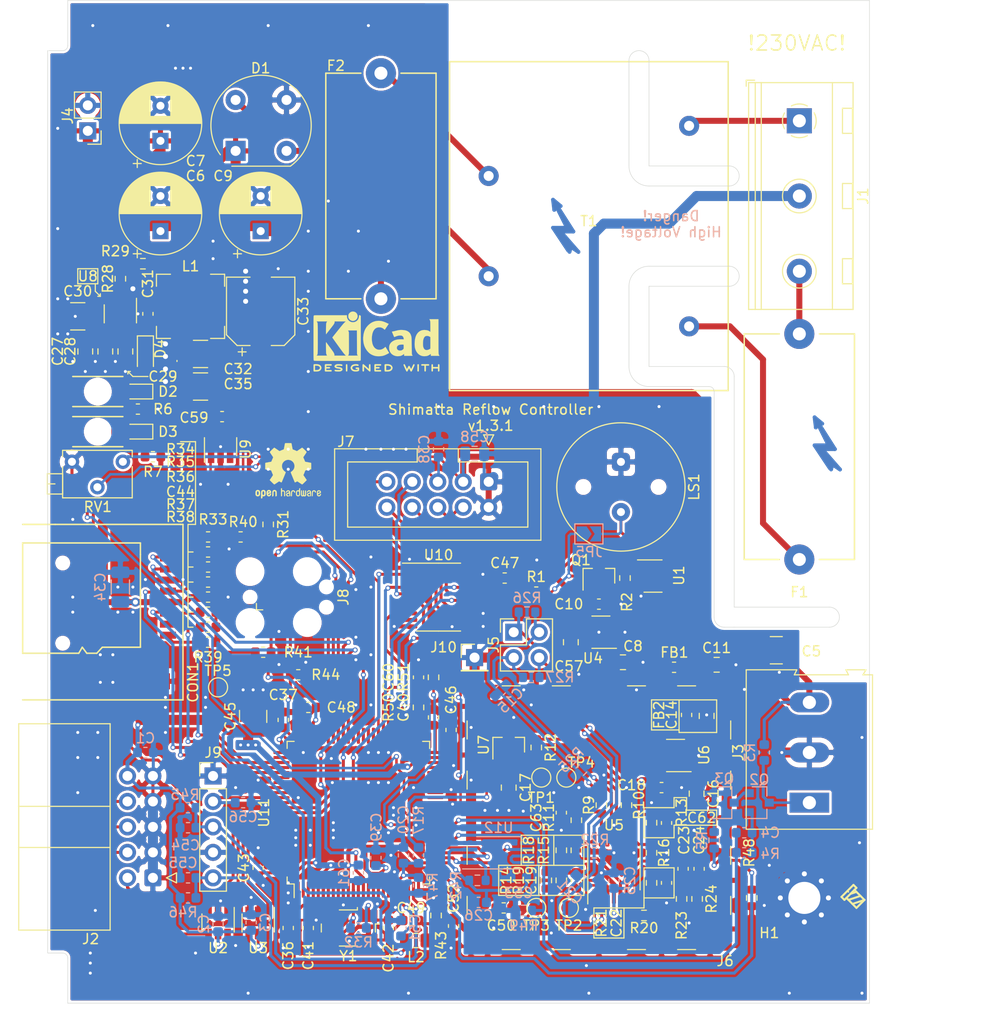
<source format=kicad_pcb>
(kicad_pcb (version 20171130) (host pcbnew 5.1.10)

  (general
    (thickness 1.6)
    (drawings 119)
    (tracks 1745)
    (zones 0)
    (modules 166)
    (nets 98)
  )

  (page A4)
  (title_block
    (title "Shimatta Reflow Controller")
    (rev v1.3.1)
    (company Shimatta)
  )

  (layers
    (0 F.Cu signal)
    (31 B.Cu signal)
    (32 B.Adhes user)
    (33 F.Adhes user)
    (34 B.Paste user)
    (35 F.Paste user)
    (36 B.SilkS user)
    (37 F.SilkS user)
    (38 B.Mask user)
    (39 F.Mask user)
    (40 Dwgs.User user)
    (41 Cmts.User user)
    (42 Eco1.User user)
    (43 Eco2.User user)
    (44 Edge.Cuts user)
    (45 Margin user)
    (46 B.CrtYd user)
    (47 F.CrtYd user)
    (48 B.Fab user)
    (49 F.Fab user hide)
  )

  (setup
    (last_trace_width 0.25)
    (user_trace_width 0.3)
    (user_trace_width 0.4)
    (user_trace_width 0.6)
    (user_trace_width 1)
    (user_trace_width 2)
    (trace_clearance 0.2)
    (zone_clearance 0.25)
    (zone_45_only no)
    (trace_min 0.21)
    (via_size 0.5)
    (via_drill 0.3)
    (via_min_size 0.4)
    (via_min_drill 0.3)
    (user_via 0.9 0.5)
    (uvia_size 0.3)
    (uvia_drill 0.1)
    (uvias_allowed no)
    (uvia_min_size 0.2)
    (uvia_min_drill 0.1)
    (edge_width 0.05)
    (segment_width 0.2)
    (pcb_text_width 0.3)
    (pcb_text_size 1.5 1.5)
    (mod_edge_width 0.12)
    (mod_text_size 1 1)
    (mod_text_width 0.15)
    (pad_size 0.8 0.8)
    (pad_drill 0.5)
    (pad_to_mask_clearance 0)
    (aux_axis_origin 13 13)
    (grid_origin 13 13)
    (visible_elements FFFFFF7F)
    (pcbplotparams
      (layerselection 0x010fc_ffffffff)
      (usegerberextensions true)
      (usegerberattributes true)
      (usegerberadvancedattributes false)
      (creategerberjobfile true)
      (excludeedgelayer true)
      (linewidth 0.100000)
      (plotframeref false)
      (viasonmask false)
      (mode 1)
      (useauxorigin false)
      (hpglpennumber 1)
      (hpglpenspeed 20)
      (hpglpendiameter 15.000000)
      (psnegative false)
      (psa4output false)
      (plotreference true)
      (plotvalue true)
      (plotinvisibletext false)
      (padsonsilk true)
      (subtractmaskfromsilk false)
      (outputformat 1)
      (mirror false)
      (drillshape 0)
      (scaleselection 1)
      (outputdirectory "gerber/"))
  )

  (net 0 "")
  (net 1 GND)
  (net 2 +8V)
  (net 3 +3V3)
  (net 4 +5V)
  (net 5 /Controller/ENC1)
  (net 6 /Controller/ENC2)
  (net 7 /Controller/VREF)
  (net 8 /Controller/SW1)
  (net 9 /Frontend/FORCE+)
  (net 10 /Frontend/FORCE-)
  (net 11 /Frontend/SENS+)
  (net 12 /Frontend/SENS-)
  (net 13 /Controller/SDIO_D1)
  (net 14 /Controller/SDIO_D0)
  (net 15 /Controller/SDIO_CLK)
  (net 16 /Controller/SDIO_CMD)
  (net 17 /Controller/SDIO_D3)
  (net 18 /Controller/SDIO_D2)
  (net 19 /Controller/TEMP_IN)
  (net 20 /L_Trafo)
  (net 21 /L_IN)
  (net 22 /N_IN)
  (net 23 /DIGIO3)
  (net 24 /DIGIO2)
  (net 25 /DIGIO1)
  (net 26 /DIGIO0)
  (net 27 /Controller/SWDIO)
  (net 28 /Controller/SWCLK)
  (net 29 /Controller/PC_RX)
  (net 30 /Controller/PC_TX)
  (net 31 /Controller/~RST)
  (net 32 /Controller/LCD_VO)
  (net 33 /Controller/LCD_RS)
  (net 34 /Controller/LCD_EN)
  (net 35 /Controller/LCD_D3)
  (net 36 /Controller/LCD_D0)
  (net 37 /Controller/LCD_D2)
  (net 38 /Controller/LCD_D1)
  (net 39 /OUT0)
  (net 40 /OUT3)
  (net 41 /OUT2)
  (net 42 /OUT1)
  (net 43 /Controller/VDDA)
  (net 44 +5VL)
  (net 45 /Controller/CARD_DETECT)
  (net 46 +3.3VA)
  (net 47 /Frontend/VREF_OP)
  (net 48 /DIGIO0_PROT)
  (net 49 /DIGIO1_PROT)
  (net 50 /DIGIO2_PROT)
  (net 51 /DIGIO3_PROT)
  (net 52 "Net-(C4-Pad2)")
  (net 53 "Net-(C14-Pad1)")
  (net 54 "Net-(C19-Pad1)")
  (net 55 "Net-(C22-Pad2)")
  (net 56 "Net-(C22-Pad1)")
  (net 57 "Net-(C23-Pad1)")
  (net 58 "Net-(C31-Pad1)")
  (net 59 "Net-(C42-Pad1)")
  (net 60 "Net-(D1-Pad4)")
  (net 61 "Net-(D1-Pad2)")
  (net 62 "Net-(D2-Pad1)")
  (net 63 "Net-(D3-Pad1)")
  (net 64 "Net-(F2-Pad2)")
  (net 65 "Net-(J3-Pad1)")
  (net 66 "Net-(Q2-Pad2)")
  (net 67 "Net-(Q3-Pad1)")
  (net 68 /Controller/SSR_SAFETY_ENABLE)
  (net 69 /Controller/E_~CS)
  (net 70 /Controller/E_SCK)
  (net 71 /Controller/E_MISO)
  (net 72 /Controller/E_MOSI)
  (net 73 "Net-(Q1-Pad3)")
  (net 74 "/Digital Power Supply/DCDC_SW")
  (net 75 /Controller/EXT_WTCHDG_TOGGL)
  (net 76 "Net-(C41-Pad1)")
  (net 77 "Net-(C46-Pad1)")
  (net 78 "Net-(C48-Pad1)")
  (net 79 "Net-(C52-Pad2)")
  (net 80 "Net-(R15-Pad1)")
  (net 81 "Net-(R20-Pad1)")
  (net 82 "Net-(R28-Pad1)")
  (net 83 "Net-(R31-Pad2)")
  (net 84 "Net-(U10-Pad17)")
  (net 85 "Net-(U10-Pad15)")
  (net 86 "Net-(U10-Pad8)")
  (net 87 "Net-(U10-Pad6)")
  (net 88 "Net-(U10-Pad4)")
  (net 89 "Net-(U10-Pad2)")
  (net 90 "Net-(C10-Pad2)")
  (net 91 "Net-(JP5-Pad2)")
  (net 92 "Net-(JP5-Pad1)")
  (net 93 "Net-(C60-Pad1)")
  (net 94 "Net-(C62-Pad2)")
  (net 95 "Net-(C62-Pad1)")
  (net 96 "Net-(C63-Pad2)")
  (net 97 "Net-(C63-Pad1)")

  (net_class Default "This is the default net class."
    (clearance 0.2)
    (trace_width 0.25)
    (via_dia 0.5)
    (via_drill 0.3)
    (uvia_dia 0.3)
    (uvia_drill 0.1)
    (diff_pair_width 0.3)
    (diff_pair_gap 0.25)
    (add_net +3.3VA)
    (add_net +3V3)
    (add_net +5V)
    (add_net +5VL)
    (add_net +8V)
    (add_net /Controller/CARD_DETECT)
    (add_net /Controller/ENC1)
    (add_net /Controller/ENC2)
    (add_net /Controller/EXT_WTCHDG_TOGGL)
    (add_net /Controller/E_MISO)
    (add_net /Controller/E_MOSI)
    (add_net /Controller/E_SCK)
    (add_net /Controller/E_~CS)
    (add_net /Controller/LCD_D0)
    (add_net /Controller/LCD_D1)
    (add_net /Controller/LCD_D2)
    (add_net /Controller/LCD_D3)
    (add_net /Controller/LCD_EN)
    (add_net /Controller/LCD_RS)
    (add_net /Controller/LCD_VO)
    (add_net /Controller/PC_RX)
    (add_net /Controller/PC_TX)
    (add_net /Controller/SDIO_CLK)
    (add_net /Controller/SDIO_CMD)
    (add_net /Controller/SDIO_D0)
    (add_net /Controller/SDIO_D1)
    (add_net /Controller/SDIO_D2)
    (add_net /Controller/SDIO_D3)
    (add_net /Controller/SSR_SAFETY_ENABLE)
    (add_net /Controller/SW1)
    (add_net /Controller/SWCLK)
    (add_net /Controller/SWDIO)
    (add_net /Controller/TEMP_IN)
    (add_net /Controller/VDDA)
    (add_net /Controller/VREF)
    (add_net /Controller/~RST)
    (add_net /DIGIO0)
    (add_net /DIGIO0_PROT)
    (add_net /DIGIO1)
    (add_net /DIGIO1_PROT)
    (add_net /DIGIO2)
    (add_net /DIGIO2_PROT)
    (add_net /DIGIO3)
    (add_net /DIGIO3_PROT)
    (add_net "/Digital Power Supply/DCDC_SW")
    (add_net /Frontend/FORCE+)
    (add_net /Frontend/FORCE-)
    (add_net /Frontend/SENS+)
    (add_net /Frontend/SENS-)
    (add_net /Frontend/VREF_OP)
    (add_net /OUT0)
    (add_net /OUT1)
    (add_net /OUT2)
    (add_net /OUT3)
    (add_net GND)
    (add_net "Net-(C10-Pad2)")
    (add_net "Net-(C14-Pad1)")
    (add_net "Net-(C19-Pad1)")
    (add_net "Net-(C22-Pad1)")
    (add_net "Net-(C22-Pad2)")
    (add_net "Net-(C23-Pad1)")
    (add_net "Net-(C31-Pad1)")
    (add_net "Net-(C4-Pad2)")
    (add_net "Net-(C41-Pad1)")
    (add_net "Net-(C42-Pad1)")
    (add_net "Net-(C46-Pad1)")
    (add_net "Net-(C48-Pad1)")
    (add_net "Net-(C52-Pad2)")
    (add_net "Net-(C60-Pad1)")
    (add_net "Net-(C62-Pad1)")
    (add_net "Net-(C62-Pad2)")
    (add_net "Net-(C63-Pad1)")
    (add_net "Net-(C63-Pad2)")
    (add_net "Net-(D1-Pad2)")
    (add_net "Net-(D1-Pad4)")
    (add_net "Net-(D2-Pad1)")
    (add_net "Net-(D3-Pad1)")
    (add_net "Net-(F2-Pad2)")
    (add_net "Net-(J3-Pad1)")
    (add_net "Net-(JP5-Pad1)")
    (add_net "Net-(JP5-Pad2)")
    (add_net "Net-(Q1-Pad3)")
    (add_net "Net-(Q2-Pad2)")
    (add_net "Net-(Q3-Pad1)")
    (add_net "Net-(R15-Pad1)")
    (add_net "Net-(R20-Pad1)")
    (add_net "Net-(R28-Pad1)")
    (add_net "Net-(R31-Pad2)")
    (add_net "Net-(U10-Pad15)")
    (add_net "Net-(U10-Pad17)")
    (add_net "Net-(U10-Pad2)")
    (add_net "Net-(U10-Pad4)")
    (add_net "Net-(U10-Pad6)")
    (add_net "Net-(U10-Pad8)")
  )

  (net_class HV ""
    (clearance 2.55)
    (trace_width 1)
    (via_dia 0.5)
    (via_drill 0.3)
    (uvia_dia 0.3)
    (uvia_drill 0.1)
    (diff_pair_width 0.21)
    (diff_pair_gap 0.25)
    (add_net /L_IN)
    (add_net /L_Trafo)
    (add_net /N_IN)
  )

  (module Capacitor_SMD:C_0805_2012Metric (layer F.Cu) (tedit 604A72F6) (tstamp 604AF313)
    (at 23.75 48 270)
    (descr "Capacitor SMD 0805 (2012 Metric), square (rectangular) end terminal, IPC_7351 nominal, (Body size source: IPC-SM-782 page 76, https://www.pcb-3d.com/wordpress/wp-content/uploads/ipc-sm-782a_amendment_1_and_2.pdf, https://docs.google.com/spreadsheets/d/1BsfQQcO9C6DZCsRaXUlFlo91Tg2WpOkGARC1WS5S8t0/edit?usp=sharing), generated with kicad-footprint-generator")
    (tags capacitor)
    (path /5FB6E41F/5FB7DB9E)
    (attr smd)
    (fp_text reference C29 (at 2.5 -3.75 180) (layer F.SilkS)
      (effects (font (size 1 1) (thickness 0.15)))
    )
    (fp_text value 100n (at 0 1.68 90) (layer F.Fab)
      (effects (font (size 1 1) (thickness 0.15)))
    )
    (fp_line (start 1.7 0.98) (end -1.7 0.98) (layer F.CrtYd) (width 0.05))
    (fp_line (start 1.7 -0.98) (end 1.7 0.98) (layer F.CrtYd) (width 0.05))
    (fp_line (start -1.7 -0.98) (end 1.7 -0.98) (layer F.CrtYd) (width 0.05))
    (fp_line (start -1.7 0.98) (end -1.7 -0.98) (layer F.CrtYd) (width 0.05))
    (fp_line (start -0.261252 0.735) (end 0.261252 0.735) (layer F.SilkS) (width 0.12))
    (fp_line (start -0.261252 -0.735) (end 0.261252 -0.735) (layer F.SilkS) (width 0.12))
    (fp_line (start 1 0.625) (end -1 0.625) (layer F.Fab) (width 0.1))
    (fp_line (start 1 -0.625) (end 1 0.625) (layer F.Fab) (width 0.1))
    (fp_line (start -1 -0.625) (end 1 -0.625) (layer F.Fab) (width 0.1))
    (fp_line (start -1 0.625) (end -1 -0.625) (layer F.Fab) (width 0.1))
    (fp_text user %R (at 0 0 90) (layer F.Fab)
      (effects (font (size 0.5 0.5) (thickness 0.08)))
    )
    (pad 2 smd roundrect (at 0.95 0 270) (size 1 1.45) (layers F.Cu F.Paste F.Mask) (roundrect_rratio 0.25)
      (net 1 GND))
    (pad 1 smd roundrect (at -0.95 0 270) (size 1 1.45) (layers F.Cu F.Paste F.Mask) (roundrect_rratio 0.25)
      (net 2 +8V) (zone_connect 2))
    (model ${KISYS3DMOD}/Capacitor_SMD.3dshapes/C_0805_2012Metric.wrl
      (at (xyz 0 0 0))
      (scale (xyz 1 1 1))
      (rotate (xyz 0 0 0))
    )
  )

  (module Capacitor_SMD:C_0805_2012Metric (layer F.Cu) (tedit 604A72EC) (tstamp 604AF302)
    (at 21.75 48 270)
    (descr "Capacitor SMD 0805 (2012 Metric), square (rectangular) end terminal, IPC_7351 nominal, (Body size source: IPC-SM-782 page 76, https://www.pcb-3d.com/wordpress/wp-content/uploads/ipc-sm-782a_amendment_1_and_2.pdf, https://docs.google.com/spreadsheets/d/1BsfQQcO9C6DZCsRaXUlFlo91Tg2WpOkGARC1WS5S8t0/edit?usp=sharing), generated with kicad-footprint-generator")
    (tags capacitor)
    (path /5FB6E41F/5FB7D1DC)
    (attr smd)
    (fp_text reference C28 (at 0 3.5 90) (layer F.SilkS)
      (effects (font (size 1 1) (thickness 0.15)))
    )
    (fp_text value 100n (at 0 1.68 90) (layer F.Fab)
      (effects (font (size 1 1) (thickness 0.15)))
    )
    (fp_line (start 1.7 0.98) (end -1.7 0.98) (layer F.CrtYd) (width 0.05))
    (fp_line (start 1.7 -0.98) (end 1.7 0.98) (layer F.CrtYd) (width 0.05))
    (fp_line (start -1.7 -0.98) (end 1.7 -0.98) (layer F.CrtYd) (width 0.05))
    (fp_line (start -1.7 0.98) (end -1.7 -0.98) (layer F.CrtYd) (width 0.05))
    (fp_line (start -0.261252 0.735) (end 0.261252 0.735) (layer F.SilkS) (width 0.12))
    (fp_line (start -0.261252 -0.735) (end 0.261252 -0.735) (layer F.SilkS) (width 0.12))
    (fp_line (start 1 0.625) (end -1 0.625) (layer F.Fab) (width 0.1))
    (fp_line (start 1 -0.625) (end 1 0.625) (layer F.Fab) (width 0.1))
    (fp_line (start -1 -0.625) (end 1 -0.625) (layer F.Fab) (width 0.1))
    (fp_line (start -1 0.625) (end -1 -0.625) (layer F.Fab) (width 0.1))
    (fp_text user %R (at 0 0 90) (layer F.Fab)
      (effects (font (size 0.5 0.5) (thickness 0.08)))
    )
    (pad 2 smd roundrect (at 0.95 0 270) (size 1 1.45) (layers F.Cu F.Paste F.Mask) (roundrect_rratio 0.25)
      (net 1 GND))
    (pad 1 smd roundrect (at -0.95 0 270) (size 1 1.45) (layers F.Cu F.Paste F.Mask) (roundrect_rratio 0.25)
      (net 2 +8V) (zone_connect 2))
    (model ${KISYS3DMOD}/Capacitor_SMD.3dshapes/C_0805_2012Metric.wrl
      (at (xyz 0 0 0))
      (scale (xyz 1 1 1))
      (rotate (xyz 0 0 0))
    )
  )

  (module Capacitor_SMD:C_0805_2012Metric (layer F.Cu) (tedit 604A7307) (tstamp 604AF2F1)
    (at 19.75 48 270)
    (descr "Capacitor SMD 0805 (2012 Metric), square (rectangular) end terminal, IPC_7351 nominal, (Body size source: IPC-SM-782 page 76, https://www.pcb-3d.com/wordpress/wp-content/uploads/ipc-sm-782a_amendment_1_and_2.pdf, https://docs.google.com/spreadsheets/d/1BsfQQcO9C6DZCsRaXUlFlo91Tg2WpOkGARC1WS5S8t0/edit?usp=sharing), generated with kicad-footprint-generator")
    (tags capacitor)
    (path /5FB6E41F/5FB7CC6B)
    (attr smd)
    (fp_text reference C27 (at 0 2.75 90) (layer F.SilkS)
      (effects (font (size 1 1) (thickness 0.15)))
    )
    (fp_text value 100n (at 0 1.68 90) (layer F.Fab)
      (effects (font (size 1 1) (thickness 0.15)))
    )
    (fp_line (start 1.7 0.98) (end -1.7 0.98) (layer F.CrtYd) (width 0.05))
    (fp_line (start 1.7 -0.98) (end 1.7 0.98) (layer F.CrtYd) (width 0.05))
    (fp_line (start -1.7 -0.98) (end 1.7 -0.98) (layer F.CrtYd) (width 0.05))
    (fp_line (start -1.7 0.98) (end -1.7 -0.98) (layer F.CrtYd) (width 0.05))
    (fp_line (start -0.261252 0.735) (end 0.261252 0.735) (layer F.SilkS) (width 0.12))
    (fp_line (start -0.261252 -0.735) (end 0.261252 -0.735) (layer F.SilkS) (width 0.12))
    (fp_line (start 1 0.625) (end -1 0.625) (layer F.Fab) (width 0.1))
    (fp_line (start 1 -0.625) (end 1 0.625) (layer F.Fab) (width 0.1))
    (fp_line (start -1 -0.625) (end 1 -0.625) (layer F.Fab) (width 0.1))
    (fp_line (start -1 0.625) (end -1 -0.625) (layer F.Fab) (width 0.1))
    (fp_text user %R (at 0 0 90) (layer F.Fab)
      (effects (font (size 0.5 0.5) (thickness 0.08)))
    )
    (pad 2 smd roundrect (at 0.95 0 270) (size 1 1.45) (layers F.Cu F.Paste F.Mask) (roundrect_rratio 0.25)
      (net 1 GND))
    (pad 1 smd roundrect (at -0.95 0 270) (size 1 1.45) (layers F.Cu F.Paste F.Mask) (roundrect_rratio 0.25)
      (net 2 +8V) (zone_connect 2))
    (model ${KISYS3DMOD}/Capacitor_SMD.3dshapes/C_0805_2012Metric.wrl
      (at (xyz 0 0 0))
      (scale (xyz 1 1 1))
      (rotate (xyz 0 0 0))
    )
  )

  (module shimatta_tht:BV-EI-305-XXXX locked (layer F.Cu) (tedit 60034E03) (tstamp 5FD3143E)
    (at 70 35.5 180)
    (path /5D6EA3F7)
    (fp_text reference T1 (at 0 0.5) (layer F.SilkS)
      (effects (font (size 1 1) (thickness 0.15)))
    )
    (fp_text value BV-EI-305-2050 (at 0 -0.5) (layer F.Fab)
      (effects (font (size 1 1) (thickness 0.15)))
    )
    (fp_line (start -13.9 -16.4) (end 13.9 -16.4) (layer F.SilkS) (width 0.15))
    (fp_line (start -13.9 -16.4) (end -13.9 16.4) (layer F.SilkS) (width 0.15))
    (fp_line (start -13.9 16.4) (end 13.9 16.4) (layer F.SilkS) (width 0.15))
    (fp_line (start 13.9 -16.4) (end 13.9 16.4) (layer F.SilkS) (width 0.15))
    (pad 1 thru_hole circle (at -10 10 180) (size 2 2) (drill 1) (layers *.Cu *.Mask)
      (net 22 /N_IN))
    (pad 2 thru_hole circle (at -10 -10 180) (size 2 2) (drill 1) (layers *.Cu *.Mask)
      (net 20 /L_Trafo))
    (pad 3 thru_hole circle (at 10 5 180) (size 2 2) (drill 1) (layers *.Cu *.Mask)
      (net 64 "Net-(F2-Pad2)"))
    (pad 4 thru_hole circle (at 10 -5 180) (size 2 2) (drill 1) (layers *.Cu *.Mask)
      (net 61 "Net-(D1-Pad2)"))
    (model ${KISYS3DMOD}/tht.shapes3d/BV-EI-305-XXXX.wrl
      (at (xyz 0 0 0))
      (scale (xyz 0.3937 0.3937 0.3937))
      (rotate (xyz 0 0 0))
    )
  )

  (module Capacitor_SMD:C_0603_1608Metric (layer F.Cu) (tedit 5F68FEEE) (tstamp 5FD64B98)
    (at 67.25 94 270)
    (descr "Capacitor SMD 0603 (1608 Metric), square (rectangular) end terminal, IPC_7351 nominal, (Body size source: IPC-SM-782 page 76, https://www.pcb-3d.com/wordpress/wp-content/uploads/ipc-sm-782a_amendment_1_and_2.pdf), generated with kicad-footprint-generator")
    (tags capacitor)
    (path /5D8C5188/5FE2133C)
    (attr smd)
    (fp_text reference C63 (at 0.5 2.5 90) (layer F.SilkS)
      (effects (font (size 1 1) (thickness 0.15)))
    )
    (fp_text value DNP (at 0 1.43 90) (layer F.Fab)
      (effects (font (size 1 1) (thickness 0.15)))
    )
    (fp_line (start 1.48 0.73) (end -1.48 0.73) (layer F.CrtYd) (width 0.05))
    (fp_line (start 1.48 -0.73) (end 1.48 0.73) (layer F.CrtYd) (width 0.05))
    (fp_line (start -1.48 -0.73) (end 1.48 -0.73) (layer F.CrtYd) (width 0.05))
    (fp_line (start -1.48 0.73) (end -1.48 -0.73) (layer F.CrtYd) (width 0.05))
    (fp_line (start -0.14058 0.51) (end 0.14058 0.51) (layer F.SilkS) (width 0.12))
    (fp_line (start -0.14058 -0.51) (end 0.14058 -0.51) (layer F.SilkS) (width 0.12))
    (fp_line (start 0.8 0.4) (end -0.8 0.4) (layer F.Fab) (width 0.1))
    (fp_line (start 0.8 -0.4) (end 0.8 0.4) (layer F.Fab) (width 0.1))
    (fp_line (start -0.8 -0.4) (end 0.8 -0.4) (layer F.Fab) (width 0.1))
    (fp_line (start -0.8 0.4) (end -0.8 -0.4) (layer F.Fab) (width 0.1))
    (fp_text user %R (at 0 0 90) (layer F.Fab)
      (effects (font (size 0.4 0.4) (thickness 0.06)))
    )
    (pad 2 smd roundrect (at 0.775 0 270) (size 0.9 0.95) (layers F.Cu F.Paste F.Mask) (roundrect_rratio 0.25)
      (net 96 "Net-(C63-Pad2)"))
    (pad 1 smd roundrect (at -0.775 0 270) (size 0.9 0.95) (layers F.Cu F.Paste F.Mask) (roundrect_rratio 0.25)
      (net 97 "Net-(C63-Pad1)"))
    (model ${KISYS3DMOD}/Capacitor_SMD.3dshapes/C_0603_1608Metric.wrl
      (at (xyz 0 0 0))
      (scale (xyz 1 1 1))
      (rotate (xyz 0 0 0))
    )
  )

  (module Capacitor_SMD:C_0603_1608Metric (layer F.Cu) (tedit 5F68FEEE) (tstamp 5FD64B87)
    (at 77.75 95.025 270)
    (descr "Capacitor SMD 0603 (1608 Metric), square (rectangular) end terminal, IPC_7351 nominal, (Body size source: IPC-SM-782 page 76, https://www.pcb-3d.com/wordpress/wp-content/uploads/ipc-sm-782a_amendment_1_and_2.pdf), generated with kicad-footprint-generator")
    (tags capacitor)
    (path /5D8C5188/5FE331AE)
    (attr smd)
    (fp_text reference C62 (at -0.525 -3.5 180) (layer F.SilkS)
      (effects (font (size 1 1) (thickness 0.15)))
    )
    (fp_text value DNP (at 0 1.43 90) (layer F.Fab)
      (effects (font (size 1 1) (thickness 0.15)))
    )
    (fp_line (start 1.48 0.73) (end -1.48 0.73) (layer F.CrtYd) (width 0.05))
    (fp_line (start 1.48 -0.73) (end 1.48 0.73) (layer F.CrtYd) (width 0.05))
    (fp_line (start -1.48 -0.73) (end 1.48 -0.73) (layer F.CrtYd) (width 0.05))
    (fp_line (start -1.48 0.73) (end -1.48 -0.73) (layer F.CrtYd) (width 0.05))
    (fp_line (start -0.14058 0.51) (end 0.14058 0.51) (layer F.SilkS) (width 0.12))
    (fp_line (start -0.14058 -0.51) (end 0.14058 -0.51) (layer F.SilkS) (width 0.12))
    (fp_line (start 0.8 0.4) (end -0.8 0.4) (layer F.Fab) (width 0.1))
    (fp_line (start 0.8 -0.4) (end 0.8 0.4) (layer F.Fab) (width 0.1))
    (fp_line (start -0.8 -0.4) (end 0.8 -0.4) (layer F.Fab) (width 0.1))
    (fp_line (start -0.8 0.4) (end -0.8 -0.4) (layer F.Fab) (width 0.1))
    (fp_text user %R (at 0 0 90) (layer F.Fab)
      (effects (font (size 0.4 0.4) (thickness 0.06)))
    )
    (pad 2 smd roundrect (at 0.775 0 270) (size 0.9 0.95) (layers F.Cu F.Paste F.Mask) (roundrect_rratio 0.25)
      (net 94 "Net-(C62-Pad2)"))
    (pad 1 smd roundrect (at -0.775 0 270) (size 0.9 0.95) (layers F.Cu F.Paste F.Mask) (roundrect_rratio 0.25)
      (net 95 "Net-(C62-Pad1)"))
    (model ${KISYS3DMOD}/Capacitor_SMD.3dshapes/C_0603_1608Metric.wrl
      (at (xyz 0 0 0))
      (scale (xyz 1 1 1))
      (rotate (xyz 0 0 0))
    )
  )

  (module Capacitor_SMD:C_0603_1608Metric (layer B.Cu) (tedit 5F68FEEE) (tstamp 5FD2F3FD)
    (at 47 100 270)
    (descr "Capacitor SMD 0603 (1608 Metric), square (rectangular) end terminal, IPC_7351 nominal, (Body size source: IPC-SM-782 page 76, https://www.pcb-3d.com/wordpress/wp-content/uploads/ipc-sm-782a_amendment_1_and_2.pdf), generated with kicad-footprint-generator")
    (tags capacitor)
    (path /5D77EC9D/5FD72F9A)
    (attr smd)
    (fp_text reference C61 (at 0 1.43 90) (layer B.SilkS)
      (effects (font (size 1 1) (thickness 0.15)) (justify mirror))
    )
    (fp_text value 100n (at 0 -1.43 90) (layer B.Fab)
      (effects (font (size 1 1) (thickness 0.15)) (justify mirror))
    )
    (fp_line (start 1.48 -0.73) (end -1.48 -0.73) (layer B.CrtYd) (width 0.05))
    (fp_line (start 1.48 0.73) (end 1.48 -0.73) (layer B.CrtYd) (width 0.05))
    (fp_line (start -1.48 0.73) (end 1.48 0.73) (layer B.CrtYd) (width 0.05))
    (fp_line (start -1.48 -0.73) (end -1.48 0.73) (layer B.CrtYd) (width 0.05))
    (fp_line (start -0.14058 -0.51) (end 0.14058 -0.51) (layer B.SilkS) (width 0.12))
    (fp_line (start -0.14058 0.51) (end 0.14058 0.51) (layer B.SilkS) (width 0.12))
    (fp_line (start 0.8 -0.4) (end -0.8 -0.4) (layer B.Fab) (width 0.1))
    (fp_line (start 0.8 0.4) (end 0.8 -0.4) (layer B.Fab) (width 0.1))
    (fp_line (start -0.8 0.4) (end 0.8 0.4) (layer B.Fab) (width 0.1))
    (fp_line (start -0.8 -0.4) (end -0.8 0.4) (layer B.Fab) (width 0.1))
    (fp_text user %R (at 0 0 90) (layer B.Fab)
      (effects (font (size 0.4 0.4) (thickness 0.06)) (justify mirror))
    )
    (pad 2 smd roundrect (at 0.775 0 270) (size 0.9 0.95) (layers B.Cu B.Paste B.Mask) (roundrect_rratio 0.25)
      (net 1 GND))
    (pad 1 smd roundrect (at -0.775 0 270) (size 0.9 0.95) (layers B.Cu B.Paste B.Mask) (roundrect_rratio 0.25)
      (net 3 +3V3))
    (model ${KISYS3DMOD}/Capacitor_SMD.3dshapes/C_0603_1608Metric.wrl
      (at (xyz 0 0 0))
      (scale (xyz 1 1 1))
      (rotate (xyz 0 0 0))
    )
  )

  (module shimatta_buzzer:PKM13EPYH4002-B0 (layer F.Cu) (tedit 5FCFC26C) (tstamp 5FCC3E58)
    (at 73.198 61.514 270)
    (tags buzzer,piezo)
    (path /5D891662)
    (fp_text reference LS1 (at 0 -7.3 90) (layer F.SilkS)
      (effects (font (size 1 1) (thickness 0.15)))
    )
    (fp_text value Buzzer (at 0 0 180) (layer F.Fab)
      (effects (font (size 1 1) (thickness 0.15)))
    )
    (fp_circle (center 0 0) (end 6.4 0) (layer F.SilkS) (width 0.12))
    (fp_circle (center 0 0) (end 6.5 0) (layer F.CrtYd) (width 0.12))
    (fp_circle (center 0 0) (end 6.5 0) (layer F.Fab) (width 0.12))
    (pad "" np_thru_hole circle (at 0 -3.75 270) (size 1.1 1.1) (drill 1.1) (layers *.Cu *.Mask))
    (pad "" np_thru_hole circle (at 0 3.75 270) (size 1.1 1.1) (drill 1.1) (layers *.Cu *.Mask))
    (pad 2 thru_hole circle (at 2.5 0 270) (size 1.8 1.8) (drill 0.8) (layers *.Cu *.Mask)
      (net 91 "Net-(JP5-Pad2)"))
    (pad 1 thru_hole roundrect (at -2.5 0 270) (size 1.8 1.8) (drill 0.8) (layers *.Cu *.Mask) (roundrect_rratio 0.25)
      (net 1 GND))
    (model ${KISYS3DMOD}/buzzer.shapes3d/PKM13EPYH4002-B0.wrl
      (at (xyz 0 0 0))
      (scale (xyz 0.3937 0.3937 0.3937))
      (rotate (xyz 0 0 0))
    )
  )

  (module Resistor_SMD:R_0603_1608Metric (layer F.Cu) (tedit 5F68FEEE) (tstamp 5FCDB62B)
    (at 54.5 80.5 270)
    (descr "Resistor SMD 0603 (1608 Metric), square (rectangular) end terminal, IPC_7351 nominal, (Body size source: IPC-SM-782 page 72, https://www.pcb-3d.com/wordpress/wp-content/uploads/ipc-sm-782a_amendment_1_and_2.pdf), generated with kicad-footprint-generator")
    (tags resistor)
    (path /5D77EC9D/5FD62ABC)
    (attr smd)
    (fp_text reference R51 (at 0 3 90) (layer F.SilkS)
      (effects (font (size 1 1) (thickness 0.15)))
    )
    (fp_text value 10k (at -2.25 0 90) (layer F.Fab)
      (effects (font (size 1 1) (thickness 0.15)))
    )
    (fp_line (start -0.8 0.4125) (end -0.8 -0.4125) (layer F.Fab) (width 0.1))
    (fp_line (start -0.8 -0.4125) (end 0.8 -0.4125) (layer F.Fab) (width 0.1))
    (fp_line (start 0.8 -0.4125) (end 0.8 0.4125) (layer F.Fab) (width 0.1))
    (fp_line (start 0.8 0.4125) (end -0.8 0.4125) (layer F.Fab) (width 0.1))
    (fp_line (start -0.237258 -0.5225) (end 0.237258 -0.5225) (layer F.SilkS) (width 0.12))
    (fp_line (start -0.237258 0.5225) (end 0.237258 0.5225) (layer F.SilkS) (width 0.12))
    (fp_line (start -1.48 0.73) (end -1.48 -0.73) (layer F.CrtYd) (width 0.05))
    (fp_line (start -1.48 -0.73) (end 1.48 -0.73) (layer F.CrtYd) (width 0.05))
    (fp_line (start 1.48 -0.73) (end 1.48 0.73) (layer F.CrtYd) (width 0.05))
    (fp_line (start 1.48 0.73) (end -1.48 0.73) (layer F.CrtYd) (width 0.05))
    (fp_text user %R (at 0 0 90) (layer F.Fab)
      (effects (font (size 0.4 0.4) (thickness 0.06)))
    )
    (pad 2 smd roundrect (at 0.825 0 270) (size 0.8 0.95) (layers F.Cu F.Paste F.Mask) (roundrect_rratio 0.25)
      (net 93 "Net-(C60-Pad1)"))
    (pad 1 smd roundrect (at -0.825 0 270) (size 0.8 0.95) (layers F.Cu F.Paste F.Mask) (roundrect_rratio 0.25)
      (net 1 GND))
    (model ${KISYS3DMOD}/Resistor_SMD.3dshapes/R_0603_1608Metric.wrl
      (at (xyz 0 0 0))
      (scale (xyz 1 1 1))
      (rotate (xyz 0 0 0))
    )
  )

  (module Resistor_SMD:R_0603_1608Metric (layer F.Cu) (tedit 5F68FEEE) (tstamp 5FCDB61A)
    (at 53 83.5 270)
    (descr "Resistor SMD 0603 (1608 Metric), square (rectangular) end terminal, IPC_7351 nominal, (Body size source: IPC-SM-782 page 72, https://www.pcb-3d.com/wordpress/wp-content/uploads/ipc-sm-782a_amendment_1_and_2.pdf), generated with kicad-footprint-generator")
    (tags resistor)
    (path /5D77EC9D/5FD5CEDB)
    (attr smd)
    (fp_text reference R50 (at 0 3 90) (layer F.SilkS)
      (effects (font (size 1 1) (thickness 0.15)))
    )
    (fp_text value 10k (at 0 1.43 90) (layer F.Fab)
      (effects (font (size 1 1) (thickness 0.15)))
    )
    (fp_line (start -0.8 0.4125) (end -0.8 -0.4125) (layer F.Fab) (width 0.1))
    (fp_line (start -0.8 -0.4125) (end 0.8 -0.4125) (layer F.Fab) (width 0.1))
    (fp_line (start 0.8 -0.4125) (end 0.8 0.4125) (layer F.Fab) (width 0.1))
    (fp_line (start 0.8 0.4125) (end -0.8 0.4125) (layer F.Fab) (width 0.1))
    (fp_line (start -0.237258 -0.5225) (end 0.237258 -0.5225) (layer F.SilkS) (width 0.12))
    (fp_line (start -0.237258 0.5225) (end 0.237258 0.5225) (layer F.SilkS) (width 0.12))
    (fp_line (start -1.48 0.73) (end -1.48 -0.73) (layer F.CrtYd) (width 0.05))
    (fp_line (start -1.48 -0.73) (end 1.48 -0.73) (layer F.CrtYd) (width 0.05))
    (fp_line (start 1.48 -0.73) (end 1.48 0.73) (layer F.CrtYd) (width 0.05))
    (fp_line (start 1.48 0.73) (end -1.48 0.73) (layer F.CrtYd) (width 0.05))
    (fp_text user %R (at 0 0 90) (layer F.Fab)
      (effects (font (size 0.4 0.4) (thickness 0.06)))
    )
    (pad 2 smd roundrect (at 0.825 0 270) (size 0.8 0.95) (layers F.Cu F.Paste F.Mask) (roundrect_rratio 0.25)
      (net 3 +3V3))
    (pad 1 smd roundrect (at -0.825 0 270) (size 0.8 0.95) (layers F.Cu F.Paste F.Mask) (roundrect_rratio 0.25)
      (net 93 "Net-(C60-Pad1)"))
    (model ${KISYS3DMOD}/Resistor_SMD.3dshapes/R_0603_1608Metric.wrl
      (at (xyz 0 0 0))
      (scale (xyz 1 1 1))
      (rotate (xyz 0 0 0))
    )
  )

  (module Capacitor_SMD:C_0603_1608Metric (layer F.Cu) (tedit 5F68FEEE) (tstamp 5FCDA8B7)
    (at 53 80.5 90)
    (descr "Capacitor SMD 0603 (1608 Metric), square (rectangular) end terminal, IPC_7351 nominal, (Body size source: IPC-SM-782 page 76, https://www.pcb-3d.com/wordpress/wp-content/uploads/ipc-sm-782a_amendment_1_and_2.pdf), generated with kicad-footprint-generator")
    (tags capacitor)
    (path /5D77EC9D/5FE39FAF)
    (attr smd)
    (fp_text reference C60 (at 0 -3 90) (layer F.SilkS)
      (effects (font (size 1 1) (thickness 0.15)))
    )
    (fp_text value 100n (at 2.75 0 90) (layer F.Fab)
      (effects (font (size 1 1) (thickness 0.15)))
    )
    (fp_line (start -0.8 0.4) (end -0.8 -0.4) (layer F.Fab) (width 0.1))
    (fp_line (start -0.8 -0.4) (end 0.8 -0.4) (layer F.Fab) (width 0.1))
    (fp_line (start 0.8 -0.4) (end 0.8 0.4) (layer F.Fab) (width 0.1))
    (fp_line (start 0.8 0.4) (end -0.8 0.4) (layer F.Fab) (width 0.1))
    (fp_line (start -0.14058 -0.51) (end 0.14058 -0.51) (layer F.SilkS) (width 0.12))
    (fp_line (start -0.14058 0.51) (end 0.14058 0.51) (layer F.SilkS) (width 0.12))
    (fp_line (start -1.48 0.73) (end -1.48 -0.73) (layer F.CrtYd) (width 0.05))
    (fp_line (start -1.48 -0.73) (end 1.48 -0.73) (layer F.CrtYd) (width 0.05))
    (fp_line (start 1.48 -0.73) (end 1.48 0.73) (layer F.CrtYd) (width 0.05))
    (fp_line (start 1.48 0.73) (end -1.48 0.73) (layer F.CrtYd) (width 0.05))
    (fp_text user %R (at 0 0 90) (layer F.Fab)
      (effects (font (size 0.4 0.4) (thickness 0.06)))
    )
    (pad 2 smd roundrect (at 0.775 0 90) (size 0.9 0.95) (layers F.Cu F.Paste F.Mask) (roundrect_rratio 0.25)
      (net 1 GND))
    (pad 1 smd roundrect (at -0.775 0 90) (size 0.9 0.95) (layers F.Cu F.Paste F.Mask) (roundrect_rratio 0.25)
      (net 93 "Net-(C60-Pad1)"))
    (model ${KISYS3DMOD}/Capacitor_SMD.3dshapes/C_0603_1608Metric.wrl
      (at (xyz 0 0 0))
      (scale (xyz 1 1 1))
      (rotate (xyz 0 0 0))
    )
  )

  (module Jumper:SolderJumper-2_P1.3mm_Open_TrianglePad1.0x1.5mm (layer B.Cu) (tedit 5A64794F) (tstamp 5FCF9810)
    (at 70 66.2)
    (descr "SMD Solder Jumper, 1x1.5mm Triangular Pads, 0.3mm gap, open")
    (tags "solder jumper open")
    (path /600F11A8)
    (attr virtual)
    (fp_text reference JP5 (at 0 1.8) (layer B.SilkS)
      (effects (font (size 1 1) (thickness 0.15)) (justify mirror))
    )
    (fp_text value DNP (at 0 -1.9) (layer B.Fab)
      (effects (font (size 1 1) (thickness 0.15)) (justify mirror))
    )
    (fp_line (start -1.4 -1) (end -1.4 1) (layer B.SilkS) (width 0.12))
    (fp_line (start 1.4 -1) (end -1.4 -1) (layer B.SilkS) (width 0.12))
    (fp_line (start 1.4 1) (end 1.4 -1) (layer B.SilkS) (width 0.12))
    (fp_line (start -1.4 1) (end 1.4 1) (layer B.SilkS) (width 0.12))
    (fp_line (start -1.65 1.25) (end 1.65 1.25) (layer B.CrtYd) (width 0.05))
    (fp_line (start -1.65 1.25) (end -1.65 -1.25) (layer B.CrtYd) (width 0.05))
    (fp_line (start 1.65 -1.25) (end 1.65 1.25) (layer B.CrtYd) (width 0.05))
    (fp_line (start 1.65 -1.25) (end -1.65 -1.25) (layer B.CrtYd) (width 0.05))
    (pad 1 smd custom (at -0.725 0) (size 0.3 0.3) (layers B.Cu B.Mask)
      (net 92 "Net-(JP5-Pad1)") (zone_connect 2)
      (options (clearance outline) (anchor rect))
      (primitives
        (gr_poly (pts
           (xy -0.5 0.75) (xy 0.5 0.75) (xy 1 0) (xy 0.5 -0.75) (xy -0.5 -0.75)
) (width 0))
      ))
    (pad 2 smd custom (at 0.725 0) (size 0.3 0.3) (layers B.Cu B.Mask)
      (net 91 "Net-(JP5-Pad2)") (zone_connect 2)
      (options (clearance outline) (anchor rect))
      (primitives
        (gr_poly (pts
           (xy -0.65 0.75) (xy 0.5 0.75) (xy 0.5 -0.75) (xy -0.65 -0.75) (xy -0.15 0)
) (width 0))
      ))
  )

  (module Capacitor_SMD:C_0603_1608Metric (layer F.Cu) (tedit 5F68FEEE) (tstamp 5FCF2BEC)
    (at 33.4 54.5)
    (descr "Capacitor SMD 0603 (1608 Metric), square (rectangular) end terminal, IPC_7351 nominal, (Body size source: IPC-SM-782 page 76, https://www.pcb-3d.com/wordpress/wp-content/uploads/ipc-sm-782a_amendment_1_and_2.pdf), generated with kicad-footprint-generator")
    (tags capacitor)
    (path /5D77EC9D/5FFAEEF2)
    (attr smd)
    (fp_text reference C59 (at -2.8 0.1) (layer F.SilkS)
      (effects (font (size 1 1) (thickness 0.15)))
    )
    (fp_text value 100n (at -0.15 1.25) (layer F.Fab)
      (effects (font (size 1 1) (thickness 0.15)))
    )
    (fp_line (start -0.8 0.4) (end -0.8 -0.4) (layer F.Fab) (width 0.1))
    (fp_line (start -0.8 -0.4) (end 0.8 -0.4) (layer F.Fab) (width 0.1))
    (fp_line (start 0.8 -0.4) (end 0.8 0.4) (layer F.Fab) (width 0.1))
    (fp_line (start 0.8 0.4) (end -0.8 0.4) (layer F.Fab) (width 0.1))
    (fp_line (start -0.14058 -0.51) (end 0.14058 -0.51) (layer F.SilkS) (width 0.12))
    (fp_line (start -0.14058 0.51) (end 0.14058 0.51) (layer F.SilkS) (width 0.12))
    (fp_line (start -1.48 0.73) (end -1.48 -0.73) (layer F.CrtYd) (width 0.05))
    (fp_line (start -1.48 -0.73) (end 1.48 -0.73) (layer F.CrtYd) (width 0.05))
    (fp_line (start 1.48 -0.73) (end 1.48 0.73) (layer F.CrtYd) (width 0.05))
    (fp_line (start 1.48 0.73) (end -1.48 0.73) (layer F.CrtYd) (width 0.05))
    (fp_text user %R (at 0 0) (layer F.Fab)
      (effects (font (size 0.4 0.4) (thickness 0.06)))
    )
    (pad 2 smd roundrect (at 0.775 0) (size 0.9 0.95) (layers F.Cu F.Paste F.Mask) (roundrect_rratio 0.25)
      (net 1 GND))
    (pad 1 smd roundrect (at -0.775 0) (size 0.9 0.95) (layers F.Cu F.Paste F.Mask) (roundrect_rratio 0.25)
      (net 3 +3V3))
    (model ${KISYS3DMOD}/Capacitor_SMD.3dshapes/C_0603_1608Metric.wrl
      (at (xyz 0 0 0))
      (scale (xyz 1 1 1))
      (rotate (xyz 0 0 0))
    )
  )

  (module Capacitor_SMD:C_0805_2012Metric (layer B.Cu) (tedit 5F68FEEE) (tstamp 5FCEA5B5)
    (at 58.6 58.2 180)
    (descr "Capacitor SMD 0805 (2012 Metric), square (rectangular) end terminal, IPC_7351 nominal, (Body size source: IPC-SM-782 page 76, https://www.pcb-3d.com/wordpress/wp-content/uploads/ipc-sm-782a_amendment_1_and_2.pdf, https://docs.google.com/spreadsheets/d/1BsfQQcO9C6DZCsRaXUlFlo91Tg2WpOkGARC1WS5S8t0/edit?usp=sharing), generated with kicad-footprint-generator")
    (tags capacitor)
    (path /5D77EC9D/5FEFE3CF)
    (attr smd)
    (fp_text reference C58 (at 0 1.68) (layer B.SilkS)
      (effects (font (size 1 1) (thickness 0.15)) (justify mirror))
    )
    (fp_text value 1u (at 0 -1.68) (layer B.Fab)
      (effects (font (size 1 1) (thickness 0.15)) (justify mirror))
    )
    (fp_line (start -1 -0.625) (end -1 0.625) (layer B.Fab) (width 0.1))
    (fp_line (start -1 0.625) (end 1 0.625) (layer B.Fab) (width 0.1))
    (fp_line (start 1 0.625) (end 1 -0.625) (layer B.Fab) (width 0.1))
    (fp_line (start 1 -0.625) (end -1 -0.625) (layer B.Fab) (width 0.1))
    (fp_line (start -0.261252 0.735) (end 0.261252 0.735) (layer B.SilkS) (width 0.12))
    (fp_line (start -0.261252 -0.735) (end 0.261252 -0.735) (layer B.SilkS) (width 0.12))
    (fp_line (start -1.7 -0.98) (end -1.7 0.98) (layer B.CrtYd) (width 0.05))
    (fp_line (start -1.7 0.98) (end 1.7 0.98) (layer B.CrtYd) (width 0.05))
    (fp_line (start 1.7 0.98) (end 1.7 -0.98) (layer B.CrtYd) (width 0.05))
    (fp_line (start 1.7 -0.98) (end -1.7 -0.98) (layer B.CrtYd) (width 0.05))
    (fp_text user %R (at 0 0) (layer B.Fab)
      (effects (font (size 0.5 0.5) (thickness 0.08)) (justify mirror))
    )
    (pad 2 smd roundrect (at 0.95 0 180) (size 1 1.45) (layers B.Cu B.Paste B.Mask) (roundrect_rratio 0.25)
      (net 44 +5VL))
    (pad 1 smd roundrect (at -0.95 0 180) (size 1 1.45) (layers B.Cu B.Paste B.Mask) (roundrect_rratio 0.25)
      (net 1 GND))
    (model ${KISYS3DMOD}/Capacitor_SMD.3dshapes/C_0805_2012Metric.wrl
      (at (xyz 0 0 0))
      (scale (xyz 1 1 1))
      (rotate (xyz 0 0 0))
    )
  )

  (module Capacitor_SMD:C_0805_2012Metric (layer F.Cu) (tedit 5F68FEEE) (tstamp 5FCE5B90)
    (at 73.4 79)
    (descr "Capacitor SMD 0805 (2012 Metric), square (rectangular) end terminal, IPC_7351 nominal, (Body size source: IPC-SM-782 page 76, https://www.pcb-3d.com/wordpress/wp-content/uploads/ipc-sm-782a_amendment_1_and_2.pdf, https://docs.google.com/spreadsheets/d/1BsfQQcO9C6DZCsRaXUlFlo91Tg2WpOkGARC1WS5S8t0/edit?usp=sharing), generated with kicad-footprint-generator")
    (tags capacitor)
    (path /5D992429)
    (attr smd)
    (fp_text reference C8 (at 1 -1.6) (layer F.SilkS)
      (effects (font (size 1 1) (thickness 0.15)))
    )
    (fp_text value 100n (at 0 1.68) (layer F.Fab)
      (effects (font (size 1 1) (thickness 0.15)))
    )
    (fp_line (start -1 0.625) (end -1 -0.625) (layer F.Fab) (width 0.1))
    (fp_line (start -1 -0.625) (end 1 -0.625) (layer F.Fab) (width 0.1))
    (fp_line (start 1 -0.625) (end 1 0.625) (layer F.Fab) (width 0.1))
    (fp_line (start 1 0.625) (end -1 0.625) (layer F.Fab) (width 0.1))
    (fp_line (start -0.261252 -0.735) (end 0.261252 -0.735) (layer F.SilkS) (width 0.12))
    (fp_line (start -0.261252 0.735) (end 0.261252 0.735) (layer F.SilkS) (width 0.12))
    (fp_line (start -1.7 0.98) (end -1.7 -0.98) (layer F.CrtYd) (width 0.05))
    (fp_line (start -1.7 -0.98) (end 1.7 -0.98) (layer F.CrtYd) (width 0.05))
    (fp_line (start 1.7 -0.98) (end 1.7 0.98) (layer F.CrtYd) (width 0.05))
    (fp_line (start 1.7 0.98) (end -1.7 0.98) (layer F.CrtYd) (width 0.05))
    (fp_text user %R (at 0 0) (layer F.Fab)
      (effects (font (size 0.5 0.5) (thickness 0.08)))
    )
    (pad 2 smd roundrect (at 0.95 0) (size 1 1.45) (layers F.Cu F.Paste F.Mask) (roundrect_rratio 0.25)
      (net 1 GND))
    (pad 1 smd roundrect (at -0.95 0) (size 1 1.45) (layers F.Cu F.Paste F.Mask) (roundrect_rratio 0.25)
      (net 2 +8V))
    (model ${KISYS3DMOD}/Capacitor_SMD.3dshapes/C_0805_2012Metric.wrl
      (at (xyz 0 0 0))
      (scale (xyz 1 1 1))
      (rotate (xyz 0 0 0))
    )
  )

  (module Package_TO_SOT_SMD:SOT-23-5 (layer F.Cu) (tedit 5A02FF57) (tstamp 5FCDC79F)
    (at 71.2 76 180)
    (descr "5-pin SOT23 package")
    (tags SOT-23-5)
    (path /5FD96B77)
    (attr smd)
    (fp_text reference U4 (at 0.8 -2.6) (layer F.SilkS)
      (effects (font (size 1 1) (thickness 0.15)))
    )
    (fp_text value LP2985-5.0 (at -5.55 0) (layer F.Fab)
      (effects (font (size 1 1) (thickness 0.15)))
    )
    (fp_line (start -0.9 1.61) (end 0.9 1.61) (layer F.SilkS) (width 0.12))
    (fp_line (start 0.9 -1.61) (end -1.55 -1.61) (layer F.SilkS) (width 0.12))
    (fp_line (start -1.9 -1.8) (end 1.9 -1.8) (layer F.CrtYd) (width 0.05))
    (fp_line (start 1.9 -1.8) (end 1.9 1.8) (layer F.CrtYd) (width 0.05))
    (fp_line (start 1.9 1.8) (end -1.9 1.8) (layer F.CrtYd) (width 0.05))
    (fp_line (start -1.9 1.8) (end -1.9 -1.8) (layer F.CrtYd) (width 0.05))
    (fp_line (start -0.9 -0.9) (end -0.25 -1.55) (layer F.Fab) (width 0.1))
    (fp_line (start 0.9 -1.55) (end -0.25 -1.55) (layer F.Fab) (width 0.1))
    (fp_line (start -0.9 -0.9) (end -0.9 1.55) (layer F.Fab) (width 0.1))
    (fp_line (start 0.9 1.55) (end -0.9 1.55) (layer F.Fab) (width 0.1))
    (fp_line (start 0.9 -1.55) (end 0.9 1.55) (layer F.Fab) (width 0.1))
    (fp_text user %R (at 0 0 90) (layer F.Fab)
      (effects (font (size 0.5 0.5) (thickness 0.075)))
    )
    (pad 5 smd rect (at 1.1 -0.95 180) (size 1.06 0.65) (layers F.Cu F.Paste F.Mask)
      (net 44 +5VL))
    (pad 4 smd rect (at 1.1 0.95 180) (size 1.06 0.65) (layers F.Cu F.Paste F.Mask)
      (net 90 "Net-(C10-Pad2)"))
    (pad 3 smd rect (at -1.1 0.95 180) (size 1.06 0.65) (layers F.Cu F.Paste F.Mask)
      (net 2 +8V))
    (pad 2 smd rect (at -1.1 0 180) (size 1.06 0.65) (layers F.Cu F.Paste F.Mask)
      (net 1 GND))
    (pad 1 smd rect (at -1.1 -0.95 180) (size 1.06 0.65) (layers F.Cu F.Paste F.Mask)
      (net 2 +8V))
    (model ${KISYS3DMOD}/Package_TO_SOT_SMD.3dshapes/SOT-23-5.wrl
      (at (xyz 0 0 0))
      (scale (xyz 1 1 1))
      (rotate (xyz 0 0 0))
    )
  )

  (module Capacitor_SMD:C_0805_2012Metric (layer F.Cu) (tedit 5F68FEEE) (tstamp 5FCDB92C)
    (at 68.2 77 270)
    (descr "Capacitor SMD 0805 (2012 Metric), square (rectangular) end terminal, IPC_7351 nominal, (Body size source: IPC-SM-782 page 76, https://www.pcb-3d.com/wordpress/wp-content/uploads/ipc-sm-782a_amendment_1_and_2.pdf, https://docs.google.com/spreadsheets/d/1BsfQQcO9C6DZCsRaXUlFlo91Tg2WpOkGARC1WS5S8t0/edit?usp=sharing), generated with kicad-footprint-generator")
    (tags capacitor)
    (path /5FEA6BEA)
    (attr smd)
    (fp_text reference C57 (at 2.4 0.2 180) (layer F.SilkS)
      (effects (font (size 1 1) (thickness 0.15)))
    )
    (fp_text value 2u2 (at 0 -1.3 90) (layer F.Fab)
      (effects (font (size 1 1) (thickness 0.15)))
    )
    (fp_line (start -1 0.625) (end -1 -0.625) (layer F.Fab) (width 0.1))
    (fp_line (start -1 -0.625) (end 1 -0.625) (layer F.Fab) (width 0.1))
    (fp_line (start 1 -0.625) (end 1 0.625) (layer F.Fab) (width 0.1))
    (fp_line (start 1 0.625) (end -1 0.625) (layer F.Fab) (width 0.1))
    (fp_line (start -0.261252 -0.735) (end 0.261252 -0.735) (layer F.SilkS) (width 0.12))
    (fp_line (start -0.261252 0.735) (end 0.261252 0.735) (layer F.SilkS) (width 0.12))
    (fp_line (start -1.7 0.98) (end -1.7 -0.98) (layer F.CrtYd) (width 0.05))
    (fp_line (start -1.7 -0.98) (end 1.7 -0.98) (layer F.CrtYd) (width 0.05))
    (fp_line (start 1.7 -0.98) (end 1.7 0.98) (layer F.CrtYd) (width 0.05))
    (fp_line (start 1.7 0.98) (end -1.7 0.98) (layer F.CrtYd) (width 0.05))
    (fp_text user %R (at 0 0 90) (layer F.Fab)
      (effects (font (size 0.5 0.5) (thickness 0.08)))
    )
    (pad 2 smd roundrect (at 0.95 0 270) (size 1 1.45) (layers F.Cu F.Paste F.Mask) (roundrect_rratio 0.25)
      (net 1 GND))
    (pad 1 smd roundrect (at -0.95 0 270) (size 1 1.45) (layers F.Cu F.Paste F.Mask) (roundrect_rratio 0.25)
      (net 44 +5VL))
    (model ${KISYS3DMOD}/Capacitor_SMD.3dshapes/C_0805_2012Metric.wrl
      (at (xyz 0 0 0))
      (scale (xyz 1 1 1))
      (rotate (xyz 0 0 0))
    )
  )

  (module Capacitor_SMD:C_0603_1608Metric (layer F.Cu) (tedit 5F68FEEE) (tstamp 5FCDB32D)
    (at 71 73.2 180)
    (descr "Capacitor SMD 0603 (1608 Metric), square (rectangular) end terminal, IPC_7351 nominal, (Body size source: IPC-SM-782 page 76, https://www.pcb-3d.com/wordpress/wp-content/uploads/ipc-sm-782a_amendment_1_and_2.pdf), generated with kicad-footprint-generator")
    (tags capacitor)
    (path /5FDDF514)
    (attr smd)
    (fp_text reference C10 (at 3 0) (layer F.SilkS)
      (effects (font (size 1 1) (thickness 0.15)))
    )
    (fp_text value 10n (at 0 1.43) (layer F.Fab)
      (effects (font (size 1 1) (thickness 0.15)))
    )
    (fp_line (start -0.8 0.4) (end -0.8 -0.4) (layer F.Fab) (width 0.1))
    (fp_line (start -0.8 -0.4) (end 0.8 -0.4) (layer F.Fab) (width 0.1))
    (fp_line (start 0.8 -0.4) (end 0.8 0.4) (layer F.Fab) (width 0.1))
    (fp_line (start 0.8 0.4) (end -0.8 0.4) (layer F.Fab) (width 0.1))
    (fp_line (start -0.14058 -0.51) (end 0.14058 -0.51) (layer F.SilkS) (width 0.12))
    (fp_line (start -0.14058 0.51) (end 0.14058 0.51) (layer F.SilkS) (width 0.12))
    (fp_line (start -1.48 0.73) (end -1.48 -0.73) (layer F.CrtYd) (width 0.05))
    (fp_line (start -1.48 -0.73) (end 1.48 -0.73) (layer F.CrtYd) (width 0.05))
    (fp_line (start 1.48 -0.73) (end 1.48 0.73) (layer F.CrtYd) (width 0.05))
    (fp_line (start 1.48 0.73) (end -1.48 0.73) (layer F.CrtYd) (width 0.05))
    (fp_text user %R (at 0 0) (layer F.Fab)
      (effects (font (size 0.4 0.4) (thickness 0.06)))
    )
    (pad 2 smd roundrect (at 0.775 0 180) (size 0.9 0.95) (layers F.Cu F.Paste F.Mask) (roundrect_rratio 0.25)
      (net 90 "Net-(C10-Pad2)"))
    (pad 1 smd roundrect (at -0.775 0 180) (size 0.9 0.95) (layers F.Cu F.Paste F.Mask) (roundrect_rratio 0.25)
      (net 1 GND))
    (model ${KISYS3DMOD}/Capacitor_SMD.3dshapes/C_0603_1608Metric.wrl
      (at (xyz 0 0 0))
      (scale (xyz 1 1 1))
      (rotate (xyz 0 0 0))
    )
  )

  (module Capacitor_SMD:C_0805_2012Metric (layer F.Cu) (tedit 5F68FEEE) (tstamp 5DEF1000)
    (at 82.75 79.25)
    (descr "Capacitor SMD 0805 (2012 Metric), square (rectangular) end terminal, IPC_7351 nominal, (Body size source: IPC-SM-782 page 76, https://www.pcb-3d.com/wordpress/wp-content/uploads/ipc-sm-782a_amendment_1_and_2.pdf, https://docs.google.com/spreadsheets/d/1BsfQQcO9C6DZCsRaXUlFlo91Tg2WpOkGARC1WS5S8t0/edit?usp=sharing), generated with kicad-footprint-generator")
    (tags capacitor)
    (path /5D99DEEA)
    (attr smd)
    (fp_text reference C11 (at 0 -1.68) (layer F.SilkS)
      (effects (font (size 1 1) (thickness 0.15)))
    )
    (fp_text value 1u (at 0 -1.25) (layer F.Fab)
      (effects (font (size 1 1) (thickness 0.15)))
    )
    (fp_line (start 1.7 0.98) (end -1.7 0.98) (layer F.CrtYd) (width 0.05))
    (fp_line (start 1.7 -0.98) (end 1.7 0.98) (layer F.CrtYd) (width 0.05))
    (fp_line (start -1.7 -0.98) (end 1.7 -0.98) (layer F.CrtYd) (width 0.05))
    (fp_line (start -1.7 0.98) (end -1.7 -0.98) (layer F.CrtYd) (width 0.05))
    (fp_line (start -0.261252 0.735) (end 0.261252 0.735) (layer F.SilkS) (width 0.12))
    (fp_line (start -0.261252 -0.735) (end 0.261252 -0.735) (layer F.SilkS) (width 0.12))
    (fp_line (start 1 0.625) (end -1 0.625) (layer F.Fab) (width 0.1))
    (fp_line (start 1 -0.625) (end 1 0.625) (layer F.Fab) (width 0.1))
    (fp_line (start -1 -0.625) (end 1 -0.625) (layer F.Fab) (width 0.1))
    (fp_line (start -1 0.625) (end -1 -0.625) (layer F.Fab) (width 0.1))
    (fp_text user %R (at 0 0) (layer F.Fab)
      (effects (font (size 0.5 0.5) (thickness 0.08)))
    )
    (pad 2 smd roundrect (at 0.95 0) (size 1 1.45) (layers F.Cu F.Paste F.Mask) (roundrect_rratio 0.25)
      (net 1 GND))
    (pad 1 smd roundrect (at -0.95 0) (size 1 1.45) (layers F.Cu F.Paste F.Mask) (roundrect_rratio 0.25)
      (net 4 +5V))
    (model ${KISYS3DMOD}/Capacitor_SMD.3dshapes/C_0805_2012Metric.wrl
      (at (xyz 0 0 0))
      (scale (xyz 1 1 1))
      (rotate (xyz 0 0 0))
    )
  )

  (module Inductor_SMD:L_0603_1608Metric (layer F.Cu) (tedit 5F68FEF0) (tstamp 5DEF12C3)
    (at 78.5 79.5 180)
    (descr "Inductor SMD 0603 (1608 Metric), square (rectangular) end terminal, IPC_7351 nominal, (Body size source: http://www.tortai-tech.com/upload/download/2011102023233369053.pdf), generated with kicad-footprint-generator")
    (tags inductor)
    (path /5D99D868)
    (attr smd)
    (fp_text reference FB1 (at -0.032 1.476) (layer F.SilkS)
      (effects (font (size 1 1) (thickness 0.15)))
    )
    (fp_text value "600 Z" (at 0 1.43) (layer F.Fab)
      (effects (font (size 1 1) (thickness 0.15)))
    )
    (fp_line (start -0.8 0.4) (end -0.8 -0.4) (layer F.Fab) (width 0.1))
    (fp_line (start -0.8 -0.4) (end 0.8 -0.4) (layer F.Fab) (width 0.1))
    (fp_line (start 0.8 -0.4) (end 0.8 0.4) (layer F.Fab) (width 0.1))
    (fp_line (start 0.8 0.4) (end -0.8 0.4) (layer F.Fab) (width 0.1))
    (fp_line (start -0.162779 -0.51) (end 0.162779 -0.51) (layer F.SilkS) (width 0.12))
    (fp_line (start -0.162779 0.51) (end 0.162779 0.51) (layer F.SilkS) (width 0.12))
    (fp_line (start -1.48 0.73) (end -1.48 -0.73) (layer F.CrtYd) (width 0.05))
    (fp_line (start -1.48 -0.73) (end 1.48 -0.73) (layer F.CrtYd) (width 0.05))
    (fp_line (start 1.48 -0.73) (end 1.48 0.73) (layer F.CrtYd) (width 0.05))
    (fp_line (start 1.48 0.73) (end -1.48 0.73) (layer F.CrtYd) (width 0.05))
    (fp_text user %R (at 0 0) (layer F.Fab)
      (effects (font (size 0.4 0.4) (thickness 0.06)))
    )
    (pad 2 smd roundrect (at 0.7875 0 180) (size 0.875 0.95) (layers F.Cu F.Paste F.Mask) (roundrect_rratio 0.25)
      (net 44 +5VL))
    (pad 1 smd roundrect (at -0.7875 0 180) (size 0.875 0.95) (layers F.Cu F.Paste F.Mask) (roundrect_rratio 0.25)
      (net 4 +5V))
    (model ${KISYS3DMOD}/Inductor_SMD.3dshapes/L_0603_1608Metric.wrl
      (at (xyz 0 0 0))
      (scale (xyz 1 1 1))
      (rotate (xyz 0 0 0))
    )
  )

  (module Capacitor_SMD:C_0805_2012Metric (layer F.Cu) (tedit 5F68FEEE) (tstamp 5FBE6FC9)
    (at 62 91.5 270)
    (descr "Capacitor SMD 0805 (2012 Metric), square (rectangular) end terminal, IPC_7351 nominal, (Body size source: IPC-SM-782 page 76, https://www.pcb-3d.com/wordpress/wp-content/uploads/ipc-sm-782a_amendment_1_and_2.pdf, https://docs.google.com/spreadsheets/d/1BsfQQcO9C6DZCsRaXUlFlo91Tg2WpOkGARC1WS5S8t0/edit?usp=sharing), generated with kicad-footprint-generator")
    (tags capacitor)
    (path /5D8C5188/5E55CA76)
    (attr smd)
    (fp_text reference C17 (at 0 -1.68 90) (layer F.SilkS)
      (effects (font (size 1 1) (thickness 0.15)))
    )
    (fp_text value 10u (at 0 1.68 90) (layer F.Fab)
      (effects (font (size 1 1) (thickness 0.15)))
    )
    (fp_line (start 1.7 0.98) (end -1.7 0.98) (layer F.CrtYd) (width 0.05))
    (fp_line (start 1.7 -0.98) (end 1.7 0.98) (layer F.CrtYd) (width 0.05))
    (fp_line (start -1.7 -0.98) (end 1.7 -0.98) (layer F.CrtYd) (width 0.05))
    (fp_line (start -1.7 0.98) (end -1.7 -0.98) (layer F.CrtYd) (width 0.05))
    (fp_line (start -0.261252 0.735) (end 0.261252 0.735) (layer F.SilkS) (width 0.12))
    (fp_line (start -0.261252 -0.735) (end 0.261252 -0.735) (layer F.SilkS) (width 0.12))
    (fp_line (start 1 0.625) (end -1 0.625) (layer F.Fab) (width 0.1))
    (fp_line (start 1 -0.625) (end 1 0.625) (layer F.Fab) (width 0.1))
    (fp_line (start -1 -0.625) (end 1 -0.625) (layer F.Fab) (width 0.1))
    (fp_line (start -1 0.625) (end -1 -0.625) (layer F.Fab) (width 0.1))
    (fp_text user %R (at 0 0 90) (layer F.Fab)
      (effects (font (size 0.5 0.5) (thickness 0.08)))
    )
    (pad 2 smd roundrect (at 0.95 0 270) (size 1 1.45) (layers F.Cu F.Paste F.Mask) (roundrect_rratio 0.25)
      (net 1 GND))
    (pad 1 smd roundrect (at -0.95 0 270) (size 1 1.45) (layers F.Cu F.Paste F.Mask) (roundrect_rratio 0.25)
      (net 47 /Frontend/VREF_OP))
    (model ${KISYS3DMOD}/Capacitor_SMD.3dshapes/C_0805_2012Metric.wrl
      (at (xyz 0 0 0))
      (scale (xyz 1 1 1))
      (rotate (xyz 0 0 0))
    )
  )

  (module Connector_PinHeader_2.54mm:PinHeader_1x01_P2.54mm_Vertical (layer F.Cu) (tedit 59FED5CC) (tstamp 5FCA948C)
    (at 58.593 78.532)
    (descr "Through hole straight pin header, 1x01, 2.54mm pitch, single row")
    (tags "Through hole pin header THT 1x01 2.54mm single row")
    (path /5FCB5841)
    (fp_text reference J10 (at -3.093 -1.032) (layer F.SilkS)
      (effects (font (size 1 1) (thickness 0.15)))
    )
    (fp_text value Conn_01x01 (at -0.093 -6.032 90) (layer F.Fab)
      (effects (font (size 1 1) (thickness 0.15)))
    )
    (fp_line (start -0.635 -1.27) (end 1.27 -1.27) (layer F.Fab) (width 0.1))
    (fp_line (start 1.27 -1.27) (end 1.27 1.27) (layer F.Fab) (width 0.1))
    (fp_line (start 1.27 1.27) (end -1.27 1.27) (layer F.Fab) (width 0.1))
    (fp_line (start -1.27 1.27) (end -1.27 -0.635) (layer F.Fab) (width 0.1))
    (fp_line (start -1.27 -0.635) (end -0.635 -1.27) (layer F.Fab) (width 0.1))
    (fp_line (start -1.33 1.33) (end 1.33 1.33) (layer F.SilkS) (width 0.12))
    (fp_line (start -1.33 1.27) (end -1.33 1.33) (layer F.SilkS) (width 0.12))
    (fp_line (start 1.33 1.27) (end 1.33 1.33) (layer F.SilkS) (width 0.12))
    (fp_line (start -1.33 1.27) (end 1.33 1.27) (layer F.SilkS) (width 0.12))
    (fp_line (start -1.33 0) (end -1.33 -1.33) (layer F.SilkS) (width 0.12))
    (fp_line (start -1.33 -1.33) (end 0 -1.33) (layer F.SilkS) (width 0.12))
    (fp_line (start -1.8 -1.8) (end -1.8 1.8) (layer F.CrtYd) (width 0.05))
    (fp_line (start -1.8 1.8) (end 1.8 1.8) (layer F.CrtYd) (width 0.05))
    (fp_line (start 1.8 1.8) (end 1.8 -1.8) (layer F.CrtYd) (width 0.05))
    (fp_line (start 1.8 -1.8) (end -1.8 -1.8) (layer F.CrtYd) (width 0.05))
    (fp_text user %R (at 0 0 90) (layer F.Fab)
      (effects (font (size 1 1) (thickness 0.15)))
    )
    (pad 1 thru_hole rect (at 0 0) (size 1.7 1.7) (drill 1) (layers *.Cu *.Mask)
      (net 1 GND))
    (model ${KISYS3DMOD}/Connector_PinHeader_2.54mm.3dshapes/PinHeader_1x01_P2.54mm_Vertical.wrl
      (at (xyz 0 0 0))
      (scale (xyz 1 1 1))
      (rotate (xyz 0 0 0))
    )
  )

  (module Resistor_SMD:R_0603_1608Metric (layer B.Cu) (tedit 5F68FEEE) (tstamp 5FCA6BA2)
    (at 63.5 103.75 180)
    (descr "Resistor SMD 0603 (1608 Metric), square (rectangular) end terminal, IPC_7351 nominal, (Body size source: IPC-SM-782 page 72, https://www.pcb-3d.com/wordpress/wp-content/uploads/ipc-sm-782a_amendment_1_and_2.pdf), generated with kicad-footprint-generator")
    (tags resistor)
    (path /5FEA7746)
    (attr smd)
    (fp_text reference R49 (at 0 -1.5 180) (layer B.SilkS)
      (effects (font (size 1 1) (thickness 0.15)) (justify mirror))
    )
    (fp_text value 22k (at 0 -1.43) (layer B.Fab)
      (effects (font (size 1 1) (thickness 0.15)) (justify mirror))
    )
    (fp_line (start 1.48 -0.73) (end -1.48 -0.73) (layer B.CrtYd) (width 0.05))
    (fp_line (start 1.48 0.73) (end 1.48 -0.73) (layer B.CrtYd) (width 0.05))
    (fp_line (start -1.48 0.73) (end 1.48 0.73) (layer B.CrtYd) (width 0.05))
    (fp_line (start -1.48 -0.73) (end -1.48 0.73) (layer B.CrtYd) (width 0.05))
    (fp_line (start -0.237258 -0.5225) (end 0.237258 -0.5225) (layer B.SilkS) (width 0.12))
    (fp_line (start -0.237258 0.5225) (end 0.237258 0.5225) (layer B.SilkS) (width 0.12))
    (fp_line (start 0.8 -0.4125) (end -0.8 -0.4125) (layer B.Fab) (width 0.1))
    (fp_line (start 0.8 0.4125) (end 0.8 -0.4125) (layer B.Fab) (width 0.1))
    (fp_line (start -0.8 0.4125) (end 0.8 0.4125) (layer B.Fab) (width 0.1))
    (fp_line (start -0.8 -0.4125) (end -0.8 0.4125) (layer B.Fab) (width 0.1))
    (fp_text user %R (at 0 0) (layer B.Fab)
      (effects (font (size 0.4 0.4) (thickness 0.06)) (justify mirror))
    )
    (pad 2 smd roundrect (at 0.825 0 180) (size 0.8 0.95) (layers B.Cu B.Paste B.Mask) (roundrect_rratio 0.25)
      (net 1 GND))
    (pad 1 smd roundrect (at -0.825 0 180) (size 0.8 0.95) (layers B.Cu B.Paste B.Mask) (roundrect_rratio 0.25)
      (net 39 /OUT0))
    (model ${KISYS3DMOD}/Resistor_SMD.3dshapes/R_0603_1608Metric.wrl
      (at (xyz 0 0 0))
      (scale (xyz 1 1 1))
      (rotate (xyz 0 0 0))
    )
  )

  (module Resistor_SMD:R_0603_1608Metric (layer F.Cu) (tedit 5F68FEEE) (tstamp 5FCA6B91)
    (at 86.25 102.5 90)
    (descr "Resistor SMD 0603 (1608 Metric), square (rectangular) end terminal, IPC_7351 nominal, (Body size source: IPC-SM-782 page 72, https://www.pcb-3d.com/wordpress/wp-content/uploads/ipc-sm-782a_amendment_1_and_2.pdf), generated with kicad-footprint-generator")
    (tags resistor)
    (path /5FE64C65)
    (attr smd)
    (fp_text reference R48 (at 4.5 -0.25 90) (layer F.SilkS)
      (effects (font (size 1 1) (thickness 0.15)))
    )
    (fp_text value 22k (at 0 1.43 90) (layer F.Fab)
      (effects (font (size 1 1) (thickness 0.15)))
    )
    (fp_line (start 1.48 0.73) (end -1.48 0.73) (layer F.CrtYd) (width 0.05))
    (fp_line (start 1.48 -0.73) (end 1.48 0.73) (layer F.CrtYd) (width 0.05))
    (fp_line (start -1.48 -0.73) (end 1.48 -0.73) (layer F.CrtYd) (width 0.05))
    (fp_line (start -1.48 0.73) (end -1.48 -0.73) (layer F.CrtYd) (width 0.05))
    (fp_line (start -0.237258 0.5225) (end 0.237258 0.5225) (layer F.SilkS) (width 0.12))
    (fp_line (start -0.237258 -0.5225) (end 0.237258 -0.5225) (layer F.SilkS) (width 0.12))
    (fp_line (start 0.8 0.4125) (end -0.8 0.4125) (layer F.Fab) (width 0.1))
    (fp_line (start 0.8 -0.4125) (end 0.8 0.4125) (layer F.Fab) (width 0.1))
    (fp_line (start -0.8 -0.4125) (end 0.8 -0.4125) (layer F.Fab) (width 0.1))
    (fp_line (start -0.8 0.4125) (end -0.8 -0.4125) (layer F.Fab) (width 0.1))
    (fp_text user %R (at 0 0 90) (layer F.Fab)
      (effects (font (size 0.4 0.4) (thickness 0.06)))
    )
    (pad 2 smd roundrect (at 0.825 0 90) (size 0.8 0.95) (layers F.Cu F.Paste F.Mask) (roundrect_rratio 0.25)
      (net 68 /Controller/SSR_SAFETY_ENABLE))
    (pad 1 smd roundrect (at -0.825 0 90) (size 0.8 0.95) (layers F.Cu F.Paste F.Mask) (roundrect_rratio 0.25)
      (net 1 GND))
    (model ${KISYS3DMOD}/Resistor_SMD.3dshapes/R_0603_1608Metric.wrl
      (at (xyz 0 0 0))
      (scale (xyz 1 1 1))
      (rotate (xyz 0 0 0))
    )
  )

  (module Capacitor_SMD:C_0603_1608Metric (layer B.Cu) (tedit 5FC80D21) (tstamp 6047DEE2)
    (at 59 102.95 180)
    (descr "Capacitor SMD 0603 (1608 Metric), square (rectangular) end terminal, IPC_7351 nominal, (Body size source: IPC-SM-782 page 76, https://www.pcb-3d.com/wordpress/wp-content/uploads/ipc-sm-782a_amendment_1_and_2.pdf), generated with kicad-footprint-generator")
    (tags capacitor)
    (path /5D77EC9D/5FE1A5FC)
    (attr smd)
    (fp_text reference C26 (at 0 -1.3) (layer B.SilkS)
      (effects (font (size 1 1) (thickness 0.15)) (justify mirror))
    )
    (fp_text value 100n (at 0 -1.43) (layer B.Fab)
      (effects (font (size 1 1) (thickness 0.15)) (justify mirror))
    )
    (fp_line (start 1.48 -0.73) (end -1.48 -0.73) (layer B.CrtYd) (width 0.05))
    (fp_line (start 1.48 0.73) (end 1.48 -0.73) (layer B.CrtYd) (width 0.05))
    (fp_line (start -1.48 0.73) (end 1.48 0.73) (layer B.CrtYd) (width 0.05))
    (fp_line (start -1.48 -0.73) (end -1.48 0.73) (layer B.CrtYd) (width 0.05))
    (fp_line (start -0.14058 -0.51) (end 0.14058 -0.51) (layer B.SilkS) (width 0.12))
    (fp_line (start -0.14058 0.51) (end 0.14058 0.51) (layer B.SilkS) (width 0.12))
    (fp_line (start 0.8 -0.4) (end -0.8 -0.4) (layer B.Fab) (width 0.1))
    (fp_line (start 0.8 0.4) (end 0.8 -0.4) (layer B.Fab) (width 0.1))
    (fp_line (start -0.8 0.4) (end 0.8 0.4) (layer B.Fab) (width 0.1))
    (fp_line (start -0.8 -0.4) (end -0.8 0.4) (layer B.Fab) (width 0.1))
    (fp_text user %R (at 0 0) (layer B.Fab)
      (effects (font (size 0.4 0.4) (thickness 0.06)) (justify mirror))
    )
    (pad 2 smd roundrect (at 0.775 0 180) (size 0.9 0.95) (layers B.Cu B.Paste B.Mask) (roundrect_rratio 0.25)
      (net 1 GND) (zone_connect 2))
    (pad 1 smd roundrect (at -0.775 0 180) (size 0.9 0.95) (layers B.Cu B.Paste B.Mask) (roundrect_rratio 0.25)
      (net 3 +3V3))
    (model ${KISYS3DMOD}/Capacitor_SMD.3dshapes/C_0603_1608Metric.wrl
      (at (xyz 0 0 0))
      (scale (xyz 1 1 1))
      (rotate (xyz 0 0 0))
    )
  )

  (module Connector_IDC:IDC-Header_2x05_P2.54mm_Vertical (layer F.Cu) (tedit 5EAC9A07) (tstamp 5FC5138E)
    (at 60 61 270)
    (descr "Through hole IDC box header, 2x05, 2.54mm pitch, DIN 41651 / IEC 60603-13, double rows, https://docs.google.com/spreadsheets/d/16SsEcesNF15N3Lb4niX7dcUr-NY5_MFPQhobNuNppn4/edit#gid=0")
    (tags "Through hole vertical IDC box header THT 2x05 2.54mm double row")
    (path /5D77EC9D/5E102471)
    (fp_text reference J7 (at -4 14.25 180) (layer F.SilkS)
      (effects (font (size 1 1) (thickness 0.15)))
    )
    (fp_text value LCD (at -2.25 5 180) (layer F.Fab)
      (effects (font (size 1 1) (thickness 0.15)))
    )
    (fp_line (start 6.22 -5.6) (end -3.68 -5.6) (layer F.CrtYd) (width 0.05))
    (fp_line (start 6.22 15.76) (end 6.22 -5.6) (layer F.CrtYd) (width 0.05))
    (fp_line (start -3.68 15.76) (end 6.22 15.76) (layer F.CrtYd) (width 0.05))
    (fp_line (start -3.68 -5.6) (end -3.68 15.76) (layer F.CrtYd) (width 0.05))
    (fp_line (start -4.68 0.5) (end -3.68 0) (layer F.SilkS) (width 0.12))
    (fp_line (start -4.68 -0.5) (end -4.68 0.5) (layer F.SilkS) (width 0.12))
    (fp_line (start -3.68 0) (end -4.68 -0.5) (layer F.SilkS) (width 0.12))
    (fp_line (start -1.98 7.13) (end -3.29 7.13) (layer F.SilkS) (width 0.12))
    (fp_line (start -1.98 7.13) (end -1.98 7.13) (layer F.SilkS) (width 0.12))
    (fp_line (start -1.98 14.07) (end -1.98 7.13) (layer F.SilkS) (width 0.12))
    (fp_line (start 4.52 14.07) (end -1.98 14.07) (layer F.SilkS) (width 0.12))
    (fp_line (start 4.52 -3.91) (end 4.52 14.07) (layer F.SilkS) (width 0.12))
    (fp_line (start -1.98 -3.91) (end 4.52 -3.91) (layer F.SilkS) (width 0.12))
    (fp_line (start -1.98 3.03) (end -1.98 -3.91) (layer F.SilkS) (width 0.12))
    (fp_line (start -3.29 3.03) (end -1.98 3.03) (layer F.SilkS) (width 0.12))
    (fp_line (start -3.29 15.37) (end -3.29 -5.21) (layer F.SilkS) (width 0.12))
    (fp_line (start 5.83 15.37) (end -3.29 15.37) (layer F.SilkS) (width 0.12))
    (fp_line (start 5.83 -5.21) (end 5.83 15.37) (layer F.SilkS) (width 0.12))
    (fp_line (start -3.29 -5.21) (end 5.83 -5.21) (layer F.SilkS) (width 0.12))
    (fp_line (start -1.98 7.13) (end -3.18 7.13) (layer F.Fab) (width 0.1))
    (fp_line (start -1.98 7.13) (end -1.98 7.13) (layer F.Fab) (width 0.1))
    (fp_line (start -1.98 14.07) (end -1.98 7.13) (layer F.Fab) (width 0.1))
    (fp_line (start 4.52 14.07) (end -1.98 14.07) (layer F.Fab) (width 0.1))
    (fp_line (start 4.52 -3.91) (end 4.52 14.07) (layer F.Fab) (width 0.1))
    (fp_line (start -1.98 -3.91) (end 4.52 -3.91) (layer F.Fab) (width 0.1))
    (fp_line (start -1.98 3.03) (end -1.98 -3.91) (layer F.Fab) (width 0.1))
    (fp_line (start -3.18 3.03) (end -1.98 3.03) (layer F.Fab) (width 0.1))
    (fp_line (start -3.18 15.26) (end -3.18 -4.1) (layer F.Fab) (width 0.1))
    (fp_line (start 5.72 15.26) (end -3.18 15.26) (layer F.Fab) (width 0.1))
    (fp_line (start 5.72 -5.1) (end 5.72 15.26) (layer F.Fab) (width 0.1))
    (fp_line (start -2.18 -5.1) (end 5.72 -5.1) (layer F.Fab) (width 0.1))
    (fp_line (start -3.18 -4.1) (end -2.18 -5.1) (layer F.Fab) (width 0.1))
    (fp_text user %R (at -4 0) (layer F.Fab)
      (effects (font (size 1 1) (thickness 0.15)))
    )
    (pad 10 thru_hole circle (at 2.54 10.16 270) (size 1.7 1.7) (drill 1) (layers *.Cu *.Mask)
      (net 38 /Controller/LCD_D1))
    (pad 8 thru_hole circle (at 2.54 7.62 270) (size 1.7 1.7) (drill 1) (layers *.Cu *.Mask)
      (net 36 /Controller/LCD_D0))
    (pad 6 thru_hole circle (at 2.54 5.08 270) (size 1.7 1.7) (drill 1) (layers *.Cu *.Mask)
      (net 34 /Controller/LCD_EN))
    (pad 4 thru_hole circle (at 2.54 2.54 270) (size 1.7 1.7) (drill 1) (layers *.Cu *.Mask)
      (net 33 /Controller/LCD_RS))
    (pad 2 thru_hole circle (at 2.54 0 270) (size 1.7 1.7) (drill 1) (layers *.Cu *.Mask)
      (net 1 GND))
    (pad 9 thru_hole circle (at 0 10.16 270) (size 1.7 1.7) (drill 1) (layers *.Cu *.Mask)
      (net 37 /Controller/LCD_D2))
    (pad 7 thru_hole circle (at 0 7.62 270) (size 1.7 1.7) (drill 1) (layers *.Cu *.Mask)
      (net 35 /Controller/LCD_D3))
    (pad 5 thru_hole circle (at 0 5.08 270) (size 1.7 1.7) (drill 1) (layers *.Cu *.Mask)
      (net 32 /Controller/LCD_VO))
    (pad 3 thru_hole circle (at 0 2.54 270) (size 1.7 1.7) (drill 1) (layers *.Cu *.Mask)
      (net 44 +5VL))
    (pad 1 thru_hole roundrect (at 0 0 270) (size 1.7 1.7) (drill 1) (layers *.Cu *.Mask) (roundrect_rratio 0.1470588235294118)
      (net 1 GND))
    (model ${KISYS3DMOD}/Connector_IDC.3dshapes/IDC-Header_2x05_P2.54mm_Vertical.wrl
      (at (xyz 0 0 0))
      (scale (xyz 1 1 1))
      (rotate (xyz 0 0 0))
    )
  )

  (module TestPoint:TestPoint_Pad_D1.5mm (layer F.Cu) (tedit 5FC2AA24) (tstamp 5FC31120)
    (at 33 81.5)
    (descr "SMD pad as test Point, diameter 1.5mm")
    (tags "test point SMD pad")
    (path /5D8C5188/5FC480E3)
    (attr virtual)
    (fp_text reference TP5 (at 0 -1.648) (layer F.SilkS)
      (effects (font (size 1 1) (thickness 0.15)))
    )
    (fp_text value GND (at 0 1.5) (layer F.Fab)
      (effects (font (size 1 1) (thickness 0.15)))
    )
    (fp_circle (center 0 0) (end 1.25 0) (layer F.CrtYd) (width 0.05))
    (fp_circle (center 0 0) (end 0 0.95) (layer F.SilkS) (width 0.12))
    (fp_text user %R (at 0 0) (layer F.Fab)
      (effects (font (size 1 1) (thickness 0.15)))
    )
    (pad 1 smd circle (at 0 0) (size 1.5 1.5) (layers F.Cu F.Mask)
      (net 1 GND) (zone_connect 2))
  )

  (module TestPoint:TestPoint_Pad_D1.5mm (layer F.Cu) (tedit 5FC2A9A9) (tstamp 5FC314C6)
    (at 67.75 90.5)
    (descr "SMD pad as test Point, diameter 1.5mm")
    (tags "test point SMD pad")
    (path /5D8C5188/5FC423D1)
    (attr virtual)
    (fp_text reference TP4 (at 1.5 -1.5) (layer F.SilkS)
      (effects (font (size 1 1) (thickness 0.15)))
    )
    (fp_text value GND (at 1 0.75) (layer F.Fab)
      (effects (font (size 1 1) (thickness 0.15)))
    )
    (fp_circle (center 0 0) (end 1.25 0) (layer F.CrtYd) (width 0.05))
    (fp_circle (center 0 0) (end 0 0.95) (layer F.SilkS) (width 0.12))
    (fp_text user %R (at 1 -0.75) (layer F.Fab)
      (effects (font (size 1 1) (thickness 0.15)))
    )
    (pad 1 smd circle (at 0 0) (size 1.5 1.5) (layers F.Cu F.Mask)
      (net 1 GND) (zone_connect 2))
  )

  (module Symbol:Symbol_Highvoltage_Type1_CopperTop_Small (layer B.Cu) (tedit 0) (tstamp 5FC32259)
    (at 92.9 56.6)
    (descr "Symbol, Highvoltage, Type 1, Copper Top, Small,")
    (tags "Symbol, Highvoltage, Type 1, Copper Top, Small,")
    (attr virtual)
    (fp_text reference REF** (at 1.016 5.207) (layer B.SilkS) hide
      (effects (font (size 1 1) (thickness 0.15)) (justify mirror))
    )
    (fp_text value Symbol_Highvoltage_Type1_CopperTop_Small (at 0.508 -4.191) (layer B.Fab)
      (effects (font (size 1 1) (thickness 0.15)) (justify mirror))
    )
    (fp_line (start -0.127 -1.524) (end -0.254 -1.016) (layer B.Cu) (width 0.381))
    (fp_line (start 1.016 0.762) (end -0.127 -1.524) (layer B.Cu) (width 0.381))
    (fp_line (start -0.381 0.762) (end 1.016 0.762) (layer B.Cu) (width 0.381))
    (fp_line (start 1.143 3.048) (end -0.381 0.762) (layer B.Cu) (width 0.381))
    (fp_line (start 1.397 2.667) (end 1.27 3.175) (layer B.Cu) (width 0.381))
    (fp_line (start 2.159 3.175) (end 1.397 2.667) (layer B.Cu) (width 0.381))
    (fp_line (start 0.381 1.143) (end 2.159 3.175) (layer B.Cu) (width 0.381))
    (fp_line (start 1.651 1.143) (end 0.381 1.143) (layer B.Cu) (width 0.381))
    (fp_line (start -0.127 -1.651) (end 1.651 1.143) (layer B.Cu) (width 0.381))
    (fp_line (start 0.381 -1.397) (end -0.127 -1.651) (layer B.Cu) (width 0.381))
    (fp_line (start -0.381 -2.032) (end 0.381 -1.397) (layer B.Cu) (width 0.381))
    (fp_line (start -0.254 -1.016) (end -0.381 -2.032) (layer B.Cu) (width 0.381))
    (fp_line (start 0 0.889) (end 1.27 0.889) (layer B.Cu) (width 0.381))
    (fp_line (start 1.397 2.794) (end 0 0.889) (layer B.Cu) (width 0.381))
  )

  (module Symbol:Symbol_Highvoltage_Type1_CopperTop_Small (layer B.Cu) (tedit 0) (tstamp 5FC3BE9C)
    (at 66.8 34.9)
    (descr "Symbol, Highvoltage, Type 1, Copper Top, Small,")
    (tags "Symbol, Highvoltage, Type 1, Copper Top, Small,")
    (attr virtual)
    (fp_text reference "" (at 1.016 5.207) (layer B.SilkS) hide
      (effects (font (size 1 1) (thickness 0.15)) (justify mirror))
    )
    (fp_text value Symbol_Highvoltage_Type1_CopperTop_Small (at 0.508 -4.191) (layer B.Fab)
      (effects (font (size 1 1) (thickness 0.15)) (justify mirror))
    )
    (fp_line (start 1.397 2.794) (end 0 0.889) (layer B.Cu) (width 0.381))
    (fp_line (start 0 0.889) (end 1.27 0.889) (layer B.Cu) (width 0.381))
    (fp_line (start -0.254 -1.016) (end -0.381 -2.032) (layer B.Cu) (width 0.381))
    (fp_line (start -0.381 -2.032) (end 0.381 -1.397) (layer B.Cu) (width 0.381))
    (fp_line (start 0.381 -1.397) (end -0.127 -1.651) (layer B.Cu) (width 0.381))
    (fp_line (start -0.127 -1.651) (end 1.651 1.143) (layer B.Cu) (width 0.381))
    (fp_line (start 1.651 1.143) (end 0.381 1.143) (layer B.Cu) (width 0.381))
    (fp_line (start 0.381 1.143) (end 2.159 3.175) (layer B.Cu) (width 0.381))
    (fp_line (start 2.159 3.175) (end 1.397 2.667) (layer B.Cu) (width 0.381))
    (fp_line (start 1.397 2.667) (end 1.27 3.175) (layer B.Cu) (width 0.381))
    (fp_line (start 1.143 3.048) (end -0.381 0.762) (layer B.Cu) (width 0.381))
    (fp_line (start -0.381 0.762) (end 1.016 0.762) (layer B.Cu) (width 0.381))
    (fp_line (start 1.016 0.762) (end -0.127 -1.524) (layer B.Cu) (width 0.381))
    (fp_line (start -0.127 -1.524) (end -0.254 -1.016) (layer B.Cu) (width 0.381))
  )

  (module Symbol:OSHW-Logo2_7.3x6mm_SilkScreen (layer F.Cu) (tedit 0) (tstamp 5FC39B13)
    (at 40 59.9)
    (descr "Open Source Hardware Symbol")
    (tags "Logo Symbol OSHW")
    (attr virtual)
    (fp_text reference REF** (at 0 0) (layer F.SilkS) hide
      (effects (font (size 1 1) (thickness 0.15)))
    )
    (fp_text value OSHW-Logo2_7.3x6mm_SilkScreen (at 0.75 0) (layer F.Fab) hide
      (effects (font (size 1 1) (thickness 0.15)))
    )
    (fp_poly (pts (xy -2.400256 1.919918) (xy -2.344799 1.947568) (xy -2.295852 1.99848) (xy -2.282371 2.017338)
      (xy -2.267686 2.042015) (xy -2.258158 2.068816) (xy -2.252707 2.104587) (xy -2.250253 2.156169)
      (xy -2.249714 2.224267) (xy -2.252148 2.317588) (xy -2.260606 2.387657) (xy -2.276826 2.439931)
      (xy -2.302546 2.479869) (xy -2.339503 2.512929) (xy -2.342218 2.514886) (xy -2.37864 2.534908)
      (xy -2.422498 2.544815) (xy -2.478276 2.547257) (xy -2.568952 2.547257) (xy -2.56899 2.635283)
      (xy -2.569834 2.684308) (xy -2.574976 2.713065) (xy -2.588413 2.730311) (xy -2.614142 2.744808)
      (xy -2.620321 2.747769) (xy -2.649236 2.761648) (xy -2.671624 2.770414) (xy -2.688271 2.771171)
      (xy -2.699964 2.761023) (xy -2.70749 2.737073) (xy -2.711634 2.696426) (xy -2.713185 2.636186)
      (xy -2.712929 2.553455) (xy -2.711651 2.445339) (xy -2.711252 2.413) (xy -2.709815 2.301524)
      (xy -2.708528 2.228603) (xy -2.569029 2.228603) (xy -2.568245 2.290499) (xy -2.56476 2.330997)
      (xy -2.556876 2.357708) (xy -2.542895 2.378244) (xy -2.533403 2.38826) (xy -2.494596 2.417567)
      (xy -2.460237 2.419952) (xy -2.424784 2.39575) (xy -2.423886 2.394857) (xy -2.409461 2.376153)
      (xy -2.400687 2.350732) (xy -2.396261 2.311584) (xy -2.394882 2.251697) (xy -2.394857 2.23843)
      (xy -2.398188 2.155901) (xy -2.409031 2.098691) (xy -2.42866 2.063766) (xy -2.45835 2.048094)
      (xy -2.475509 2.046514) (xy -2.516234 2.053926) (xy -2.544168 2.07833) (xy -2.560983 2.12298)
      (xy -2.56835 2.19113) (xy -2.569029 2.228603) (xy -2.708528 2.228603) (xy -2.708292 2.215245)
      (xy -2.706323 2.150333) (xy -2.70355 2.102958) (xy -2.699612 2.06929) (xy -2.694151 2.045498)
      (xy -2.686808 2.027753) (xy -2.677223 2.012224) (xy -2.673113 2.006381) (xy -2.618595 1.951185)
      (xy -2.549664 1.91989) (xy -2.469928 1.911165) (xy -2.400256 1.919918)) (layer F.SilkS) (width 0.01))
    (fp_poly (pts (xy -1.283907 1.92778) (xy -1.237328 1.954723) (xy -1.204943 1.981466) (xy -1.181258 2.009484)
      (xy -1.164941 2.043748) (xy -1.154661 2.089227) (xy -1.149086 2.150892) (xy -1.146884 2.233711)
      (xy -1.146629 2.293246) (xy -1.146629 2.512391) (xy -1.208314 2.540044) (xy -1.27 2.567697)
      (xy -1.277257 2.32767) (xy -1.280256 2.238028) (xy -1.283402 2.172962) (xy -1.287299 2.128026)
      (xy -1.292553 2.09877) (xy -1.299769 2.080748) (xy -1.30955 2.069511) (xy -1.312688 2.067079)
      (xy -1.360239 2.048083) (xy -1.408303 2.0556) (xy -1.436914 2.075543) (xy -1.448553 2.089675)
      (xy -1.456609 2.10822) (xy -1.461729 2.136334) (xy -1.464559 2.179173) (xy -1.465744 2.241895)
      (xy -1.465943 2.307261) (xy -1.465982 2.389268) (xy -1.467386 2.447316) (xy -1.472086 2.486465)
      (xy -1.482013 2.51178) (xy -1.499097 2.528323) (xy -1.525268 2.541156) (xy -1.560225 2.554491)
      (xy -1.598404 2.569007) (xy -1.593859 2.311389) (xy -1.592029 2.218519) (xy -1.589888 2.149889)
      (xy -1.586819 2.100711) (xy -1.582206 2.066198) (xy -1.575432 2.041562) (xy -1.565881 2.022016)
      (xy -1.554366 2.00477) (xy -1.49881 1.94968) (xy -1.43102 1.917822) (xy -1.357287 1.910191)
      (xy -1.283907 1.92778)) (layer F.SilkS) (width 0.01))
    (fp_poly (pts (xy -2.958885 1.921962) (xy -2.890855 1.957733) (xy -2.840649 2.015301) (xy -2.822815 2.052312)
      (xy -2.808937 2.107882) (xy -2.801833 2.178096) (xy -2.80116 2.254727) (xy -2.806573 2.329552)
      (xy -2.81773 2.394342) (xy -2.834286 2.440873) (xy -2.839374 2.448887) (xy -2.899645 2.508707)
      (xy -2.971231 2.544535) (xy -3.048908 2.55502) (xy -3.127452 2.53881) (xy -3.149311 2.529092)
      (xy -3.191878 2.499143) (xy -3.229237 2.459433) (xy -3.232768 2.454397) (xy -3.247119 2.430124)
      (xy -3.256606 2.404178) (xy -3.26221 2.370022) (xy -3.264914 2.321119) (xy -3.265701 2.250935)
      (xy -3.265714 2.2352) (xy -3.265678 2.230192) (xy -3.120571 2.230192) (xy -3.119727 2.29643)
      (xy -3.116404 2.340386) (xy -3.109417 2.368779) (xy -3.097584 2.388325) (xy -3.091543 2.394857)
      (xy -3.056814 2.41968) (xy -3.023097 2.418548) (xy -2.989005 2.397016) (xy -2.968671 2.374029)
      (xy -2.956629 2.340478) (xy -2.949866 2.287569) (xy -2.949402 2.281399) (xy -2.948248 2.185513)
      (xy -2.960312 2.114299) (xy -2.98543 2.068194) (xy -3.02344 2.047635) (xy -3.037008 2.046514)
      (xy -3.072636 2.052152) (xy -3.097006 2.071686) (xy -3.111907 2.109042) (xy -3.119125 2.16815)
      (xy -3.120571 2.230192) (xy -3.265678 2.230192) (xy -3.265174 2.160413) (xy -3.262904 2.108159)
      (xy -3.257932 2.071949) (xy -3.249287 2.045299) (xy -3.235995 2.021722) (xy -3.233057 2.017338)
      (xy -3.183687 1.958249) (xy -3.129891 1.923947) (xy -3.064398 1.910331) (xy -3.042158 1.909665)
      (xy -2.958885 1.921962)) (layer F.SilkS) (width 0.01))
    (fp_poly (pts (xy -1.831697 1.931239) (xy -1.774473 1.969735) (xy -1.730251 2.025335) (xy -1.703833 2.096086)
      (xy -1.69849 2.148162) (xy -1.699097 2.169893) (xy -1.704178 2.186531) (xy -1.718145 2.201437)
      (xy -1.745411 2.217973) (xy -1.790388 2.239498) (xy -1.857489 2.269374) (xy -1.857829 2.269524)
      (xy -1.919593 2.297813) (xy -1.970241 2.322933) (xy -2.004596 2.342179) (xy -2.017482 2.352848)
      (xy -2.017486 2.352934) (xy -2.006128 2.376166) (xy -1.979569 2.401774) (xy -1.949077 2.420221)
      (xy -1.93363 2.423886) (xy -1.891485 2.411212) (xy -1.855192 2.379471) (xy -1.837483 2.344572)
      (xy -1.820448 2.318845) (xy -1.787078 2.289546) (xy -1.747851 2.264235) (xy -1.713244 2.250471)
      (xy -1.706007 2.249714) (xy -1.697861 2.26216) (xy -1.69737 2.293972) (xy -1.703357 2.336866)
      (xy -1.714643 2.382558) (xy -1.73005 2.422761) (xy -1.730829 2.424322) (xy -1.777196 2.489062)
      (xy -1.837289 2.533097) (xy -1.905535 2.554711) (xy -1.976362 2.552185) (xy -2.044196 2.523804)
      (xy -2.047212 2.521808) (xy -2.100573 2.473448) (xy -2.13566 2.410352) (xy -2.155078 2.327387)
      (xy -2.157684 2.304078) (xy -2.162299 2.194055) (xy -2.156767 2.142748) (xy -2.017486 2.142748)
      (xy -2.015676 2.174753) (xy -2.005778 2.184093) (xy -1.981102 2.177105) (xy -1.942205 2.160587)
      (xy -1.898725 2.139881) (xy -1.897644 2.139333) (xy -1.860791 2.119949) (xy -1.846 2.107013)
      (xy -1.849647 2.093451) (xy -1.865005 2.075632) (xy -1.904077 2.049845) (xy -1.946154 2.04795)
      (xy -1.983897 2.066717) (xy -2.009966 2.102915) (xy -2.017486 2.142748) (xy -2.156767 2.142748)
      (xy -2.152806 2.106027) (xy -2.12845 2.036212) (xy -2.094544 1.987302) (xy -2.033347 1.937878)
      (xy -1.965937 1.913359) (xy -1.89712 1.911797) (xy -1.831697 1.931239)) (layer F.SilkS) (width 0.01))
    (fp_poly (pts (xy -0.624114 1.851289) (xy -0.619861 1.910613) (xy -0.614975 1.945572) (xy -0.608205 1.96082)
      (xy -0.598298 1.961015) (xy -0.595086 1.959195) (xy -0.552356 1.946015) (xy -0.496773 1.946785)
      (xy -0.440263 1.960333) (xy -0.404918 1.977861) (xy -0.368679 2.005861) (xy -0.342187 2.037549)
      (xy -0.324001 2.077813) (xy -0.312678 2.131543) (xy -0.306778 2.203626) (xy -0.304857 2.298951)
      (xy -0.304823 2.317237) (xy -0.3048 2.522646) (xy -0.350509 2.53858) (xy -0.382973 2.54942)
      (xy -0.400785 2.554468) (xy -0.401309 2.554514) (xy -0.403063 2.540828) (xy -0.404556 2.503076)
      (xy -0.405674 2.446224) (xy -0.406303 2.375234) (xy -0.4064 2.332073) (xy -0.406602 2.246973)
      (xy -0.407642 2.185981) (xy -0.410169 2.144177) (xy -0.414836 2.116642) (xy -0.422293 2.098456)
      (xy -0.433189 2.084698) (xy -0.439993 2.078073) (xy -0.486728 2.051375) (xy -0.537728 2.049375)
      (xy -0.583999 2.071955) (xy -0.592556 2.080107) (xy -0.605107 2.095436) (xy -0.613812 2.113618)
      (xy -0.619369 2.139909) (xy -0.622474 2.179562) (xy -0.623824 2.237832) (xy -0.624114 2.318173)
      (xy -0.624114 2.522646) (xy -0.669823 2.53858) (xy -0.702287 2.54942) (xy -0.720099 2.554468)
      (xy -0.720623 2.554514) (xy -0.721963 2.540623) (xy -0.723172 2.501439) (xy -0.724199 2.4407)
      (xy -0.724998 2.362141) (xy -0.725519 2.269498) (xy -0.725714 2.166509) (xy -0.725714 1.769342)
      (xy -0.678543 1.749444) (xy -0.631371 1.729547) (xy -0.624114 1.851289)) (layer F.SilkS) (width 0.01))
    (fp_poly (pts (xy 0.039744 1.950968) (xy 0.096616 1.972087) (xy 0.097267 1.972493) (xy 0.13244 1.99838)
      (xy 0.158407 2.028633) (xy 0.17667 2.068058) (xy 0.188732 2.121462) (xy 0.196096 2.193651)
      (xy 0.200264 2.289432) (xy 0.200629 2.303078) (xy 0.205876 2.508842) (xy 0.161716 2.531678)
      (xy 0.129763 2.54711) (xy 0.11047 2.554423) (xy 0.109578 2.554514) (xy 0.106239 2.541022)
      (xy 0.103587 2.504626) (xy 0.101956 2.451452) (xy 0.1016 2.408393) (xy 0.101592 2.338641)
      (xy 0.098403 2.294837) (xy 0.087288 2.273944) (xy 0.063501 2.272925) (xy 0.022296 2.288741)
      (xy -0.039914 2.317815) (xy -0.085659 2.341963) (xy -0.109187 2.362913) (xy -0.116104 2.385747)
      (xy -0.116114 2.386877) (xy -0.104701 2.426212) (xy -0.070908 2.447462) (xy -0.019191 2.450539)
      (xy 0.018061 2.450006) (xy 0.037703 2.460735) (xy 0.049952 2.486505) (xy 0.057002 2.519337)
      (xy 0.046842 2.537966) (xy 0.043017 2.540632) (xy 0.007001 2.55134) (xy -0.043434 2.552856)
      (xy -0.095374 2.545759) (xy -0.132178 2.532788) (xy -0.183062 2.489585) (xy -0.211986 2.429446)
      (xy -0.217714 2.382462) (xy -0.213343 2.340082) (xy -0.197525 2.305488) (xy -0.166203 2.274763)
      (xy -0.115322 2.24399) (xy -0.040824 2.209252) (xy -0.036286 2.207288) (xy 0.030821 2.176287)
      (xy 0.072232 2.150862) (xy 0.089981 2.128014) (xy 0.086107 2.104745) (xy 0.062643 2.078056)
      (xy 0.055627 2.071914) (xy 0.00863 2.0481) (xy -0.040067 2.049103) (xy -0.082478 2.072451)
      (xy -0.110616 2.115675) (xy -0.113231 2.12416) (xy -0.138692 2.165308) (xy -0.170999 2.185128)
      (xy -0.217714 2.20477) (xy -0.217714 2.15395) (xy -0.203504 2.080082) (xy -0.161325 2.012327)
      (xy -0.139376 1.989661) (xy -0.089483 1.960569) (xy -0.026033 1.9474) (xy 0.039744 1.950968)) (layer F.SilkS) (width 0.01))
    (fp_poly (pts (xy 0.529926 1.949755) (xy 0.595858 1.974084) (xy 0.649273 2.017117) (xy 0.670164 2.047409)
      (xy 0.692939 2.102994) (xy 0.692466 2.143186) (xy 0.668562 2.170217) (xy 0.659717 2.174813)
      (xy 0.62153 2.189144) (xy 0.602028 2.185472) (xy 0.595422 2.161407) (xy 0.595086 2.148114)
      (xy 0.582992 2.09921) (xy 0.551471 2.064999) (xy 0.507659 2.048476) (xy 0.458695 2.052634)
      (xy 0.418894 2.074227) (xy 0.40545 2.086544) (xy 0.395921 2.101487) (xy 0.389485 2.124075)
      (xy 0.385317 2.159328) (xy 0.382597 2.212266) (xy 0.380502 2.287907) (xy 0.37996 2.311857)
      (xy 0.377981 2.39379) (xy 0.375731 2.451455) (xy 0.372357 2.489608) (xy 0.367006 2.513004)
      (xy 0.358824 2.526398) (xy 0.346959 2.534545) (xy 0.339362 2.538144) (xy 0.307102 2.550452)
      (xy 0.288111 2.554514) (xy 0.281836 2.540948) (xy 0.278006 2.499934) (xy 0.2766 2.430999)
      (xy 0.277598 2.333669) (xy 0.277908 2.318657) (xy 0.280101 2.229859) (xy 0.282693 2.165019)
      (xy 0.286382 2.119067) (xy 0.291864 2.086935) (xy 0.299835 2.063553) (xy 0.310993 2.043852)
      (xy 0.31683 2.03541) (xy 0.350296 1.998057) (xy 0.387727 1.969003) (xy 0.392309 1.966467)
      (xy 0.459426 1.946443) (xy 0.529926 1.949755)) (layer F.SilkS) (width 0.01))
    (fp_poly (pts (xy 1.190117 2.065358) (xy 1.189933 2.173837) (xy 1.189219 2.257287) (xy 1.187675 2.319704)
      (xy 1.185001 2.365085) (xy 1.180894 2.397429) (xy 1.175055 2.420733) (xy 1.167182 2.438995)
      (xy 1.161221 2.449418) (xy 1.111855 2.505945) (xy 1.049264 2.541377) (xy 0.980013 2.55409)
      (xy 0.910668 2.542463) (xy 0.869375 2.521568) (xy 0.826025 2.485422) (xy 0.796481 2.441276)
      (xy 0.778655 2.383462) (xy 0.770463 2.306313) (xy 0.769302 2.249714) (xy 0.769458 2.245647)
      (xy 0.870857 2.245647) (xy 0.871476 2.31055) (xy 0.874314 2.353514) (xy 0.88084 2.381622)
      (xy 0.892523 2.401953) (xy 0.906483 2.417288) (xy 0.953365 2.44689) (xy 1.003701 2.449419)
      (xy 1.051276 2.424705) (xy 1.054979 2.421356) (xy 1.070783 2.403935) (xy 1.080693 2.383209)
      (xy 1.086058 2.352362) (xy 1.088228 2.304577) (xy 1.088571 2.251748) (xy 1.087827 2.185381)
      (xy 1.084748 2.141106) (xy 1.078061 2.112009) (xy 1.066496 2.091173) (xy 1.057013 2.080107)
      (xy 1.01296 2.052198) (xy 0.962224 2.048843) (xy 0.913796 2.070159) (xy 0.90445 2.078073)
      (xy 0.88854 2.095647) (xy 0.87861 2.116587) (xy 0.873278 2.147782) (xy 0.871163 2.196122)
      (xy 0.870857 2.245647) (xy 0.769458 2.245647) (xy 0.77281 2.158568) (xy 0.784726 2.090086)
      (xy 0.807135 2.0386) (xy 0.842124 1.998443) (xy 0.869375 1.977861) (xy 0.918907 1.955625)
      (xy 0.976316 1.945304) (xy 1.029682 1.948067) (xy 1.059543 1.959212) (xy 1.071261 1.962383)
      (xy 1.079037 1.950557) (xy 1.084465 1.918866) (xy 1.088571 1.870593) (xy 1.093067 1.816829)
      (xy 1.099313 1.784482) (xy 1.110676 1.765985) (xy 1.130528 1.75377) (xy 1.143 1.748362)
      (xy 1.190171 1.728601) (xy 1.190117 2.065358)) (layer F.SilkS) (width 0.01))
    (fp_poly (pts (xy 1.779833 1.958663) (xy 1.782048 1.99685) (xy 1.783784 2.054886) (xy 1.784899 2.12818)
      (xy 1.785257 2.205055) (xy 1.785257 2.465196) (xy 1.739326 2.511127) (xy 1.707675 2.539429)
      (xy 1.67989 2.550893) (xy 1.641915 2.550168) (xy 1.62684 2.548321) (xy 1.579726 2.542948)
      (xy 1.540756 2.539869) (xy 1.531257 2.539585) (xy 1.499233 2.541445) (xy 1.453432 2.546114)
      (xy 1.435674 2.548321) (xy 1.392057 2.551735) (xy 1.362745 2.54432) (xy 1.33368 2.521427)
      (xy 1.323188 2.511127) (xy 1.277257 2.465196) (xy 1.277257 1.978602) (xy 1.314226 1.961758)
      (xy 1.346059 1.949282) (xy 1.364683 1.944914) (xy 1.369458 1.958718) (xy 1.373921 1.997286)
      (xy 1.377775 2.056356) (xy 1.380722 2.131663) (xy 1.382143 2.195286) (xy 1.386114 2.445657)
      (xy 1.420759 2.450556) (xy 1.452268 2.447131) (xy 1.467708 2.436041) (xy 1.472023 2.415308)
      (xy 1.475708 2.371145) (xy 1.478469 2.309146) (xy 1.480012 2.234909) (xy 1.480235 2.196706)
      (xy 1.480457 1.976783) (xy 1.526166 1.960849) (xy 1.558518 1.950015) (xy 1.576115 1.944962)
      (xy 1.576623 1.944914) (xy 1.578388 1.958648) (xy 1.580329 1.99673) (xy 1.582282 2.054482)
      (xy 1.584084 2.127227) (xy 1.585343 2.195286) (xy 1.589314 2.445657) (xy 1.6764 2.445657)
      (xy 1.680396 2.21724) (xy 1.684392 1.988822) (xy 1.726847 1.966868) (xy 1.758192 1.951793)
      (xy 1.776744 1.944951) (xy 1.777279 1.944914) (xy 1.779833 1.958663)) (layer F.SilkS) (width 0.01))
    (fp_poly (pts (xy 2.144876 1.956335) (xy 2.186667 1.975344) (xy 2.219469 1.998378) (xy 2.243503 2.024133)
      (xy 2.260097 2.057358) (xy 2.270577 2.1028) (xy 2.276271 2.165207) (xy 2.278507 2.249327)
      (xy 2.278743 2.304721) (xy 2.278743 2.520826) (xy 2.241774 2.53767) (xy 2.212656 2.549981)
      (xy 2.198231 2.554514) (xy 2.195472 2.541025) (xy 2.193282 2.504653) (xy 2.191942 2.451542)
      (xy 2.191657 2.409372) (xy 2.190434 2.348447) (xy 2.187136 2.300115) (xy 2.182321 2.270518)
      (xy 2.178496 2.264229) (xy 2.152783 2.270652) (xy 2.112418 2.287125) (xy 2.065679 2.309458)
      (xy 2.020845 2.333457) (xy 1.986193 2.35493) (xy 1.970002 2.369685) (xy 1.969938 2.369845)
      (xy 1.97133 2.397152) (xy 1.983818 2.423219) (xy 2.005743 2.444392) (xy 2.037743 2.451474)
      (xy 2.065092 2.450649) (xy 2.103826 2.450042) (xy 2.124158 2.459116) (xy 2.136369 2.483092)
      (xy 2.137909 2.487613) (xy 2.143203 2.521806) (xy 2.129047 2.542568) (xy 2.092148 2.552462)
      (xy 2.052289 2.554292) (xy 1.980562 2.540727) (xy 1.943432 2.521355) (xy 1.897576 2.475845)
      (xy 1.873256 2.419983) (xy 1.871073 2.360957) (xy 1.891629 2.305953) (xy 1.922549 2.271486)
      (xy 1.95342 2.252189) (xy 2.001942 2.227759) (xy 2.058485 2.202985) (xy 2.06791 2.199199)
      (xy 2.130019 2.171791) (xy 2.165822 2.147634) (xy 2.177337 2.123619) (xy 2.16658 2.096635)
      (xy 2.148114 2.075543) (xy 2.104469 2.049572) (xy 2.056446 2.047624) (xy 2.012406 2.067637)
      (xy 1.980709 2.107551) (xy 1.976549 2.117848) (xy 1.952327 2.155724) (xy 1.916965 2.183842)
      (xy 1.872343 2.206917) (xy 1.872343 2.141485) (xy 1.874969 2.101506) (xy 1.88623 2.069997)
      (xy 1.911199 2.036378) (xy 1.935169 2.010484) (xy 1.972441 1.973817) (xy 2.001401 1.954121)
      (xy 2.032505 1.94622) (xy 2.067713 1.944914) (xy 2.144876 1.956335)) (layer F.SilkS) (width 0.01))
    (fp_poly (pts (xy 2.6526 1.958752) (xy 2.669948 1.966334) (xy 2.711356 1.999128) (xy 2.746765 2.046547)
      (xy 2.768664 2.097151) (xy 2.772229 2.122098) (xy 2.760279 2.156927) (xy 2.734067 2.175357)
      (xy 2.705964 2.186516) (xy 2.693095 2.188572) (xy 2.686829 2.173649) (xy 2.674456 2.141175)
      (xy 2.669028 2.126502) (xy 2.63859 2.075744) (xy 2.59452 2.050427) (xy 2.53801 2.051206)
      (xy 2.533825 2.052203) (xy 2.503655 2.066507) (xy 2.481476 2.094393) (xy 2.466327 2.139287)
      (xy 2.45725 2.204615) (xy 2.453286 2.293804) (xy 2.452914 2.341261) (xy 2.45273 2.416071)
      (xy 2.451522 2.467069) (xy 2.448309 2.499471) (xy 2.442109 2.518495) (xy 2.43194 2.529356)
      (xy 2.416819 2.537272) (xy 2.415946 2.53767) (xy 2.386828 2.549981) (xy 2.372403 2.554514)
      (xy 2.370186 2.540809) (xy 2.368289 2.502925) (xy 2.366847 2.445715) (xy 2.365998 2.374027)
      (xy 2.365829 2.321565) (xy 2.366692 2.220047) (xy 2.37007 2.143032) (xy 2.377142 2.086023)
      (xy 2.389088 2.044526) (xy 2.40709 2.014043) (xy 2.432327 1.99008) (xy 2.457247 1.973355)
      (xy 2.517171 1.951097) (xy 2.586911 1.946076) (xy 2.6526 1.958752)) (layer F.SilkS) (width 0.01))
    (fp_poly (pts (xy 3.153595 1.966966) (xy 3.211021 2.004497) (xy 3.238719 2.038096) (xy 3.260662 2.099064)
      (xy 3.262405 2.147308) (xy 3.258457 2.211816) (xy 3.109686 2.276934) (xy 3.037349 2.310202)
      (xy 2.990084 2.336964) (xy 2.965507 2.360144) (xy 2.961237 2.382667) (xy 2.974889 2.407455)
      (xy 2.989943 2.423886) (xy 3.033746 2.450235) (xy 3.081389 2.452081) (xy 3.125145 2.431546)
      (xy 3.157289 2.390752) (xy 3.163038 2.376347) (xy 3.190576 2.331356) (xy 3.222258 2.312182)
      (xy 3.265714 2.295779) (xy 3.265714 2.357966) (xy 3.261872 2.400283) (xy 3.246823 2.435969)
      (xy 3.21528 2.476943) (xy 3.210592 2.482267) (xy 3.175506 2.51872) (xy 3.145347 2.538283)
      (xy 3.107615 2.547283) (xy 3.076335 2.55023) (xy 3.020385 2.550965) (xy 2.980555 2.54166)
      (xy 2.955708 2.527846) (xy 2.916656 2.497467) (xy 2.889625 2.464613) (xy 2.872517 2.423294)
      (xy 2.863238 2.367521) (xy 2.859693 2.291305) (xy 2.85941 2.252622) (xy 2.860372 2.206247)
      (xy 2.948007 2.206247) (xy 2.949023 2.231126) (xy 2.951556 2.2352) (xy 2.968274 2.229665)
      (xy 3.004249 2.215017) (xy 3.052331 2.19419) (xy 3.062386 2.189714) (xy 3.123152 2.158814)
      (xy 3.156632 2.131657) (xy 3.16399 2.10622) (xy 3.146391 2.080481) (xy 3.131856 2.069109)
      (xy 3.07941 2.046364) (xy 3.030322 2.050122) (xy 2.989227 2.077884) (xy 2.960758 2.127152)
      (xy 2.951631 2.166257) (xy 2.948007 2.206247) (xy 2.860372 2.206247) (xy 2.861285 2.162249)
      (xy 2.868196 2.095384) (xy 2.881884 2.046695) (xy 2.904096 2.010849) (xy 2.936574 1.982513)
      (xy 2.950733 1.973355) (xy 3.015053 1.949507) (xy 3.085473 1.948006) (xy 3.153595 1.966966)) (layer F.SilkS) (width 0.01))
    (fp_poly (pts (xy 0.10391 -2.757652) (xy 0.182454 -2.757222) (xy 0.239298 -2.756058) (xy 0.278105 -2.753793)
      (xy 0.302538 -2.75006) (xy 0.316262 -2.744494) (xy 0.32294 -2.736727) (xy 0.326236 -2.726395)
      (xy 0.326556 -2.725057) (xy 0.331562 -2.700921) (xy 0.340829 -2.653299) (xy 0.353392 -2.587259)
      (xy 0.368287 -2.507872) (xy 0.384551 -2.420204) (xy 0.385119 -2.417125) (xy 0.40141 -2.331211)
      (xy 0.416652 -2.255304) (xy 0.429861 -2.193955) (xy 0.440054 -2.151718) (xy 0.446248 -2.133145)
      (xy 0.446543 -2.132816) (xy 0.464788 -2.123747) (xy 0.502405 -2.108633) (xy 0.551271 -2.090738)
      (xy 0.551543 -2.090642) (xy 0.613093 -2.067507) (xy 0.685657 -2.038035) (xy 0.754057 -2.008403)
      (xy 0.757294 -2.006938) (xy 0.868702 -1.956374) (xy 1.115399 -2.12484) (xy 1.191077 -2.176197)
      (xy 1.259631 -2.222111) (xy 1.317088 -2.25997) (xy 1.359476 -2.287163) (xy 1.382825 -2.301079)
      (xy 1.385042 -2.302111) (xy 1.40201 -2.297516) (xy 1.433701 -2.275345) (xy 1.481352 -2.234553)
      (xy 1.546198 -2.174095) (xy 1.612397 -2.109773) (xy 1.676214 -2.046388) (xy 1.733329 -1.988549)
      (xy 1.780305 -1.939825) (xy 1.813703 -1.90379) (xy 1.830085 -1.884016) (xy 1.830694 -1.882998)
      (xy 1.832505 -1.869428) (xy 1.825683 -1.847267) (xy 1.80854 -1.813522) (xy 1.779393 -1.7652)
      (xy 1.736555 -1.699308) (xy 1.679448 -1.614483) (xy 1.628766 -1.539823) (xy 1.583461 -1.47286)
      (xy 1.54615 -1.417484) (xy 1.519452 -1.37758) (xy 1.505985 -1.357038) (xy 1.505137 -1.355644)
      (xy 1.506781 -1.335962) (xy 1.519245 -1.297707) (xy 1.540048 -1.248111) (xy 1.547462 -1.232272)
      (xy 1.579814 -1.16171) (xy 1.614328 -1.081647) (xy 1.642365 -1.012371) (xy 1.662568 -0.960955)
      (xy 1.678615 -0.921881) (xy 1.687888 -0.901459) (xy 1.689041 -0.899886) (xy 1.706096 -0.897279)
      (xy 1.746298 -0.890137) (xy 1.804302 -0.879477) (xy 1.874763 -0.866315) (xy 1.952335 -0.851667)
      (xy 2.031672 -0.836551) (xy 2.107431 -0.821982) (xy 2.174264 -0.808978) (xy 2.226828 -0.798555)
      (xy 2.259776 -0.79173) (xy 2.267857 -0.789801) (xy 2.276205 -0.785038) (xy 2.282506 -0.774282)
      (xy 2.287045 -0.753902) (xy 2.290104 -0.720266) (xy 2.291967 -0.669745) (xy 2.292918 -0.598708)
      (xy 2.29324 -0.503524) (xy 2.293257 -0.464508) (xy 2.293257 -0.147201) (xy 2.217057 -0.132161)
      (xy 2.174663 -0.124005) (xy 2.1114 -0.112101) (xy 2.034962 -0.097884) (xy 1.953043 -0.08279)
      (xy 1.9304 -0.078645) (xy 1.854806 -0.063947) (xy 1.788953 -0.049495) (xy 1.738366 -0.036625)
      (xy 1.708574 -0.026678) (xy 1.703612 -0.023713) (xy 1.691426 -0.002717) (xy 1.673953 0.037967)
      (xy 1.654577 0.090322) (xy 1.650734 0.1016) (xy 1.625339 0.171523) (xy 1.593817 0.250418)
      (xy 1.562969 0.321266) (xy 1.562817 0.321595) (xy 1.511447 0.432733) (xy 1.680399 0.681253)
      (xy 1.849352 0.929772) (xy 1.632429 1.147058) (xy 1.566819 1.211726) (xy 1.506979 1.268733)
      (xy 1.456267 1.315033) (xy 1.418046 1.347584) (xy 1.395675 1.363343) (xy 1.392466 1.364343)
      (xy 1.373626 1.356469) (xy 1.33518 1.334578) (xy 1.28133 1.301267) (xy 1.216276 1.259131)
      (xy 1.14594 1.211943) (xy 1.074555 1.16381) (xy 1.010908 1.121928) (xy 0.959041 1.088871)
      (xy 0.922995 1.067218) (xy 0.906867 1.059543) (xy 0.887189 1.066037) (xy 0.849875 1.08315)
      (xy 0.802621 1.107326) (xy 0.797612 1.110013) (xy 0.733977 1.141927) (xy 0.690341 1.157579)
      (xy 0.663202 1.157745) (xy 0.649057 1.143204) (xy 0.648975 1.143) (xy 0.641905 1.125779)
      (xy 0.625042 1.084899) (xy 0.599695 1.023525) (xy 0.567171 0.944819) (xy 0.528778 0.851947)
      (xy 0.485822 0.748072) (xy 0.444222 0.647502) (xy 0.398504 0.536516) (xy 0.356526 0.433703)
      (xy 0.319548 0.342215) (xy 0.288827 0.265201) (xy 0.265622 0.205815) (xy 0.25119 0.167209)
      (xy 0.246743 0.1528) (xy 0.257896 0.136272) (xy 0.287069 0.10993) (xy 0.325971 0.080887)
      (xy 0.436757 -0.010961) (xy 0.523351 -0.116241) (xy 0.584716 -0.232734) (xy 0.619815 -0.358224)
      (xy 0.627608 -0.490493) (xy 0.621943 -0.551543) (xy 0.591078 -0.678205) (xy 0.53792 -0.790059)
      (xy 0.465767 -0.885999) (xy 0.377917 -0.964924) (xy 0.277665 -1.02573) (xy 0.16831 -1.067313)
      (xy 0.053147 -1.088572) (xy -0.064525 -1.088401) (xy -0.18141 -1.065699) (xy -0.294211 -1.019362)
      (xy -0.399631 -0.948287) (xy -0.443632 -0.908089) (xy -0.528021 -0.804871) (xy -0.586778 -0.692075)
      (xy -0.620296 -0.57299) (xy -0.628965 -0.450905) (xy -0.613177 -0.329107) (xy -0.573322 -0.210884)
      (xy -0.509793 -0.099525) (xy -0.422979 0.001684) (xy -0.325971 0.080887) (xy -0.285563 0.111162)
      (xy -0.257018 0.137219) (xy -0.246743 0.152825) (xy -0.252123 0.169843) (xy -0.267425 0.2105)
      (xy -0.291388 0.271642) (xy -0.322756 0.350119) (xy -0.360268 0.44278) (xy -0.402667 0.546472)
      (xy -0.444337 0.647526) (xy -0.49031 0.758607) (xy -0.532893 0.861541) (xy -0.570779 0.953165)
      (xy -0.60266 1.030316) (xy -0.627229 1.089831) (xy -0.64318 1.128544) (xy -0.64909 1.143)
      (xy -0.663052 1.157685) (xy -0.69006 1.157642) (xy -0.733587 1.142099) (xy -0.79711 1.110284)
      (xy -0.797612 1.110013) (xy -0.84544 1.085323) (xy -0.884103 1.067338) (xy -0.905905 1.059614)
      (xy -0.906867 1.059543) (xy -0.923279 1.067378) (xy -0.959513 1.089165) (xy -1.011526 1.122328)
      (xy -1.075275 1.164291) (xy -1.14594 1.211943) (xy -1.217884 1.260191) (xy -1.282726 1.302151)
      (xy -1.336265 1.335227) (xy -1.374303 1.356821) (xy -1.392467 1.364343) (xy -1.409192 1.354457)
      (xy -1.44282 1.326826) (xy -1.48999 1.284495) (xy -1.547342 1.230505) (xy -1.611516 1.167899)
      (xy -1.632503 1.146983) (xy -1.849501 0.929623) (xy -1.684332 0.68722) (xy -1.634136 0.612781)
      (xy -1.590081 0.545972) (xy -1.554638 0.490665) (xy -1.530281 0.450729) (xy -1.519478 0.430036)
      (xy -1.519162 0.428563) (xy -1.524857 0.409058) (xy -1.540174 0.369822) (xy -1.562463 0.31743)
      (xy -1.578107 0.282355) (xy -1.607359 0.215201) (xy -1.634906 0.147358) (xy -1.656263 0.090034)
      (xy -1.662065 0.072572) (xy -1.678548 0.025938) (xy -1.69466 -0.010095) (xy -1.70351 -0.023713)
      (xy -1.72304 -0.032048) (xy -1.765666 -0.043863) (xy -1.825855 -0.057819) (xy -1.898078 -0.072578)
      (xy -1.9304 -0.078645) (xy -2.012478 -0.093727) (xy -2.091205 -0.108331) (xy -2.158891 -0.12102)
      (xy -2.20784 -0.130358) (xy -2.217057 -0.132161) (xy -2.293257 -0.147201) (xy -2.293257 -0.464508)
      (xy -2.293086 -0.568846) (xy -2.292384 -0.647787) (xy -2.290866 -0.704962) (xy -2.288251 -0.744001)
      (xy -2.284254 -0.768535) (xy -2.278591 -0.782195) (xy -2.27098 -0.788611) (xy -2.267857 -0.789801)
      (xy -2.249022 -0.79402) (xy -2.207412 -0.802438) (xy -2.14837 -0.814039) (xy -2.077243 -0.827805)
      (xy -1.999375 -0.84272) (xy -1.920113 -0.857768) (xy -1.844802 -0.871931) (xy -1.778787 -0.884194)
      (xy -1.727413 -0.893539) (xy -1.696025 -0.89895) (xy -1.689041 -0.899886) (xy -1.682715 -0.912404)
      (xy -1.66871 -0.945754) (xy -1.649645 -0.993623) (xy -1.642366 -1.012371) (xy -1.613004 -1.084805)
      (xy -1.578429 -1.16483) (xy -1.547463 -1.232272) (xy -1.524677 -1.283841) (xy -1.509518 -1.326215)
      (xy -1.504458 -1.352166) (xy -1.505264 -1.355644) (xy -1.515959 -1.372064) (xy -1.54038 -1.408583)
      (xy -1.575905 -1.461313) (xy -1.619913 -1.526365) (xy -1.669783 -1.599849) (xy -1.679644 -1.614355)
      (xy -1.737508 -1.700296) (xy -1.780044 -1.765739) (xy -1.808946 -1.813696) (xy -1.82591 -1.84718)
      (xy -1.832633 -1.869205) (xy -1.83081 -1.882783) (xy -1.830764 -1.882869) (xy -1.816414 -1.900703)
      (xy -1.784677 -1.935183) (xy -1.73899 -1.982732) (xy -1.682796 -2.039778) (xy -1.619532 -2.102745)
      (xy -1.612398 -2.109773) (xy -1.53267 -2.18698) (xy -1.471143 -2.24367) (xy -1.426579 -2.28089)
      (xy -1.397743 -2.299685) (xy -1.385042 -2.302111) (xy -1.366506 -2.291529) (xy -1.328039 -2.267084)
      (xy -1.273614 -2.231388) (xy -1.207202 -2.187053) (xy -1.132775 -2.136689) (xy -1.115399 -2.12484)
      (xy -0.868703 -1.956374) (xy -0.757294 -2.006938) (xy -0.689543 -2.036405) (xy -0.616817 -2.066041)
      (xy -0.554297 -2.08967) (xy -0.551543 -2.090642) (xy -0.50264 -2.108543) (xy -0.464943 -2.12368)
      (xy -0.446575 -2.13279) (xy -0.446544 -2.132816) (xy -0.440715 -2.149283) (xy -0.430808 -2.189781)
      (xy -0.417805 -2.249758) (xy -0.402691 -2.32466) (xy -0.386448 -2.409936) (xy -0.385119 -2.417125)
      (xy -0.368825 -2.504986) (xy -0.353867 -2.58474) (xy -0.341209 -2.651319) (xy -0.331814 -2.699653)
      (xy -0.326646 -2.724675) (xy -0.326556 -2.725057) (xy -0.323411 -2.735701) (xy -0.317296 -2.743738)
      (xy -0.304547 -2.749533) (xy -0.2815 -2.753453) (xy -0.244491 -2.755865) (xy -0.189856 -2.757135)
      (xy -0.113933 -2.757629) (xy -0.013056 -2.757714) (xy 0 -2.757714) (xy 0.10391 -2.757652)) (layer F.SilkS) (width 0.01))
  )

  (module Symbol:KiCad-Logo2_5mm_SilkScreen (layer F.Cu) (tedit 0) (tstamp 5FC39627)
    (at 48.8 47)
    (descr "KiCad Logo")
    (tags "Logo KiCad")
    (attr virtual)
    (fp_text reference REF** (at 0 -5.08) (layer F.SilkS) hide
      (effects (font (size 1 1) (thickness 0.15)))
    )
    (fp_text value KiCad-Logo2_5mm_SilkScreen (at 0 5.08) (layer F.Fab) hide
      (effects (font (size 1 1) (thickness 0.15)))
    )
    (fp_poly (pts (xy -2.9464 -2.510946) (xy -2.935535 -2.397007) (xy -2.903918 -2.289384) (xy -2.853015 -2.190385)
      (xy -2.784293 -2.102316) (xy -2.699219 -2.027484) (xy -2.602232 -1.969616) (xy -2.495964 -1.929995)
      (xy -2.38895 -1.911427) (xy -2.2833 -1.912566) (xy -2.181125 -1.93207) (xy -2.084534 -1.968594)
      (xy -1.995638 -2.020795) (xy -1.916546 -2.087327) (xy -1.849369 -2.166848) (xy -1.796217 -2.258013)
      (xy -1.759199 -2.359477) (xy -1.740427 -2.469898) (xy -1.738489 -2.519794) (xy -1.738489 -2.607733)
      (xy -1.68656 -2.607733) (xy -1.650253 -2.604889) (xy -1.623355 -2.593089) (xy -1.596249 -2.569351)
      (xy -1.557867 -2.530969) (xy -1.557867 -0.339398) (xy -1.557876 -0.077261) (xy -1.557908 0.163241)
      (xy -1.557972 0.383048) (xy -1.558076 0.583101) (xy -1.558227 0.764344) (xy -1.558434 0.927716)
      (xy -1.558706 1.07416) (xy -1.55905 1.204617) (xy -1.559474 1.320029) (xy -1.559987 1.421338)
      (xy -1.560597 1.509484) (xy -1.561312 1.58541) (xy -1.56214 1.650057) (xy -1.563089 1.704367)
      (xy -1.564167 1.74928) (xy -1.565383 1.78574) (xy -1.566745 1.814687) (xy -1.568261 1.837063)
      (xy -1.569938 1.853809) (xy -1.571786 1.865868) (xy -1.573813 1.87418) (xy -1.576025 1.879687)
      (xy -1.577108 1.881537) (xy -1.581271 1.888549) (xy -1.584805 1.894996) (xy -1.588635 1.9009)
      (xy -1.593682 1.906286) (xy -1.600871 1.911178) (xy -1.611123 1.915598) (xy -1.625364 1.919572)
      (xy -1.644514 1.923121) (xy -1.669499 1.92627) (xy -1.70124 1.929042) (xy -1.740662 1.931461)
      (xy -1.788686 1.933551) (xy -1.846237 1.935335) (xy -1.914237 1.936837) (xy -1.99361 1.93808)
      (xy -2.085279 1.939089) (xy -2.190166 1.939885) (xy -2.309196 1.940494) (xy -2.44329 1.940939)
      (xy -2.593373 1.941243) (xy -2.760367 1.94143) (xy -2.945196 1.941524) (xy -3.148783 1.941548)
      (xy -3.37205 1.941525) (xy -3.615922 1.94148) (xy -3.881321 1.941437) (xy -3.919704 1.941432)
      (xy -4.186682 1.941389) (xy -4.432002 1.941318) (xy -4.656583 1.941213) (xy -4.861345 1.941066)
      (xy -5.047206 1.940869) (xy -5.215088 1.940616) (xy -5.365908 1.9403) (xy -5.500587 1.939913)
      (xy -5.620044 1.939447) (xy -5.725199 1.938897) (xy -5.816971 1.938253) (xy -5.896279 1.937511)
      (xy -5.964043 1.936661) (xy -6.021182 1.935697) (xy -6.068617 1.934611) (xy -6.107266 1.933397)
      (xy -6.138049 1.932047) (xy -6.161885 1.930555) (xy -6.179694 1.928911) (xy -6.192395 1.927111)
      (xy -6.200908 1.925145) (xy -6.205266 1.923477) (xy -6.213728 1.919906) (xy -6.221497 1.91727)
      (xy -6.228602 1.914634) (xy -6.235073 1.911062) (xy -6.240939 1.905621) (xy -6.246229 1.897375)
      (xy -6.250974 1.88539) (xy -6.255202 1.868731) (xy -6.258943 1.846463) (xy -6.262227 1.817652)
      (xy -6.265083 1.781363) (xy -6.26754 1.736661) (xy -6.269629 1.682611) (xy -6.271378 1.618279)
      (xy -6.272817 1.54273) (xy -6.273976 1.45503) (xy -6.274883 1.354243) (xy -6.275569 1.239434)
      (xy -6.276063 1.10967) (xy -6.276395 0.964015) (xy -6.276593 0.801535) (xy -6.276687 0.621295)
      (xy -6.276708 0.42236) (xy -6.276685 0.203796) (xy -6.276646 -0.035332) (xy -6.276622 -0.29596)
      (xy -6.276622 -0.338111) (xy -6.276636 -0.601008) (xy -6.276661 -0.842268) (xy -6.276671 -1.062835)
      (xy -6.276642 -1.263648) (xy -6.276548 -1.445651) (xy -6.276362 -1.609784) (xy -6.276059 -1.756989)
      (xy -6.275614 -1.888208) (xy -6.275034 -1.998133) (xy -5.972197 -1.998133) (xy -5.932407 -1.940289)
      (xy -5.921236 -1.924521) (xy -5.911166 -1.910559) (xy -5.902138 -1.897216) (xy -5.894097 -1.883307)
      (xy -5.886986 -1.867644) (xy -5.880747 -1.849042) (xy -5.875325 -1.826314) (xy -5.870662 -1.798273)
      (xy -5.866701 -1.763733) (xy -5.863385 -1.721508) (xy -5.860659 -1.670411) (xy -5.858464 -1.609256)
      (xy -5.856745 -1.536856) (xy -5.855444 -1.452025) (xy -5.854505 -1.353578) (xy -5.85387 -1.240326)
      (xy -5.853484 -1.111084) (xy -5.853288 -0.964666) (xy -5.853227 -0.799884) (xy -5.853243 -0.615553)
      (xy -5.85328 -0.410487) (xy -5.853289 -0.287867) (xy -5.853265 -0.070918) (xy -5.853231 0.124642)
      (xy -5.853243 0.299999) (xy -5.853358 0.456341) (xy -5.85363 0.594857) (xy -5.854118 0.716734)
      (xy -5.854876 0.82316) (xy -5.855962 0.915322) (xy -5.857431 0.994409) (xy -5.85934 1.061608)
      (xy -5.861744 1.118107) (xy -5.864701 1.165093) (xy -5.868266 1.203755) (xy -5.872495 1.23528)
      (xy -5.877446 1.260855) (xy -5.883173 1.28167) (xy -5.889733 1.298911) (xy -5.897183 1.313765)
      (xy -5.905579 1.327422) (xy -5.914976 1.341069) (xy -5.925432 1.355893) (xy -5.931523 1.364783)
      (xy -5.970296 1.4224) (xy -5.438732 1.4224) (xy -5.315483 1.422365) (xy -5.212987 1.422215)
      (xy -5.12942 1.421878) (xy -5.062956 1.421286) (xy -5.011771 1.420367) (xy -4.974041 1.419051)
      (xy -4.94794 1.417269) (xy -4.931644 1.414951) (xy -4.923328 1.412026) (xy -4.921168 1.408424)
      (xy -4.923339 1.404075) (xy -4.924535 1.402645) (xy -4.949685 1.365573) (xy -4.975583 1.312772)
      (xy -4.999192 1.25077) (xy -5.007461 1.224357) (xy -5.012078 1.206416) (xy -5.015979 1.185355)
      (xy -5.019248 1.159089) (xy -5.021966 1.125532) (xy -5.024215 1.082599) (xy -5.026077 1.028204)
      (xy -5.027636 0.960262) (xy -5.028972 0.876688) (xy -5.030169 0.775395) (xy -5.031308 0.6543)
      (xy -5.031685 0.6096) (xy -5.032702 0.484449) (xy -5.03346 0.380082) (xy -5.033903 0.294707)
      (xy -5.03397 0.226533) (xy -5.033605 0.173765) (xy -5.032748 0.134614) (xy -5.031341 0.107285)
      (xy -5.029325 0.089986) (xy -5.026643 0.080926) (xy -5.023236 0.078312) (xy -5.019044 0.080351)
      (xy -5.014571 0.084667) (xy -5.004216 0.097602) (xy -4.982158 0.126676) (xy -4.949957 0.169759)
      (xy -4.909174 0.224718) (xy -4.86137 0.289423) (xy -4.808105 0.361742) (xy -4.75094 0.439544)
      (xy -4.691437 0.520698) (xy -4.631155 0.603072) (xy -4.571655 0.684536) (xy -4.514498 0.762957)
      (xy -4.461245 0.836204) (xy -4.413457 0.902147) (xy -4.372693 0.958654) (xy -4.340516 1.003593)
      (xy -4.318485 1.034834) (xy -4.313917 1.041466) (xy -4.290996 1.078369) (xy -4.264188 1.126359)
      (xy -4.238789 1.175897) (xy -4.235568 1.182577) (xy -4.21389 1.230772) (xy -4.201304 1.268334)
      (xy -4.195574 1.30416) (xy -4.194456 1.3462) (xy -4.19509 1.4224) (xy -3.040651 1.4224)
      (xy -3.131815 1.328669) (xy -3.178612 1.278775) (xy -3.228899 1.222295) (xy -3.274944 1.168026)
      (xy -3.295369 1.142673) (xy -3.325807 1.103128) (xy -3.365862 1.049916) (xy -3.414361 0.984667)
      (xy -3.470135 0.909011) (xy -3.532011 0.824577) (xy -3.598819 0.732994) (xy -3.669387 0.635892)
      (xy -3.742545 0.534901) (xy -3.817121 0.43165) (xy -3.891944 0.327768) (xy -3.965843 0.224885)
      (xy -4.037646 0.124631) (xy -4.106184 0.028636) (xy -4.170284 -0.061473) (xy -4.228775 -0.144064)
      (xy -4.280486 -0.217508) (xy -4.324247 -0.280176) (xy -4.358885 -0.330439) (xy -4.38323 -0.366666)
      (xy -4.396111 -0.387229) (xy -4.397869 -0.391332) (xy -4.38991 -0.402658) (xy -4.369115 -0.429838)
      (xy -4.336847 -0.471171) (xy -4.29447 -0.524956) (xy -4.243347 -0.589494) (xy -4.184841 -0.663082)
      (xy -4.120314 -0.744022) (xy -4.051131 -0.830612) (xy -3.978653 -0.921152) (xy -3.904246 -1.01394)
      (xy -3.844517 -1.088298) (xy -2.833511 -1.088298) (xy -2.827602 -1.075341) (xy -2.813272 -1.053092)
      (xy -2.812225 -1.051609) (xy -2.793438 -1.021456) (xy -2.773791 -0.984625) (xy -2.769892 -0.976489)
      (xy -2.766356 -0.96806) (xy -2.76323 -0.957941) (xy -2.760486 -0.94474) (xy -2.758092 -0.927062)
      (xy -2.756019 -0.903516) (xy -2.754235 -0.872707) (xy -2.752712 -0.833243) (xy -2.751419 -0.783731)
      (xy -2.750326 -0.722777) (xy -2.749403 -0.648989) (xy -2.748619 -0.560972) (xy -2.747945 -0.457335)
      (xy -2.74735 -0.336684) (xy -2.746805 -0.197626) (xy -2.746279 -0.038768) (xy -2.745745 0.140089)
      (xy -2.745206 0.325207) (xy -2.744772 0.489145) (xy -2.744509 0.633303) (xy -2.744484 0.759079)
      (xy -2.744765 0.867871) (xy -2.745419 0.961077) (xy -2.746514 1.040097) (xy -2.748118 1.106328)
      (xy -2.750297 1.16117) (xy -2.753119 1.206021) (xy -2.756651 1.242278) (xy -2.760961 1.271341)
      (xy -2.766117 1.294609) (xy -2.772185 1.313479) (xy -2.779233 1.329351) (xy -2.787329 1.343622)
      (xy -2.79654 1.357691) (xy -2.80504 1.370158) (xy -2.822176 1.396452) (xy -2.832322 1.414037)
      (xy -2.833511 1.417257) (xy -2.822604 1.418334) (xy -2.791411 1.419335) (xy -2.742223 1.420235)
      (xy -2.677333 1.42101) (xy -2.59903 1.421637) (xy -2.509607 1.422091) (xy -2.411356 1.422349)
      (xy -2.342445 1.4224) (xy -2.237452 1.42218) (xy -2.14061 1.421548) (xy -2.054107 1.420549)
      (xy -1.980132 1.419227) (xy -1.920874 1.417626) (xy -1.87852 1.415791) (xy -1.85526 1.413765)
      (xy -1.851378 1.412493) (xy -1.859076 1.397591) (xy -1.867074 1.38956) (xy -1.880246 1.372434)
      (xy -1.897485 1.342183) (xy -1.909407 1.317622) (xy -1.936045 1.258711) (xy -1.93912 0.081845)
      (xy -1.942195 -1.095022) (xy -2.387853 -1.095022) (xy -2.48567 -1.094858) (xy -2.576064 -1.094389)
      (xy -2.65663 -1.093653) (xy -2.724962 -1.092684) (xy -2.778656 -1.09152) (xy -2.815305 -1.090197)
      (xy -2.832504 -1.088751) (xy -2.833511 -1.088298) (xy -3.844517 -1.088298) (xy -3.82927 -1.107278)
      (xy -3.75509 -1.199463) (xy -3.683069 -1.288796) (xy -3.614569 -1.373576) (xy -3.550955 -1.452102)
      (xy -3.493588 -1.522674) (xy -3.443833 -1.583591) (xy -3.403052 -1.633153) (xy -3.385888 -1.653822)
      (xy -3.299596 -1.754484) (xy -3.222997 -1.837741) (xy -3.154183 -1.905562) (xy -3.091248 -1.959911)
      (xy -3.081867 -1.967278) (xy -3.042356 -1.997883) (xy -4.174116 -1.998133) (xy -4.168827 -1.950156)
      (xy -4.17213 -1.892812) (xy -4.193661 -1.824537) (xy -4.233635 -1.744788) (xy -4.278943 -1.672505)
      (xy -4.295161 -1.64986) (xy -4.323214 -1.612304) (xy -4.36143 -1.561979) (xy -4.408137 -1.501027)
      (xy -4.461661 -1.431589) (xy -4.520331 -1.355806) (xy -4.582475 -1.27582) (xy -4.646421 -1.193772)
      (xy -4.710495 -1.111804) (xy -4.773027 -1.032057) (xy -4.832343 -0.956673) (xy -4.886771 -0.887793)
      (xy -4.934639 -0.827558) (xy -4.974275 -0.778111) (xy -5.004006 -0.741592) (xy -5.022161 -0.720142)
      (xy -5.02522 -0.716844) (xy -5.028079 -0.724851) (xy -5.030293 -0.755145) (xy -5.031857 -0.807444)
      (xy -5.032767 -0.881469) (xy -5.03302 -0.976937) (xy -5.032613 -1.093566) (xy -5.031704 -1.213555)
      (xy -5.030382 -1.345667) (xy -5.028857 -1.457406) (xy -5.026881 -1.550975) (xy -5.024206 -1.628581)
      (xy -5.020582 -1.692426) (xy -5.015761 -1.744717) (xy -5.009494 -1.787656) (xy -5.001532 -1.823449)
      (xy -4.991627 -1.8543) (xy -4.979531 -1.882414) (xy -4.964993 -1.909995) (xy -4.950311 -1.935034)
      (xy -4.912314 -1.998133) (xy -5.972197 -1.998133) (xy -6.275034 -1.998133) (xy -6.275001 -2.004383)
      (xy -6.274195 -2.106456) (xy -6.27317 -2.195367) (xy -6.2719 -2.272059) (xy -6.27036 -2.337473)
      (xy -6.268524 -2.392551) (xy -6.266367 -2.438235) (xy -6.263863 -2.475466) (xy -6.260987 -2.505187)
      (xy -6.257713 -2.528338) (xy -6.254015 -2.545861) (xy -6.249869 -2.558699) (xy -6.245247 -2.567792)
      (xy -6.240126 -2.574082) (xy -6.234478 -2.578512) (xy -6.228279 -2.582022) (xy -6.221504 -2.585555)
      (xy -6.215508 -2.589124) (xy -6.210275 -2.5917) (xy -6.202099 -2.594028) (xy -6.189886 -2.596122)
      (xy -6.172541 -2.597993) (xy -6.148969 -2.599653) (xy -6.118077 -2.601116) (xy -6.078768 -2.602392)
      (xy -6.02995 -2.603496) (xy -5.970527 -2.604439) (xy -5.899404 -2.605233) (xy -5.815488 -2.605891)
      (xy -5.717683 -2.606425) (xy -5.604894 -2.606847) (xy -5.476029 -2.607171) (xy -5.329991 -2.607408)
      (xy -5.165686 -2.60757) (xy -4.98202 -2.60767) (xy -4.777897 -2.60772) (xy -4.566753 -2.607733)
      (xy -2.9464 -2.607733) (xy -2.9464 -2.510946)) (layer F.SilkS) (width 0.01))
    (fp_poly (pts (xy 0.328429 -2.050929) (xy 0.48857 -2.029755) (xy 0.65251 -1.989615) (xy 0.822313 -1.930111)
      (xy 1.000043 -1.850846) (xy 1.01131 -1.845301) (xy 1.069005 -1.817275) (xy 1.120552 -1.793198)
      (xy 1.162191 -1.774751) (xy 1.190162 -1.763614) (xy 1.199733 -1.761067) (xy 1.21895 -1.756059)
      (xy 1.223561 -1.751853) (xy 1.218458 -1.74142) (xy 1.202418 -1.715132) (xy 1.177288 -1.675743)
      (xy 1.144914 -1.626009) (xy 1.107143 -1.568685) (xy 1.065822 -1.506524) (xy 1.022798 -1.442282)
      (xy 0.979917 -1.378715) (xy 0.939026 -1.318575) (xy 0.901971 -1.26462) (xy 0.8706 -1.219603)
      (xy 0.846759 -1.186279) (xy 0.832294 -1.167403) (xy 0.830309 -1.165213) (xy 0.820191 -1.169862)
      (xy 0.79785 -1.187038) (xy 0.76728 -1.21356) (xy 0.751536 -1.228036) (xy 0.655047 -1.303318)
      (xy 0.548336 -1.358759) (xy 0.432832 -1.393859) (xy 0.309962 -1.40812) (xy 0.240561 -1.406949)
      (xy 0.119423 -1.389788) (xy 0.010205 -1.353906) (xy -0.087418 -1.299041) (xy -0.173772 -1.22493)
      (xy -0.249185 -1.131312) (xy -0.313982 -1.017924) (xy -0.351399 -0.931333) (xy -0.395252 -0.795634)
      (xy -0.427572 -0.64815) (xy -0.448443 -0.492686) (xy -0.457949 -0.333044) (xy -0.456173 -0.173027)
      (xy -0.443197 -0.016439) (xy -0.419106 0.132918) (xy -0.383982 0.27124) (xy -0.337908 0.394724)
      (xy -0.321627 0.428978) (xy -0.25338 0.543064) (xy -0.172921 0.639557) (xy -0.08143 0.71767)
      (xy 0.019911 0.776617) (xy 0.12992 0.815612) (xy 0.247415 0.833868) (xy 0.288883 0.835211)
      (xy 0.410441 0.82429) (xy 0.530878 0.791474) (xy 0.648666 0.737439) (xy 0.762277 0.662865)
      (xy 0.853685 0.584539) (xy 0.900215 0.540008) (xy 1.081483 0.837271) (xy 1.12658 0.911433)
      (xy 1.167819 0.979646) (xy 1.203735 1.039459) (xy 1.232866 1.08842) (xy 1.25375 1.124079)
      (xy 1.264924 1.143984) (xy 1.266375 1.147079) (xy 1.258146 1.156718) (xy 1.232567 1.173999)
      (xy 1.192873 1.197283) (xy 1.142297 1.224934) (xy 1.084074 1.255315) (xy 1.021437 1.28679)
      (xy 0.957621 1.317722) (xy 0.89586 1.346473) (xy 0.839388 1.371408) (xy 0.791438 1.390889)
      (xy 0.767986 1.399318) (xy 0.634221 1.437133) (xy 0.496327 1.462136) (xy 0.348622 1.47514)
      (xy 0.221833 1.477468) (xy 0.153878 1.476373) (xy 0.088277 1.474275) (xy 0.030847 1.471434)
      (xy -0.012597 1.468106) (xy -0.026702 1.466422) (xy -0.165716 1.437587) (xy -0.307243 1.392468)
      (xy -0.444725 1.33375) (xy -0.571606 1.26412) (xy -0.649111 1.211441) (xy -0.776519 1.103239)
      (xy -0.894822 0.976671) (xy -1.001828 0.834866) (xy -1.095348 0.680951) (xy -1.17319 0.518053)
      (xy -1.217044 0.400756) (xy -1.267292 0.217128) (xy -1.300791 0.022581) (xy -1.317551 -0.178675)
      (xy -1.317584 -0.382432) (xy -1.300899 -0.584479) (xy -1.267507 -0.780608) (xy -1.21742 -0.966609)
      (xy -1.213603 -0.978197) (xy -1.150719 -1.14025) (xy -1.073972 -1.288168) (xy -0.980758 -1.426135)
      (xy -0.868473 -1.558339) (xy -0.824608 -1.603601) (xy -0.688466 -1.727543) (xy -0.548509 -1.830085)
      (xy -0.402589 -1.912344) (xy -0.248558 -1.975436) (xy -0.084268 -2.020477) (xy 0.011289 -2.037967)
      (xy 0.170023 -2.053534) (xy 0.328429 -2.050929)) (layer F.SilkS) (width 0.01))
    (fp_poly (pts (xy 2.673574 -1.133448) (xy 2.825492 -1.113433) (xy 2.960756 -1.079798) (xy 3.080239 -1.032275)
      (xy 3.184815 -0.970595) (xy 3.262424 -0.907035) (xy 3.331265 -0.832901) (xy 3.385006 -0.753129)
      (xy 3.42791 -0.660909) (xy 3.443384 -0.617839) (xy 3.456244 -0.578858) (xy 3.467446 -0.542711)
      (xy 3.47712 -0.507566) (xy 3.485396 -0.47159) (xy 3.492403 -0.43295) (xy 3.498272 -0.389815)
      (xy 3.503131 -0.340351) (xy 3.50711 -0.282727) (xy 3.51034 -0.215109) (xy 3.512949 -0.135666)
      (xy 3.515067 -0.042564) (xy 3.516824 0.066027) (xy 3.518349 0.191942) (xy 3.519772 0.337012)
      (xy 3.521025 0.479778) (xy 3.522351 0.635968) (xy 3.523556 0.771239) (xy 3.524766 0.887246)
      (xy 3.526106 0.985645) (xy 3.5277 1.068093) (xy 3.529675 1.136246) (xy 3.532156 1.19176)
      (xy 3.535269 1.236292) (xy 3.539138 1.271498) (xy 3.543889 1.299034) (xy 3.549648 1.320556)
      (xy 3.556539 1.337722) (xy 3.564689 1.352186) (xy 3.574223 1.365606) (xy 3.585266 1.379638)
      (xy 3.589566 1.385071) (xy 3.605386 1.40791) (xy 3.612422 1.423463) (xy 3.612444 1.423922)
      (xy 3.601567 1.426121) (xy 3.570582 1.428147) (xy 3.521957 1.429942) (xy 3.458163 1.431451)
      (xy 3.381669 1.432616) (xy 3.294944 1.43338) (xy 3.200457 1.433686) (xy 3.18955 1.433689)
      (xy 2.766657 1.433689) (xy 2.763395 1.337622) (xy 2.760133 1.241556) (xy 2.698044 1.292543)
      (xy 2.600714 1.360057) (xy 2.490813 1.414749) (xy 2.404349 1.444978) (xy 2.335278 1.459666)
      (xy 2.251925 1.469659) (xy 2.162159 1.474646) (xy 2.073845 1.474313) (xy 1.994851 1.468351)
      (xy 1.958622 1.462638) (xy 1.818603 1.424776) (xy 1.692178 1.369932) (xy 1.58026 1.298924)
      (xy 1.483762 1.212568) (xy 1.4036 1.111679) (xy 1.340687 0.997076) (xy 1.296312 0.870984)
      (xy 1.283978 0.814401) (xy 1.276368 0.752202) (xy 1.272739 0.677363) (xy 1.272245 0.643467)
      (xy 1.27231 0.640282) (xy 2.032248 0.640282) (xy 2.041541 0.715333) (xy 2.069728 0.77916)
      (xy 2.118197 0.834798) (xy 2.123254 0.839211) (xy 2.171548 0.874037) (xy 2.223257 0.89662)
      (xy 2.283989 0.90854) (xy 2.359352 0.911383) (xy 2.377459 0.910978) (xy 2.431278 0.908325)
      (xy 2.471308 0.902909) (xy 2.506324 0.892745) (xy 2.545103 0.87585) (xy 2.555745 0.870672)
      (xy 2.616396 0.834844) (xy 2.663215 0.792212) (xy 2.675952 0.776973) (xy 2.720622 0.720462)
      (xy 2.720622 0.524586) (xy 2.720086 0.445939) (xy 2.718396 0.387988) (xy 2.715428 0.348875)
      (xy 2.711057 0.326741) (xy 2.706972 0.320274) (xy 2.691047 0.317111) (xy 2.657264 0.314488)
      (xy 2.61034 0.312655) (xy 2.554993 0.311857) (xy 2.546106 0.311842) (xy 2.42533 0.317096)
      (xy 2.32266 0.333263) (xy 2.236106 0.360961) (xy 2.163681 0.400808) (xy 2.108751 0.447758)
      (xy 2.064204 0.505645) (xy 2.03948 0.568693) (xy 2.032248 0.640282) (xy 1.27231 0.640282)
      (xy 1.274178 0.549712) (xy 1.282522 0.470812) (xy 1.298768 0.39959) (xy 1.324405 0.328864)
      (xy 1.348401 0.276493) (xy 1.40702 0.181196) (xy 1.485117 0.09317) (xy 1.580315 0.014017)
      (xy 1.690238 -0.05466) (xy 1.81251 -0.111259) (xy 1.944755 -0.154179) (xy 2.009422 -0.169118)
      (xy 2.145604 -0.191223) (xy 2.294049 -0.205806) (xy 2.445505 -0.212187) (xy 2.572064 -0.210555)
      (xy 2.73395 -0.203776) (xy 2.72653 -0.262755) (xy 2.707238 -0.361908) (xy 2.676104 -0.442628)
      (xy 2.632269 -0.505534) (xy 2.574871 -0.551244) (xy 2.503048 -0.580378) (xy 2.415941 -0.593553)
      (xy 2.312686 -0.591389) (xy 2.274711 -0.587388) (xy 2.13352 -0.56222) (xy 1.996707 -0.521186)
      (xy 1.902178 -0.483185) (xy 1.857018 -0.46381) (xy 1.818585 -0.44824) (xy 1.792234 -0.438595)
      (xy 1.784546 -0.436548) (xy 1.774802 -0.445626) (xy 1.758083 -0.474595) (xy 1.734232 -0.523783)
      (xy 1.703093 -0.593516) (xy 1.664507 -0.684121) (xy 1.65791 -0.699911) (xy 1.627853 -0.772228)
      (xy 1.600874 -0.837575) (xy 1.578136 -0.893094) (xy 1.560806 -0.935928) (xy 1.550048 -0.963219)
      (xy 1.546941 -0.972058) (xy 1.55694 -0.976813) (xy 1.583217 -0.98209) (xy 1.611489 -0.985769)
      (xy 1.641646 -0.990526) (xy 1.689433 -0.999972) (xy 1.750612 -1.01318) (xy 1.820946 -1.029224)
      (xy 1.896194 -1.04718) (xy 1.924755 -1.054203) (xy 2.029816 -1.079791) (xy 2.11748 -1.099853)
      (xy 2.192068 -1.115031) (xy 2.257903 -1.125965) (xy 2.319307 -1.133296) (xy 2.380602 -1.137665)
      (xy 2.44611 -1.139713) (xy 2.504128 -1.140111) (xy 2.673574 -1.133448)) (layer F.SilkS) (width 0.01))
    (fp_poly (pts (xy 6.186507 -0.527755) (xy 6.186526 -0.293338) (xy 6.186552 -0.080397) (xy 6.186625 0.112168)
      (xy 6.186782 0.285459) (xy 6.187064 0.440576) (xy 6.187509 0.57862) (xy 6.188156 0.700692)
      (xy 6.189045 0.807894) (xy 6.190213 0.901326) (xy 6.191701 0.98209) (xy 6.193546 1.051286)
      (xy 6.195789 1.110015) (xy 6.198469 1.159379) (xy 6.201623 1.200478) (xy 6.205292 1.234413)
      (xy 6.209513 1.262286) (xy 6.214327 1.285198) (xy 6.219773 1.304249) (xy 6.225888 1.32054)
      (xy 6.232712 1.335173) (xy 6.240285 1.349249) (xy 6.248645 1.363868) (xy 6.253839 1.372974)
      (xy 6.288104 1.433689) (xy 5.429955 1.433689) (xy 5.429955 1.337733) (xy 5.429224 1.29437)
      (xy 5.427272 1.261205) (xy 5.424463 1.243424) (xy 5.423221 1.241778) (xy 5.411799 1.248662)
      (xy 5.389084 1.266505) (xy 5.366385 1.285879) (xy 5.3118 1.326614) (xy 5.242321 1.367617)
      (xy 5.16527 1.405123) (xy 5.087965 1.435364) (xy 5.057113 1.445012) (xy 4.988616 1.459578)
      (xy 4.905764 1.469539) (xy 4.816371 1.474583) (xy 4.728248 1.474396) (xy 4.649207 1.468666)
      (xy 4.611511 1.462858) (xy 4.473414 1.424797) (xy 4.346113 1.367073) (xy 4.230292 1.290211)
      (xy 4.126637 1.194739) (xy 4.035833 1.081179) (xy 3.969031 0.970381) (xy 3.914164 0.853625)
      (xy 3.872163 0.734276) (xy 3.842167 0.608283) (xy 3.823311 0.471594) (xy 3.814732 0.320158)
      (xy 3.814006 0.242711) (xy 3.8161 0.185934) (xy 4.645217 0.185934) (xy 4.645424 0.279002)
      (xy 4.648337 0.366692) (xy 4.654 0.443772) (xy 4.662455 0.505009) (xy 4.665038 0.51735)
      (xy 4.69684 0.624633) (xy 4.738498 0.711658) (xy 4.790363 0.778642) (xy 4.852781 0.825805)
      (xy 4.9261 0.853365) (xy 5.010669 0.861541) (xy 5.106835 0.850551) (xy 5.170311 0.834829)
      (xy 5.219454 0.816639) (xy 5.273583 0.790791) (xy 5.314244 0.767089) (xy 5.3848 0.720721)
      (xy 5.3848 -0.42947) (xy 5.317392 -0.473038) (xy 5.238867 -0.51396) (xy 5.154681 -0.540611)
      (xy 5.069557 -0.552535) (xy 4.988216 -0.549278) (xy 4.91538 -0.530385) (xy 4.883426 -0.514816)
      (xy 4.825501 -0.471819) (xy 4.776544 -0.415047) (xy 4.73539 -0.342425) (xy 4.700874 -0.251879)
      (xy 4.671833 -0.141334) (xy 4.670552 -0.135467) (xy 4.660381 -0.073212) (xy 4.652739 0.004594)
      (xy 4.64767 0.09272) (xy 4.645217 0.185934) (xy 3.8161 0.185934) (xy 3.821857 0.029895)
      (xy 3.843802 -0.165941) (xy 3.879786 -0.344668) (xy 3.929759 -0.506155) (xy 3.993668 -0.650274)
      (xy 4.071462 -0.776894) (xy 4.163089 -0.885885) (xy 4.268497 -0.977117) (xy 4.313662 -1.008068)
      (xy 4.414611 -1.064215) (xy 4.517901 -1.103826) (xy 4.627989 -1.127986) (xy 4.74933 -1.137781)
      (xy 4.841836 -1.136735) (xy 4.97149 -1.125769) (xy 5.084084 -1.103954) (xy 5.182875 -1.070286)
      (xy 5.271121 -1.023764) (xy 5.319986 -0.989552) (xy 5.349353 -0.967638) (xy 5.371043 -0.952667)
      (xy 5.379253 -0.948267) (xy 5.380868 -0.959096) (xy 5.382159 -0.989749) (xy 5.383138 -1.037474)
      (xy 5.383817 -1.099521) (xy 5.38421 -1.173138) (xy 5.38433 -1.255573) (xy 5.384188 -1.344075)
      (xy 5.383797 -1.435893) (xy 5.383171 -1.528276) (xy 5.38232 -1.618472) (xy 5.38126 -1.703729)
      (xy 5.380001 -1.781297) (xy 5.378556 -1.848424) (xy 5.376938 -1.902359) (xy 5.375161 -1.94035)
      (xy 5.374669 -1.947333) (xy 5.367092 -2.017749) (xy 5.355531 -2.072898) (xy 5.337792 -2.120019)
      (xy 5.311682 -2.166353) (xy 5.305415 -2.175933) (xy 5.280983 -2.212622) (xy 6.186311 -2.212622)
      (xy 6.186507 -0.527755)) (layer F.SilkS) (width 0.01))
    (fp_poly (pts (xy -2.273043 -2.973429) (xy -2.176768 -2.949191) (xy -2.090184 -2.906359) (xy -2.015373 -2.846581)
      (xy -1.954418 -2.771506) (xy -1.909399 -2.68278) (xy -1.883136 -2.58647) (xy -1.877286 -2.489205)
      (xy -1.89214 -2.395346) (xy -1.92584 -2.307489) (xy -1.976528 -2.22823) (xy -2.042345 -2.160164)
      (xy -2.121434 -2.105888) (xy -2.211934 -2.067998) (xy -2.2632 -2.055574) (xy -2.307698 -2.048053)
      (xy -2.341999 -2.045081) (xy -2.37496 -2.046906) (xy -2.415434 -2.053775) (xy -2.448531 -2.06075)
      (xy -2.541947 -2.092259) (xy -2.625619 -2.143383) (xy -2.697665 -2.212571) (xy -2.7562 -2.298272)
      (xy -2.770148 -2.325511) (xy -2.786586 -2.361878) (xy -2.796894 -2.392418) (xy -2.80246 -2.42455)
      (xy -2.804669 -2.465693) (xy -2.804948 -2.511778) (xy -2.800861 -2.596135) (xy -2.787446 -2.665414)
      (xy -2.762256 -2.726039) (xy -2.722846 -2.784433) (xy -2.684298 -2.828698) (xy -2.612406 -2.894516)
      (xy -2.537313 -2.939947) (xy -2.454562 -2.96715) (xy -2.376928 -2.977424) (xy -2.273043 -2.973429)) (layer F.SilkS) (width 0.01))
    (fp_poly (pts (xy -6.121371 2.269066) (xy -6.081889 2.269467) (xy -5.9662 2.272259) (xy -5.869311 2.28055)
      (xy -5.787919 2.295232) (xy -5.718723 2.317193) (xy -5.65842 2.347322) (xy -5.603708 2.38651)
      (xy -5.584167 2.403532) (xy -5.55175 2.443363) (xy -5.52252 2.497413) (xy -5.499991 2.557323)
      (xy -5.487679 2.614739) (xy -5.4864 2.635956) (xy -5.494417 2.694769) (xy -5.515899 2.759013)
      (xy -5.546999 2.819821) (xy -5.583866 2.86833) (xy -5.589854 2.874182) (xy -5.640579 2.915321)
      (xy -5.696125 2.947435) (xy -5.759696 2.971365) (xy -5.834494 2.987953) (xy -5.923722 2.998041)
      (xy -6.030582 3.002469) (xy -6.079528 3.002845) (xy -6.141762 3.002545) (xy -6.185528 3.001292)
      (xy -6.214931 2.998554) (xy -6.234079 2.993801) (xy -6.247077 2.986501) (xy -6.254045 2.980267)
      (xy -6.260626 2.972694) (xy -6.265788 2.962924) (xy -6.269703 2.94834) (xy -6.272543 2.926326)
      (xy -6.27448 2.894264) (xy -6.275684 2.849536) (xy -6.276328 2.789526) (xy -6.276583 2.711617)
      (xy -6.276622 2.635956) (xy -6.27687 2.535041) (xy -6.276817 2.454427) (xy -6.275857 2.415822)
      (xy -6.129867 2.415822) (xy -6.129867 2.856089) (xy -6.036734 2.856004) (xy -5.980693 2.854396)
      (xy -5.921999 2.850256) (xy -5.873028 2.844464) (xy -5.871538 2.844226) (xy -5.792392 2.82509)
      (xy -5.731002 2.795287) (xy -5.684305 2.752878) (xy -5.654635 2.706961) (xy -5.636353 2.656026)
      (xy -5.637771 2.6082) (xy -5.658988 2.556933) (xy -5.700489 2.503899) (xy -5.757998 2.4646)
      (xy -5.83275 2.438331) (xy -5.882708 2.429035) (xy -5.939416 2.422507) (xy -5.999519 2.417782)
      (xy -6.050639 2.415817) (xy -6.053667 2.415808) (xy -6.129867 2.415822) (xy -6.275857 2.415822)
      (xy -6.27526 2.391851) (xy -6.270998 2.345055) (xy -6.26283 2.311778) (xy -6.249556 2.289759)
      (xy -6.229974 2.276739) (xy -6.202883 2.270457) (xy -6.167082 2.268653) (xy -6.121371 2.269066)) (layer F.SilkS) (width 0.01))
    (fp_poly (pts (xy -4.712794 2.269146) (xy -4.643386 2.269518) (xy -4.590997 2.270385) (xy -4.552847 2.271946)
      (xy -4.526159 2.274403) (xy -4.508153 2.277957) (xy -4.496049 2.28281) (xy -4.487069 2.289161)
      (xy -4.483818 2.292084) (xy -4.464043 2.323142) (xy -4.460482 2.358828) (xy -4.473491 2.39051)
      (xy -4.479506 2.396913) (xy -4.489235 2.403121) (xy -4.504901 2.40791) (xy -4.529408 2.411514)
      (xy -4.565661 2.414164) (xy -4.616565 2.416095) (xy -4.685026 2.417539) (xy -4.747617 2.418418)
      (xy -4.995334 2.421467) (xy -4.998719 2.486378) (xy -5.002105 2.551289) (xy -4.833958 2.551289)
      (xy -4.760959 2.551919) (xy -4.707517 2.554553) (xy -4.670628 2.560309) (xy -4.647288 2.570304)
      (xy -4.634494 2.585656) (xy -4.629242 2.607482) (xy -4.628445 2.627738) (xy -4.630923 2.652592)
      (xy -4.640277 2.670906) (xy -4.659383 2.683637) (xy -4.691118 2.691741) (xy -4.738359 2.696176)
      (xy -4.803983 2.697899) (xy -4.839801 2.698045) (xy -5.000978 2.698045) (xy -5.000978 2.856089)
      (xy -4.752622 2.856089) (xy -4.671213 2.856202) (xy -4.609342 2.856712) (xy -4.563968 2.85787)
      (xy -4.532054 2.85993) (xy -4.510559 2.863146) (xy -4.496443 2.867772) (xy -4.486668 2.874059)
      (xy -4.481689 2.878667) (xy -4.46461 2.90556) (xy -4.459111 2.929467) (xy -4.466963 2.958667)
      (xy -4.481689 2.980267) (xy -4.489546 2.987066) (xy -4.499688 2.992346) (xy -4.514844 2.996298)
      (xy -4.537741 2.999113) (xy -4.571109 3.000982) (xy -4.617675 3.002098) (xy -4.680167 3.002651)
      (xy -4.761314 3.002833) (xy -4.803422 3.002845) (xy -4.893598 3.002765) (xy -4.963924 3.002398)
      (xy -5.017129 3.001552) (xy -5.05594 3.000036) (xy -5.083087 2.997659) (xy -5.101298 2.994229)
      (xy -5.1133 2.989554) (xy -5.121822 2.983444) (xy -5.125156 2.980267) (xy -5.131755 2.97267)
      (xy -5.136927 2.96287) (xy -5.140846 2.948239) (xy -5.143684 2.926152) (xy -5.145615 2.893982)
      (xy -5.146812 2.849103) (xy -5.147448 2.788889) (xy -5.147697 2.710713) (xy -5.147734 2.637923)
      (xy -5.1477 2.544707) (xy -5.147465 2.471431) (xy -5.14683 2.415458) (xy -5.145594 2.374151)
      (xy -5.143556 2.344872) (xy -5.140517 2.324984) (xy -5.136277 2.31185) (xy -5.130635 2.302832)
      (xy -5.123391 2.295293) (xy -5.121606 2.293612) (xy -5.112945 2.286172) (xy -5.102882 2.280409)
      (xy -5.088625 2.276112) (xy -5.067383 2.273064) (xy -5.036364 2.271051) (xy -4.992777 2.26986)
      (xy -4.933831 2.269275) (xy -4.856734 2.269083) (xy -4.802001 2.269067) (xy -4.712794 2.269146)) (layer F.SilkS) (width 0.01))
    (fp_poly (pts (xy -3.691703 2.270351) (xy -3.616888 2.275581) (xy -3.547306 2.28375) (xy -3.487002 2.29455)
      (xy -3.44002 2.307673) (xy -3.410406 2.322813) (xy -3.40586 2.327269) (xy -3.390054 2.36185)
      (xy -3.394847 2.397351) (xy -3.419364 2.427725) (xy -3.420534 2.428596) (xy -3.434954 2.437954)
      (xy -3.450008 2.442876) (xy -3.471005 2.443473) (xy -3.503257 2.439861) (xy -3.552073 2.432154)
      (xy -3.556 2.431505) (xy -3.628739 2.422569) (xy -3.707217 2.418161) (xy -3.785927 2.418119)
      (xy -3.859361 2.422279) (xy -3.922011 2.430479) (xy -3.96837 2.442557) (xy -3.971416 2.443771)
      (xy -4.005048 2.462615) (xy -4.016864 2.481685) (xy -4.007614 2.500439) (xy -3.978047 2.518337)
      (xy -3.928911 2.534837) (xy -3.860957 2.549396) (xy -3.815645 2.556406) (xy -3.721456 2.569889)
      (xy -3.646544 2.582214) (xy -3.587717 2.594449) (xy -3.541785 2.607661) (xy -3.505555 2.622917)
      (xy -3.475838 2.641285) (xy -3.449442 2.663831) (xy -3.42823 2.685971) (xy -3.403065 2.716819)
      (xy -3.390681 2.743345) (xy -3.386808 2.776026) (xy -3.386667 2.787995) (xy -3.389576 2.827712)
      (xy -3.401202 2.857259) (xy -3.421323 2.883486) (xy -3.462216 2.923576) (xy -3.507817 2.954149)
      (xy -3.561513 2.976203) (xy -3.626692 2.990735) (xy -3.706744 2.998741) (xy -3.805057 3.001218)
      (xy -3.821289 3.001177) (xy -3.886849 2.999818) (xy -3.951866 2.99673) (xy -4.009252 2.992356)
      (xy -4.051922 2.98714) (xy -4.055372 2.986541) (xy -4.097796 2.976491) (xy -4.13378 2.963796)
      (xy -4.15415 2.95219) (xy -4.173107 2.921572) (xy -4.174427 2.885918) (xy -4.158085 2.854144)
      (xy -4.154429 2.850551) (xy -4.139315 2.839876) (xy -4.120415 2.835276) (xy -4.091162 2.836059)
      (xy -4.055651 2.840127) (xy -4.01597 2.843762) (xy -3.960345 2.846828) (xy -3.895406 2.849053)
      (xy -3.827785 2.850164) (xy -3.81 2.850237) (xy -3.742128 2.849964) (xy -3.692454 2.848646)
      (xy -3.65661 2.845827) (xy -3.630224 2.84105) (xy -3.608926 2.833857) (xy -3.596126 2.827867)
      (xy -3.568 2.811233) (xy -3.550068 2.796168) (xy -3.547447 2.791897) (xy -3.552976 2.774263)
      (xy -3.57926 2.757192) (xy -3.624478 2.741458) (xy -3.686808 2.727838) (xy -3.705171 2.724804)
      (xy -3.80109 2.709738) (xy -3.877641 2.697146) (xy -3.93778 2.686111) (xy -3.98446 2.67572)
      (xy -4.020637 2.665056) (xy -4.049265 2.653205) (xy -4.073298 2.639251) (xy -4.095692 2.622281)
      (xy -4.119402 2.601378) (xy -4.12738 2.594049) (xy -4.155353 2.566699) (xy -4.17016 2.545029)
      (xy -4.175952 2.520232) (xy -4.176889 2.488983) (xy -4.166575 2.427705) (xy -4.135752 2.37564)
      (xy -4.084595 2.332958) (xy -4.013283 2.299825) (xy -3.9624 2.284964) (xy -3.9071 2.275366)
      (xy -3.840853 2.269936) (xy -3.767706 2.268367) (xy -3.691703 2.270351)) (layer F.SilkS) (width 0.01))
    (fp_poly (pts (xy -2.923822 2.291645) (xy -2.917242 2.299218) (xy -2.912079 2.308987) (xy -2.908164 2.323571)
      (xy -2.905324 2.345585) (xy -2.903387 2.377648) (xy -2.902183 2.422375) (xy -2.901539 2.482385)
      (xy -2.901284 2.560294) (xy -2.901245 2.635956) (xy -2.901314 2.729802) (xy -2.901638 2.803689)
      (xy -2.902386 2.860232) (xy -2.903732 2.902049) (xy -2.905846 2.931757) (xy -2.9089 2.951973)
      (xy -2.913066 2.965314) (xy -2.918516 2.974398) (xy -2.923822 2.980267) (xy -2.956826 2.999947)
      (xy -2.991991 2.998181) (xy -3.023455 2.976717) (xy -3.030684 2.968337) (xy -3.036334 2.958614)
      (xy -3.040599 2.944861) (xy -3.043673 2.924389) (xy -3.045752 2.894512) (xy -3.04703 2.852541)
      (xy -3.047701 2.795789) (xy -3.047959 2.721567) (xy -3.048 2.637537) (xy -3.048 2.324485)
      (xy -3.020291 2.296776) (xy -2.986137 2.273463) (xy -2.953006 2.272623) (xy -2.923822 2.291645)) (layer F.SilkS) (width 0.01))
    (fp_poly (pts (xy -1.950081 2.274599) (xy -1.881565 2.286095) (xy -1.828943 2.303967) (xy -1.794708 2.327499)
      (xy -1.785379 2.340924) (xy -1.775893 2.372148) (xy -1.782277 2.400395) (xy -1.80243 2.427182)
      (xy -1.833745 2.439713) (xy -1.879183 2.438696) (xy -1.914326 2.431906) (xy -1.992419 2.418971)
      (xy -2.072226 2.417742) (xy -2.161555 2.428241) (xy -2.186229 2.43269) (xy -2.269291 2.456108)
      (xy -2.334273 2.490945) (xy -2.380461 2.536604) (xy -2.407145 2.592494) (xy -2.412663 2.621388)
      (xy -2.409051 2.680012) (xy -2.385729 2.731879) (xy -2.344824 2.775978) (xy -2.288459 2.811299)
      (xy -2.21876 2.836829) (xy -2.137852 2.851559) (xy -2.04786 2.854478) (xy -1.95091 2.844575)
      (xy -1.945436 2.843641) (xy -1.906875 2.836459) (xy -1.885494 2.829521) (xy -1.876227 2.819227)
      (xy -1.874006 2.801976) (xy -1.873956 2.792841) (xy -1.873956 2.754489) (xy -1.942431 2.754489)
      (xy -2.0029 2.750347) (xy -2.044165 2.737147) (xy -2.068175 2.71373) (xy -2.076877 2.678936)
      (xy -2.076983 2.674394) (xy -2.071892 2.644654) (xy -2.054433 2.623419) (xy -2.021939 2.609366)
      (xy -1.971743 2.601173) (xy -1.923123 2.598161) (xy -1.852456 2.596433) (xy -1.801198 2.59907)
      (xy -1.766239 2.6088) (xy -1.74447 2.628353) (xy -1.73278 2.660456) (xy -1.72806 2.707838)
      (xy -1.7272 2.770071) (xy -1.728609 2.839535) (xy -1.732848 2.886786) (xy -1.739936 2.912012)
      (xy -1.741311 2.913988) (xy -1.780228 2.945508) (xy -1.837286 2.97047) (xy -1.908869 2.98834)
      (xy -1.991358 2.998586) (xy -2.081139 3.000673) (xy -2.174592 2.994068) (xy -2.229556 2.985956)
      (xy -2.315766 2.961554) (xy -2.395892 2.921662) (xy -2.462977 2.869887) (xy -2.473173 2.859539)
      (xy -2.506302 2.816035) (xy -2.536194 2.762118) (xy -2.559357 2.705592) (xy -2.572298 2.654259)
      (xy -2.573858 2.634544) (xy -2.567218 2.593419) (xy -2.549568 2.542252) (xy -2.524297 2.488394)
      (xy -2.494789 2.439195) (xy -2.468719 2.406334) (xy -2.407765 2.357452) (xy -2.328969 2.318545)
      (xy -2.235157 2.290494) (xy -2.12915 2.274179) (xy -2.032 2.270192) (xy -1.950081 2.274599)) (layer F.SilkS) (width 0.01))
    (fp_poly (pts (xy -1.300114 2.273448) (xy -1.276548 2.287273) (xy -1.245735 2.309881) (xy -1.206078 2.342338)
      (xy -1.15598 2.385708) (xy -1.093843 2.441058) (xy -1.018072 2.509451) (xy -0.931334 2.588084)
      (xy -0.750711 2.751878) (xy -0.745067 2.532029) (xy -0.743029 2.456351) (xy -0.741063 2.399994)
      (xy -0.738734 2.359706) (xy -0.735606 2.332235) (xy -0.731245 2.314329) (xy -0.725216 2.302737)
      (xy -0.717084 2.294208) (xy -0.712772 2.290623) (xy -0.678241 2.27167) (xy -0.645383 2.274441)
      (xy -0.619318 2.290633) (xy -0.592667 2.312199) (xy -0.589352 2.627151) (xy -0.588435 2.719779)
      (xy -0.587968 2.792544) (xy -0.588113 2.848161) (xy -0.589032 2.889342) (xy -0.590887 2.918803)
      (xy -0.593839 2.939255) (xy -0.59805 2.953413) (xy -0.603682 2.963991) (xy -0.609927 2.972474)
      (xy -0.623439 2.988207) (xy -0.636883 2.998636) (xy -0.652124 3.002639) (xy -0.671026 2.999094)
      (xy -0.695455 2.986879) (xy -0.727273 2.964871) (xy -0.768348 2.931949) (xy -0.820542 2.886991)
      (xy -0.885722 2.828875) (xy -0.959556 2.762099) (xy -1.224845 2.521458) (xy -1.230489 2.740589)
      (xy -1.232531 2.816128) (xy -1.234502 2.872354) (xy -1.236839 2.912524) (xy -1.239981 2.939896)
      (xy -1.244364 2.957728) (xy -1.250424 2.969279) (xy -1.2586 2.977807) (xy -1.262784 2.981282)
      (xy -1.299765 3.000372) (xy -1.334708 2.997493) (xy -1.365136 2.9731) (xy -1.372097 2.963286)
      (xy -1.377523 2.951826) (xy -1.381603 2.935968) (xy -1.384529 2.912963) (xy -1.386492 2.880062)
      (xy -1.387683 2.834516) (xy -1.388292 2.773573) (xy -1.388511 2.694486) (xy -1.388534 2.635956)
      (xy -1.38846 2.544407) (xy -1.388113 2.472687) (xy -1.387301 2.418045) (xy -1.385833 2.377732)
      (xy -1.383519 2.348998) (xy -1.380167 2.329093) (xy -1.375588 2.315268) (xy -1.369589 2.304772)
      (xy -1.365136 2.298811) (xy -1.35385 2.284691) (xy -1.343301 2.274029) (xy -1.331893 2.267892)
      (xy -1.31803 2.267343) (xy -1.300114 2.273448)) (layer F.SilkS) (width 0.01))
    (fp_poly (pts (xy 0.230343 2.26926) (xy 0.306701 2.270174) (xy 0.365217 2.272311) (xy 0.408255 2.276175)
      (xy 0.438183 2.282267) (xy 0.457368 2.29109) (xy 0.468176 2.303146) (xy 0.472973 2.318939)
      (xy 0.474127 2.33897) (xy 0.474133 2.341335) (xy 0.473131 2.363992) (xy 0.468396 2.381503)
      (xy 0.457333 2.394574) (xy 0.437348 2.403913) (xy 0.405846 2.410227) (xy 0.360232 2.414222)
      (xy 0.297913 2.416606) (xy 0.216293 2.418086) (xy 0.191277 2.418414) (xy -0.0508 2.421467)
      (xy -0.054186 2.486378) (xy -0.057571 2.551289) (xy 0.110576 2.551289) (xy 0.176266 2.551531)
      (xy 0.223172 2.552556) (xy 0.255083 2.554811) (xy 0.275791 2.558742) (xy 0.289084 2.564798)
      (xy 0.298755 2.573424) (xy 0.298817 2.573493) (xy 0.316356 2.607112) (xy 0.315722 2.643448)
      (xy 0.297314 2.674423) (xy 0.293671 2.677607) (xy 0.280741 2.685812) (xy 0.263024 2.691521)
      (xy 0.23657 2.695162) (xy 0.197432 2.697167) (xy 0.141662 2.697964) (xy 0.105994 2.698045)
      (xy -0.056445 2.698045) (xy -0.056445 2.856089) (xy 0.190161 2.856089) (xy 0.27158 2.856231)
      (xy 0.33341 2.856814) (xy 0.378637 2.858068) (xy 0.410248 2.860227) (xy 0.431231 2.863523)
      (xy 0.444573 2.868189) (xy 0.453261 2.874457) (xy 0.45545 2.876733) (xy 0.471614 2.90828)
      (xy 0.472797 2.944168) (xy 0.459536 2.975285) (xy 0.449043 2.985271) (xy 0.438129 2.990769)
      (xy 0.421217 2.995022) (xy 0.395633 2.99818) (xy 0.358701 3.000392) (xy 0.307746 3.001806)
      (xy 0.240094 3.002572) (xy 0.153069 3.002838) (xy 0.133394 3.002845) (xy 0.044911 3.002787)
      (xy -0.023773 3.002467) (xy -0.075436 3.001667) (xy -0.112855 3.000167) (xy -0.13881 2.997749)
      (xy -0.156078 2.994194) (xy -0.167438 2.989282) (xy -0.175668 2.982795) (xy -0.180183 2.978138)
      (xy -0.186979 2.969889) (xy -0.192288 2.959669) (xy -0.196294 2.9448) (xy -0.199179 2.922602)
      (xy -0.201126 2.890393) (xy -0.202319 2.845496) (xy -0.202939 2.785228) (xy -0.203171 2.706911)
      (xy -0.2032 2.640994) (xy -0.203129 2.548628) (xy -0.202792 2.476117) (xy -0.202002 2.420737)
      (xy -0.200574 2.379765) (xy -0.198321 2.350478) (xy -0.195057 2.330153) (xy -0.190596 2.316066)
      (xy -0.184752 2.305495) (xy -0.179803 2.298811) (xy -0.156406 2.269067) (xy 0.133774 2.269067)
      (xy 0.230343 2.26926)) (layer F.SilkS) (width 0.01))
    (fp_poly (pts (xy 1.018309 2.269275) (xy 1.147288 2.273636) (xy 1.256991 2.286861) (xy 1.349226 2.309741)
      (xy 1.425802 2.34307) (xy 1.488527 2.387638) (xy 1.539212 2.444236) (xy 1.579663 2.513658)
      (xy 1.580459 2.515351) (xy 1.604601 2.577483) (xy 1.613203 2.632509) (xy 1.606231 2.687887)
      (xy 1.583654 2.751073) (xy 1.579372 2.760689) (xy 1.550172 2.816966) (xy 1.517356 2.860451)
      (xy 1.475002 2.897417) (xy 1.41719 2.934135) (xy 1.413831 2.936052) (xy 1.363504 2.960227)
      (xy 1.306621 2.978282) (xy 1.239527 2.990839) (xy 1.158565 2.998522) (xy 1.060082 3.001953)
      (xy 1.025286 3.002251) (xy 0.859594 3.002845) (xy 0.836197 2.9731) (xy 0.829257 2.963319)
      (xy 0.823842 2.951897) (xy 0.819765 2.936095) (xy 0.816837 2.913175) (xy 0.814867 2.880396)
      (xy 0.814225 2.856089) (xy 0.970844 2.856089) (xy 1.064726 2.856089) (xy 1.119664 2.854483)
      (xy 1.17606 2.850255) (xy 1.222345 2.844292) (xy 1.225139 2.84379) (xy 1.307348 2.821736)
      (xy 1.371114 2.7886) (xy 1.418452 2.742847) (xy 1.451382 2.682939) (xy 1.457108 2.667061)
      (xy 1.462721 2.642333) (xy 1.460291 2.617902) (xy 1.448467 2.5854) (xy 1.44134 2.569434)
      (xy 1.418 2.527006) (xy 1.38988 2.49724) (xy 1.35894 2.476511) (xy 1.296966 2.449537)
      (xy 1.217651 2.429998) (xy 1.125253 2.418746) (xy 1.058333 2.41627) (xy 0.970844 2.415822)
      (xy 0.970844 2.856089) (xy 0.814225 2.856089) (xy 0.813668 2.835021) (xy 0.81305 2.774311)
      (xy 0.812825 2.695526) (xy 0.8128 2.63392) (xy 0.8128 2.324485) (xy 0.840509 2.296776)
      (xy 0.852806 2.285544) (xy 0.866103 2.277853) (xy 0.884672 2.27304) (xy 0.912786 2.270446)
      (xy 0.954717 2.26941) (xy 1.014737 2.26927) (xy 1.018309 2.269275)) (layer F.SilkS) (width 0.01))
    (fp_poly (pts (xy 3.744665 2.271034) (xy 3.764255 2.278035) (xy 3.76501 2.278377) (xy 3.791613 2.298678)
      (xy 3.80627 2.319561) (xy 3.809138 2.329352) (xy 3.808996 2.342361) (xy 3.804961 2.360895)
      (xy 3.796146 2.387257) (xy 3.781669 2.423752) (xy 3.760645 2.472687) (xy 3.732188 2.536365)
      (xy 3.695415 2.617093) (xy 3.675175 2.661216) (xy 3.638625 2.739985) (xy 3.604315 2.812423)
      (xy 3.573552 2.87588) (xy 3.547648 2.927708) (xy 3.52791 2.965259) (xy 3.51565 2.985884)
      (xy 3.513224 2.988733) (xy 3.482183 3.001302) (xy 3.447121 2.999619) (xy 3.419 2.984332)
      (xy 3.417854 2.983089) (xy 3.406668 2.966154) (xy 3.387904 2.93317) (xy 3.363875 2.88838)
      (xy 3.336897 2.836032) (xy 3.327201 2.816742) (xy 3.254014 2.67015) (xy 3.17424 2.829393)
      (xy 3.145767 2.884415) (xy 3.11935 2.932132) (xy 3.097148 2.968893) (xy 3.081319 2.991044)
      (xy 3.075954 2.995741) (xy 3.034257 3.002102) (xy 2.999849 2.988733) (xy 2.989728 2.974446)
      (xy 2.972214 2.942692) (xy 2.948735 2.896597) (xy 2.92072 2.839285) (xy 2.889599 2.77388)
      (xy 2.856799 2.703507) (xy 2.82375 2.631291) (xy 2.791881 2.560355) (xy 2.762619 2.493825)
      (xy 2.737395 2.434826) (xy 2.717636 2.386481) (xy 2.704772 2.351915) (xy 2.700231 2.334253)
      (xy 2.700277 2.333613) (xy 2.711326 2.311388) (xy 2.73341 2.288753) (xy 2.73471 2.287768)
      (xy 2.761853 2.272425) (xy 2.786958 2.272574) (xy 2.796368 2.275466) (xy 2.807834 2.281718)
      (xy 2.82001 2.294014) (xy 2.834357 2.314908) (xy 2.852336 2.346949) (xy 2.875407 2.392688)
      (xy 2.90503 2.454677) (xy 2.931745 2.511898) (xy 2.96248 2.578226) (xy 2.990021 2.637874)
      (xy 3.012938 2.687725) (xy 3.029798 2.724664) (xy 3.039173 2.745573) (xy 3.04054 2.748845)
      (xy 3.046689 2.743497) (xy 3.060822 2.721109) (xy 3.081057 2.684946) (xy 3.105515 2.638277)
      (xy 3.115248 2.619022) (xy 3.148217 2.554004) (xy 3.173643 2.506654) (xy 3.193612 2.474219)
      (xy 3.21021 2.453946) (xy 3.225524 2.443082) (xy 3.24164 2.438875) (xy 3.252143 2.4384)
      (xy 3.27067 2.440042) (xy 3.286904 2.446831) (xy 3.303035 2.461566) (xy 3.321251 2.487044)
      (xy 3.343739 2.526061) (xy 3.372689 2.581414) (xy 3.388662 2.612903) (xy 3.41457 2.663087)
      (xy 3.437167 2.704704) (xy 3.454458 2.734242) (xy 3.46445 2.748189) (xy 3.465809 2.74877)
      (xy 3.472261 2.737793) (xy 3.486708 2.70929) (xy 3.507703 2.666244) (xy 3.533797 2.611638)
      (xy 3.563546 2.548454) (xy 3.57818 2.517071) (xy 3.61625 2.436078) (xy 3.646905 2.373756)
      (xy 3.671737 2.328071) (xy 3.692337 2.296989) (xy 3.710298 2.278478) (xy 3.72721 2.270504)
      (xy 3.744665 2.271034)) (layer F.SilkS) (width 0.01))
    (fp_poly (pts (xy 4.188614 2.275877) (xy 4.212327 2.290647) (xy 4.238978 2.312227) (xy 4.238978 2.633773)
      (xy 4.238893 2.72783) (xy 4.238529 2.801932) (xy 4.237724 2.858704) (xy 4.236313 2.900768)
      (xy 4.234133 2.930748) (xy 4.231021 2.951267) (xy 4.226814 2.964949) (xy 4.221348 2.974416)
      (xy 4.217472 2.979082) (xy 4.186034 2.999575) (xy 4.150233 2.998739) (xy 4.118873 2.981264)
      (xy 4.092222 2.959684) (xy 4.092222 2.312227) (xy 4.118873 2.290647) (xy 4.144594 2.274949)
      (xy 4.1656 2.269067) (xy 4.188614 2.275877)) (layer F.SilkS) (width 0.01))
    (fp_poly (pts (xy 4.963065 2.269163) (xy 5.041772 2.269542) (xy 5.102863 2.270333) (xy 5.148817 2.27167)
      (xy 5.182114 2.273683) (xy 5.205236 2.276506) (xy 5.220662 2.280269) (xy 5.230871 2.285105)
      (xy 5.235813 2.288822) (xy 5.261457 2.321358) (xy 5.264559 2.355138) (xy 5.248711 2.385826)
      (xy 5.238348 2.398089) (xy 5.227196 2.40645) (xy 5.211035 2.411657) (xy 5.185642 2.414457)
      (xy 5.146798 2.415596) (xy 5.09028 2.415821) (xy 5.07918 2.415822) (xy 4.933244 2.415822)
      (xy 4.933244 2.686756) (xy 4.933148 2.772154) (xy 4.932711 2.837864) (xy 4.931712 2.886774)
      (xy 4.929928 2.921773) (xy 4.927137 2.945749) (xy 4.923117 2.961593) (xy 4.917645 2.972191)
      (xy 4.910666 2.980267) (xy 4.877734 3.000112) (xy 4.843354 2.998548) (xy 4.812176 2.975906)
      (xy 4.809886 2.9731) (xy 4.802429 2.962492) (xy 4.796747 2.950081) (xy 4.792601 2.93285)
      (xy 4.78975 2.907784) (xy 4.787954 2.871867) (xy 4.786972 2.822083) (xy 4.786564 2.755417)
      (xy 4.786489 2.679589) (xy 4.786489 2.415822) (xy 4.647127 2.415822) (xy 4.587322 2.415418)
      (xy 4.545918 2.41384) (xy 4.518748 2.410547) (xy 4.501646 2.404992) (xy 4.490443 2.396631)
      (xy 4.489083 2.395178) (xy 4.472725 2.361939) (xy 4.474172 2.324362) (xy 4.492978 2.291645)
      (xy 4.50025 2.285298) (xy 4.509627 2.280266) (xy 4.523609 2.276396) (xy 4.544696 2.273537)
      (xy 4.575389 2.271535) (xy 4.618189 2.270239) (xy 4.675595 2.269498) (xy 4.75011 2.269158)
      (xy 4.844233 2.269068) (xy 4.86426 2.269067) (xy 4.963065 2.269163)) (layer F.SilkS) (width 0.01))
    (fp_poly (pts (xy 6.228823 2.274533) (xy 6.260202 2.296776) (xy 6.287911 2.324485) (xy 6.287911 2.63392)
      (xy 6.287838 2.725799) (xy 6.287495 2.79784) (xy 6.286692 2.85278) (xy 6.285241 2.89336)
      (xy 6.282952 2.922317) (xy 6.279636 2.942391) (xy 6.275105 2.956321) (xy 6.269169 2.966845)
      (xy 6.264514 2.9731) (xy 6.233783 2.997673) (xy 6.198496 3.000341) (xy 6.166245 2.985271)
      (xy 6.155588 2.976374) (xy 6.148464 2.964557) (xy 6.144167 2.945526) (xy 6.141991 2.914992)
      (xy 6.141228 2.868662) (xy 6.141155 2.832871) (xy 6.141155 2.698045) (xy 5.644444 2.698045)
      (xy 5.644444 2.8207) (xy 5.643931 2.876787) (xy 5.641876 2.915333) (xy 5.637508 2.941361)
      (xy 5.630056 2.959897) (xy 5.621047 2.9731) (xy 5.590144 2.997604) (xy 5.555196 3.000506)
      (xy 5.521738 2.983089) (xy 5.512604 2.973959) (xy 5.506152 2.961855) (xy 5.501897 2.943001)
      (xy 5.499352 2.91362) (xy 5.498029 2.869937) (xy 5.497443 2.808175) (xy 5.497375 2.794)
      (xy 5.496891 2.677631) (xy 5.496641 2.581727) (xy 5.496723 2.504177) (xy 5.497231 2.442869)
      (xy 5.498262 2.39569) (xy 5.499913 2.36053) (xy 5.502279 2.335276) (xy 5.505457 2.317817)
      (xy 5.509544 2.306041) (xy 5.514634 2.297835) (xy 5.520266 2.291645) (xy 5.552128 2.271844)
      (xy 5.585357 2.274533) (xy 5.616735 2.296776) (xy 5.629433 2.311126) (xy 5.637526 2.326978)
      (xy 5.642042 2.349554) (xy 5.644006 2.384078) (xy 5.644444 2.435776) (xy 5.644444 2.551289)
      (xy 6.141155 2.551289) (xy 6.141155 2.432756) (xy 6.141662 2.378148) (xy 6.143698 2.341275)
      (xy 6.148035 2.317307) (xy 6.155447 2.301415) (xy 6.163733 2.291645) (xy 6.195594 2.271844)
      (xy 6.228823 2.274533)) (layer F.SilkS) (width 0.01))
  )

  (module shimatta_artwork:screw_art_tiny (layer F.Cu) (tedit 5605587C) (tstamp 5FC36C9B)
    (at 96.5 102.5)
    (fp_text reference REF** (at 0 2.2) (layer F.SilkS) hide
      (effects (font (size 1 1) (thickness 0.15)))
    )
    (fp_text value screw_art_tiny (at 0 -2.5) (layer F.Fab) hide
      (effects (font (size 1 1) (thickness 0.15)))
    )
    (fp_line (start 0.2 -0.6) (end -0.4 -0.4) (layer F.SilkS) (width 0.2))
    (fp_line (start 0.6 -0.2) (end -0.6 0.2) (layer F.SilkS) (width 0.2))
    (fp_line (start 1 0.2) (end -0.2 0.6) (layer F.SilkS) (width 0.2))
    (fp_line (start -0.7 -0.7) (end -0.6 -0.6) (layer F.SilkS) (width 0.15))
    (fp_line (start -0.8 0) (end 0 -0.8) (layer F.SilkS) (width 0.2))
    (fp_line (start -0.1 -1.3) (end 0.2 -1) (layer F.SilkS) (width 0.2))
    (fp_line (start -1.3 -0.1) (end -0.1 -1.3) (layer F.SilkS) (width 0.2))
    (fp_line (start -1 0.2) (end -1.3 -0.1) (layer F.SilkS) (width 0.2))
    (fp_line (start -0.8 0) (end -1 0.2) (layer F.SilkS) (width 0.2))
    (fp_line (start 0.2 1) (end -0.8 0) (layer F.SilkS) (width 0.2))
    (fp_line (start 0 -0.8) (end 0.2 -1) (layer F.SilkS) (width 0.2))
    (fp_line (start 1 0.2) (end 0 -0.8) (layer F.SilkS) (width 0.2))
    (fp_line (start 0.2 1) (end 1 0.2) (layer F.SilkS) (width 0.2))
  )

  (module shimatta_artwork:shimatta_kanji_10mm_solder_mask (layer F.Cu) (tedit 0) (tstamp 5FC34763)
    (at 47.2 52.5)
    (fp_text reference G*** (at 0 0) (layer F.SilkS) hide
      (effects (font (size 1.524 1.524) (thickness 0.3)))
    )
    (fp_text value LOGO (at 0.75 0) (layer F.SilkS) hide
      (effects (font (size 1.524 1.524) (thickness 0.3)))
    )
    (fp_poly (pts (xy -1.974371 1.038841) (xy -1.921286 1.053288) (xy -1.872623 1.079719) (xy -1.866195 1.084191)
      (xy -1.838293 1.104059) (xy -1.817119 1.069799) (xy -1.79976 1.048167) (xy -1.782486 1.036309)
      (xy -1.778291 1.035539) (xy -1.768206 1.038583) (xy -1.760646 1.049319) (xy -1.755185 1.070154)
      (xy -1.7514 1.103496) (xy -1.748865 1.15175) (xy -1.747273 1.211385) (xy -1.746474 1.259613)
      (xy -1.746752 1.291726) (xy -1.748675 1.311141) (xy -1.75281 1.321274) (xy -1.759723 1.325542)
      (xy -1.766441 1.326858) (xy -1.786978 1.322585) (xy -1.793979 1.312205) (xy -1.82301 1.2417)
      (xy -1.856701 1.183639) (xy -1.890646 1.143766) (xy -1.936773 1.110849) (xy -1.98647 1.091476)
      (xy -2.036678 1.08492) (xy -2.084334 1.090454) (xy -2.126379 1.107351) (xy -2.159752 1.134885)
      (xy -2.181392 1.172328) (xy -2.188308 1.214467) (xy -2.182791 1.248681) (xy -2.165175 1.278144)
      (xy -2.133859 1.30396) (xy -2.087242 1.327231) (xy -2.023723 1.349063) (xy -1.972988 1.362908)
      (xy -1.926945 1.37512) (xy -1.884295 1.387388) (xy -1.85095 1.397965) (xy -1.837224 1.403038)
      (xy -1.783941 1.43521) (xy -1.7442 1.480643) (xy -1.719152 1.537493) (xy -1.709948 1.603912)
      (xy -1.709925 1.607039) (xy -1.718324 1.675881) (xy -1.743018 1.735267) (xy -1.782805 1.783525)
      (xy -1.836485 1.818985) (xy -1.87192 1.832554) (xy -1.918944 1.841854) (xy -1.97371 1.845409)
      (xy -2.028119 1.84323) (xy -2.074074 1.835326) (xy -2.083751 1.832294) (xy -2.116174 1.818033)
      (xy -2.150925 1.79893) (xy -2.159336 1.793591) (xy -2.197825 1.76812) (xy -2.219932 1.802247)
      (xy -2.24036 1.826752) (xy -2.262088 1.836076) (xy -2.268904 1.836495) (xy -2.295769 1.836616)
      (xy -2.295769 1.524) (xy -2.272298 1.524) (xy -2.259227 1.52626) (xy -2.249254 1.535687)
      (xy -2.239777 1.556254) (xy -2.228545 1.590772) (xy -2.200232 1.656354) (xy -2.159137 1.713395)
      (xy -2.108703 1.757526) (xy -2.086983 1.770431) (xy -2.043168 1.785715) (xy -1.991547 1.792606)
      (xy -1.939352 1.79103) (xy -1.893813 1.780914) (xy -1.875726 1.772587) (xy -1.835146 1.739209)
      (xy -1.80866 1.697192) (xy -1.797641 1.650585) (xy -1.803458 1.603433) (xy -1.811693 1.583581)
      (xy -1.823542 1.564842) (xy -1.839561 1.549289) (xy -1.86277 1.535442) (xy -1.896185 1.521824)
      (xy -1.942823 1.506956) (xy -2.001869 1.490396) (xy -2.070514 1.470952) (xy -2.12321 1.453777)
      (xy -2.163196 1.437447) (xy -2.193709 1.420542) (xy -2.217988 1.401639) (xy -2.229206 1.390568)
      (xy -2.258638 1.349794) (xy -2.273428 1.302837) (xy -2.276231 1.263171) (xy -2.268182 1.193355)
      (xy -2.244667 1.13505) (xy -2.206631 1.089166) (xy -2.155021 1.056615) (xy -2.090784 1.038307)
      (xy -2.038549 1.034453) (xy -1.974371 1.038841)) (layer F.Mask) (width 0.01))
    (fp_poly (pts (xy 0.640944 1.312618) (xy 0.67704 1.319504) (xy 0.709375 1.333293) (xy 0.740902 1.35388)
      (xy 0.745424 1.357713) (xy 0.776654 1.385604) (xy 0.781782 1.564706) (xy 0.783857 1.622571)
      (xy 0.786497 1.674136) (xy 0.789465 1.716036) (xy 0.792525 1.744908) (xy 0.79526 1.757136)
      (xy 0.810932 1.766015) (xy 0.84142 1.765392) (xy 0.866266 1.76353) (xy 0.877171 1.76799)
      (xy 0.879231 1.777416) (xy 0.870113 1.801327) (xy 0.844983 1.820342) (xy 0.807181 1.832279)
      (xy 0.792135 1.834328) (xy 0.760728 1.835756) (xy 0.740346 1.830993) (xy 0.722902 1.817897)
      (xy 0.72021 1.815253) (xy 0.702591 1.795118) (xy 0.692224 1.778656) (xy 0.691979 1.777976)
      (xy 0.684959 1.772802) (xy 0.669292 1.779728) (xy 0.649017 1.79442) (xy 0.618564 1.81506)
      (xy 0.58745 1.831466) (xy 0.577369 1.835408) (xy 0.533609 1.844151) (xy 0.484536 1.845295)
      (xy 0.438788 1.839118) (xy 0.412345 1.830092) (xy 0.372494 1.802851) (xy 0.349635 1.767447)
      (xy 0.341942 1.720977) (xy 0.341923 1.718095) (xy 0.343126 1.700515) (xy 0.455607 1.700515)
      (xy 0.457835 1.73071) (xy 0.469349 1.752095) (xy 0.48304 1.765362) (xy 0.507125 1.781844)
      (xy 0.532 1.786258) (xy 0.550438 1.78465) (xy 0.58274 1.776437) (xy 0.610963 1.763138)
      (xy 0.614012 1.761016) (xy 0.645603 1.732311) (xy 0.665621 1.699528) (xy 0.677036 1.656731)
      (xy 0.680628 1.627794) (xy 0.683522 1.592705) (xy 0.683443 1.573158) (xy 0.679617 1.565278)
      (xy 0.671269 1.565193) (xy 0.668269 1.565968) (xy 0.648488 1.570944) (xy 0.617794 1.578137)
      (xy 0.595923 1.583073) (xy 0.536922 1.599909) (xy 0.495378 1.621103) (xy 0.469412 1.648229)
      (xy 0.457142 1.682862) (xy 0.455607 1.700515) (xy 0.343126 1.700515) (xy 0.344116 1.686059)
      (xy 0.353266 1.661888) (xy 0.373232 1.635965) (xy 0.376197 1.632658) (xy 0.40625 1.605269)
      (xy 0.444581 1.581703) (xy 0.4938 1.560914) (xy 0.556523 1.541856) (xy 0.635361 1.523484)
      (xy 0.663059 1.517848) (xy 0.676458 1.513728) (xy 0.682332 1.50481) (xy 0.682301 1.485745)
      (xy 0.679595 1.463209) (xy 0.674002 1.43082) (xy 0.667225 1.404589) (xy 0.663822 1.396093)
      (xy 0.644922 1.378737) (xy 0.61268 1.366075) (xy 0.573062 1.359819) (xy 0.540027 1.360581)
      (xy 0.500622 1.369239) (xy 0.478247 1.383995) (xy 0.473727 1.40413) (xy 0.477739 1.414757)
      (xy 0.487636 1.447797) (xy 0.483358 1.477167) (xy 0.468279 1.499765) (xy 0.445775 1.512488)
      (xy 0.419223 1.512233) (xy 0.391997 1.495897) (xy 0.390769 1.494692) (xy 0.373401 1.465279)
      (xy 0.372129 1.431335) (xy 0.385222 1.396326) (xy 0.410949 1.363713) (xy 0.447576 1.336962)
      (xy 0.475841 1.324549) (xy 0.525279 1.313638) (xy 0.58351 1.309581) (xy 0.640944 1.312618)) (layer F.Mask) (width 0.01))
    (fp_poly (pts (xy 1.067389 1.108152) (xy 1.073653 1.114475) (xy 1.077607 1.128178) (xy 1.079988 1.152711)
      (xy 1.081536 1.191523) (xy 1.082262 1.218712) (xy 1.085024 1.328616) (xy 1.163538 1.328616)
      (xy 1.202366 1.3289) (xy 1.225462 1.330495) (xy 1.23663 1.334508) (xy 1.239675 1.342049)
      (xy 1.238929 1.350596) (xy 1.235823 1.361747) (xy 1.227612 1.368592) (xy 1.210101 1.372452)
      (xy 1.179094 1.37465) (xy 1.160096 1.37543) (xy 1.084385 1.378284) (xy 1.084385 1.55643)
      (xy 1.084671 1.622622) (xy 1.085671 1.672073) (xy 1.087598 1.707571) (xy 1.090664 1.731905)
      (xy 1.09508 1.747866) (xy 1.099592 1.756288) (xy 1.121883 1.774299) (xy 1.148938 1.776923)
      (xy 1.176351 1.766026) (xy 1.199718 1.743476) (xy 1.214633 1.711137) (xy 1.215545 1.707173)
      (xy 1.22186 1.676871) (xy 1.226224 1.655885) (xy 1.235543 1.636856) (xy 1.256152 1.631464)
      (xy 1.256791 1.631462) (xy 1.271513 1.632447) (xy 1.278247 1.638659) (xy 1.278807 1.654982)
      (xy 1.275582 1.681998) (xy 1.26038 1.743784) (xy 1.232522 1.791452) (xy 1.191026 1.826549)
      (xy 1.18012 1.832659) (xy 1.145866 1.843001) (xy 1.104011 1.845687) (xy 1.064409 1.840618)
      (xy 1.046249 1.834029) (xy 1.023745 1.8175) (xy 1.002423 1.794593) (xy 1.002288 1.794411)
      (xy 0.995239 1.783637) (xy 0.989937 1.770968) (xy 0.986075 1.753497) (xy 0.983345 1.728317)
      (xy 0.98144 1.692522) (xy 0.980054 1.643206) (xy 0.978878 1.577463) (xy 0.978796 1.572161)
      (xy 0.975784 1.377462) (xy 0.932392 1.377462) (xy 0.905449 1.376377) (xy 0.892769 1.371235)
      (xy 0.889118 1.359204) (xy 0.889 1.353994) (xy 0.894585 1.334751) (xy 0.914328 1.321845)
      (xy 0.92033 1.319605) (xy 0.958438 1.29963) (xy 0.987906 1.268085) (xy 1.010137 1.222673)
      (xy 1.026541 1.161099) (xy 1.030398 1.139951) (xy 1.036325 1.115595) (xy 1.045494 1.105989)
      (xy 1.058076 1.105759) (xy 1.067389 1.108152)) (layer F.Mask) (width 0.01))
    (fp_poly (pts (xy 1.488944 1.110289) (xy 1.494525 1.116945) (xy 1.498106 1.132096) (xy 1.500339 1.159063)
      (xy 1.501878 1.201166) (xy 1.502339 1.218712) (xy 1.505101 1.328616) (xy 1.582935 1.328616)
      (xy 1.6216 1.328878) (xy 1.644721 1.330503) (xy 1.656293 1.334742) (xy 1.66031 1.342849)
      (xy 1.660769 1.353039) (xy 1.659936 1.365151) (xy 1.65478 1.372404) (xy 1.641314 1.376043)
      (xy 1.615552 1.377313) (xy 1.582615 1.377462) (xy 1.504461 1.377462) (xy 1.504461 1.558192)
      (xy 1.504599 1.622242) (xy 1.5052 1.669671) (xy 1.50655 1.703395) (xy 1.508932 1.726331)
      (xy 1.512633 1.741394) (xy 1.517936 1.751503) (xy 1.524 1.758462) (xy 1.553175 1.776093)
      (xy 1.584057 1.77626) (xy 1.611666 1.759856) (xy 1.625783 1.740182) (xy 1.635945 1.713599)
      (xy 1.644478 1.680299) (xy 1.645819 1.672981) (xy 1.651731 1.646626) (xy 1.660436 1.634536)
      (xy 1.675946 1.631473) (xy 1.677642 1.631462) (xy 1.69222 1.632603) (xy 1.698789 1.63934)
      (xy 1.699297 1.656642) (xy 1.696783 1.680302) (xy 1.682886 1.743441) (xy 1.657693 1.790854)
      (xy 1.620651 1.823134) (xy 1.571209 1.840874) (xy 1.544177 1.844314) (xy 1.50807 1.844991)
      (xy 1.482071 1.839541) (xy 1.457198 1.825996) (xy 1.455615 1.82493) (xy 1.437063 1.81038)
      (xy 1.422919 1.793322) (xy 1.412591 1.771022) (xy 1.405489 1.740747) (xy 1.401022 1.699763)
      (xy 1.398599 1.645336) (xy 1.39763 1.574735) (xy 1.397551 1.556312) (xy 1.397 1.378585)
      (xy 1.355481 1.375581) (xy 1.327979 1.371614) (xy 1.314897 1.363255) (xy 1.311576 1.353039)
      (xy 1.315704 1.337223) (xy 1.334351 1.32219) (xy 1.350145 1.313962) (xy 1.38592 1.292045)
      (xy 1.412117 1.263056) (xy 1.431723 1.222652) (xy 1.445662 1.17518) (xy 1.45552 1.139038)
      (xy 1.464372 1.118497) (xy 1.474178 1.109844) (xy 1.48071 1.108808) (xy 1.488944 1.110289)) (layer F.Mask) (width 0.01))
    (fp_poly (pts (xy 2.067017 1.312015) (xy 2.091074 1.317656) (xy 2.115093 1.328184) (xy 2.119351 1.330379)
      (xy 2.147999 1.346455) (xy 2.169267 1.362613) (xy 2.184314 1.38202) (xy 2.194299 1.407842)
      (xy 2.200379 1.443246) (xy 2.203714 1.491396) (xy 2.205462 1.55546) (xy 2.205652 1.56621)
      (xy 2.206886 1.634499) (xy 2.208354 1.685635) (xy 2.210672 1.721998) (xy 2.214456 1.745971)
      (xy 2.220321 1.759934) (xy 2.228883 1.766269) (xy 2.240758 1.767357) (xy 2.256562 1.76558)
      (xy 2.257183 1.765496) (xy 2.2874 1.764126) (xy 2.301366 1.77125) (xy 2.300944 1.788041)
      (xy 2.299502 1.792134) (xy 2.282756 1.811763) (xy 2.252528 1.827163) (xy 2.21481 1.835705)
      (xy 2.198095 1.836616) (xy 2.165222 1.832505) (xy 2.140837 1.817535) (xy 2.13411 1.810766)
      (xy 2.118195 1.791346) (xy 2.110332 1.777346) (xy 2.110154 1.776076) (xy 2.103393 1.775971)
      (xy 2.086279 1.785859) (xy 2.075981 1.793301) (xy 2.018762 1.826325) (xy 1.956762 1.843577)
      (xy 1.894263 1.844524) (xy 1.83555 1.828632) (xy 1.82662 1.824404) (xy 1.78778 1.795174)
      (xy 1.765426 1.756208) (xy 1.760635 1.709667) (xy 1.762569 1.695669) (xy 1.762917 1.694639)
      (xy 1.875692 1.694639) (xy 1.882946 1.738312) (xy 1.90319 1.768727) (xy 1.934148 1.784818)
      (xy 1.973544 1.785521) (xy 2.0191 1.769771) (xy 2.027115 1.765481) (xy 2.065577 1.734584)
      (xy 2.089543 1.692505) (xy 2.099829 1.637617) (xy 2.100369 1.619064) (xy 2.100385 1.562705)
      (xy 2.073519 1.568707) (xy 2.002641 1.586563) (xy 1.949443 1.60502) (xy 1.912071 1.625257)
      (xy 1.888675 1.648452) (xy 1.877405 1.675784) (xy 1.875692 1.694639) (xy 1.762917 1.694639)
      (xy 1.775241 1.658177) (xy 1.799184 1.625607) (xy 1.835942 1.597087) (xy 1.887055 1.571743)
      (xy 1.954065 1.5487) (xy 2.038515 1.527086) (xy 2.073519 1.519478) (xy 2.091119 1.51337)
      (xy 2.098748 1.500718) (xy 2.100385 1.475604) (xy 2.095153 1.427605) (xy 2.078669 1.393815)
      (xy 2.052443 1.373045) (xy 2.013304 1.361056) (xy 1.967038 1.358661) (xy 1.923753 1.36625)
      (xy 1.919185 1.367871) (xy 1.900754 1.378362) (xy 1.897388 1.393896) (xy 1.89901 1.402063)
      (xy 1.906334 1.431636) (xy 1.910841 1.449775) (xy 1.90831 1.475393) (xy 1.891704 1.498124)
      (xy 1.866273 1.512219) (xy 1.851978 1.514231) (xy 1.827936 1.505801) (xy 1.805532 1.484928)
      (xy 1.790661 1.458238) (xy 1.787806 1.442086) (xy 1.796395 1.409192) (xy 1.81924 1.375487)
      (xy 1.852116 1.346505) (xy 1.867982 1.337029) (xy 1.901035 1.323791) (xy 1.941599 1.315663)
      (xy 1.992923 1.311533) (xy 2.036455 1.310295) (xy 2.067017 1.312015)) (layer F.Mask) (width 0.01))
    (fp_poly (pts (xy -1.455615 1.215473) (xy -1.450731 1.398336) (xy -1.421423 1.367157) (xy -1.376353 1.331405)
      (xy -1.326607 1.312133) (xy -1.275539 1.308504) (xy -1.226501 1.31968) (xy -1.182846 1.344823)
      (xy -1.147927 1.383095) (xy -1.125098 1.433658) (xy -1.123046 1.441718) (xy -1.119874 1.465079)
      (xy -1.117169 1.503375) (xy -1.115156 1.552) (xy -1.114058 1.606352) (xy -1.113925 1.628833)
      (xy -1.113934 1.686246) (xy -1.11338 1.727126) (xy -1.11108 1.754472) (xy -1.10585 1.771281)
      (xy -1.096506 1.780548) (xy -1.081867 1.785271) (xy -1.060747 1.788448) (xy -1.050305 1.789943)
      (xy -1.03283 1.799802) (xy -1.027608 1.809862) (xy -1.027842 1.816489) (xy -1.03341 1.821136)
      (xy -1.047143 1.82415) (xy -1.071873 1.825876) (xy -1.110431 1.826659) (xy -1.165648 1.826846)
      (xy -1.166707 1.826846) (xy -1.222097 1.826711) (xy -1.260894 1.826038) (xy -1.28604 1.824421)
      (xy -1.30048 1.821457) (xy -1.307159 1.816742) (xy -1.309018 1.809871) (xy -1.309077 1.807308)
      (xy -1.304974 1.793528) (xy -1.289229 1.788224) (xy -1.276839 1.787769) (xy -1.25665 1.786726)
      (xy -1.24203 1.781795) (xy -1.232084 1.770273) (xy -1.225917 1.749459) (xy -1.222637 1.716651)
      (xy -1.22135 1.669146) (xy -1.221154 1.619425) (xy -1.222023 1.550012) (xy -1.22506 1.497159)
      (xy -1.230911 1.457944) (xy -1.240222 1.429447) (xy -1.253639 1.408749) (xy -1.271142 1.393392)
      (xy -1.306881 1.379323) (xy -1.346249 1.381693) (xy -1.384996 1.399063) (xy -1.418873 1.429993)
      (xy -1.431192 1.447614) (xy -1.439055 1.463151) (xy -1.44473 1.481935) (xy -1.448683 1.507586)
      (xy -1.451382 1.543727) (xy -1.453292 1.593978) (xy -1.454095 1.625431) (xy -1.455257 1.685008)
      (xy -1.45493 1.727828) (xy -1.452182 1.756663) (xy -1.446076 1.774287) (xy -1.43568 1.783474)
      (xy -1.420057 1.786995) (xy -1.399442 1.78762) (xy -1.376896 1.790323) (xy -1.368343 1.800256)
      (xy -1.367692 1.807308) (xy -1.368675 1.814909) (xy -1.373585 1.820234) (xy -1.385367 1.823685)
      (xy -1.406965 1.825666) (xy -1.441322 1.826583) (xy -1.491383 1.826838) (xy -1.510063 1.826846)
      (xy -1.565576 1.826666) (xy -1.604384 1.825895) (xy -1.629317 1.824188) (xy -1.643208 1.821198)
      (xy -1.648887 1.81658) (xy -1.649186 1.809989) (xy -1.649162 1.809862) (xy -1.637956 1.794552)
      (xy -1.626465 1.789943) (xy -1.600387 1.785385) (xy -1.584931 1.782287) (xy -1.562824 1.777564)
      (xy -1.565393 1.438302) (xy -1.567962 1.099039) (xy -1.614365 1.096061) (xy -1.6426 1.093155)
      (xy -1.65633 1.087339) (xy -1.660586 1.075813) (xy -1.660769 1.070241) (xy -1.659089 1.056138)
      (xy -1.651888 1.04659) (xy -1.635928 1.040587) (xy -1.607967 1.037118) (xy -1.564767 1.035173)
      (xy -1.546808 1.034698) (xy -1.4605 1.03261) (xy -1.455615 1.215473)) (layer F.Mask) (width 0.01))
    (fp_poly (pts (xy -0.791308 1.541671) (xy -0.79114 1.616724) (xy -0.790274 1.674548) (xy -0.788164 1.717452)
      (xy -0.784266 1.747744) (xy -0.778034 1.767735) (xy -0.768923 1.779731) (xy -0.756389 1.786044)
      (xy -0.739886 1.788981) (xy -0.732772 1.789665) (xy -0.705556 1.796467) (xy -0.695421 1.80975)
      (xy -0.695628 1.81631) (xy -0.700994 1.820947) (xy -0.714308 1.82399) (xy -0.738353 1.825767)
      (xy -0.775917 1.826609) (xy -0.829783 1.826843) (xy -0.840154 1.826846) (xy -0.896902 1.826679)
      (xy -0.936899 1.825957) (xy -0.96293 1.824353) (xy -0.977782 1.821535) (xy -0.984238 1.817177)
      (xy -0.985086 1.810948) (xy -0.984886 1.80975) (xy -0.97342 1.795751) (xy -0.947535 1.789665)
      (xy -0.927021 1.786674) (xy -0.911938 1.780045) (xy -0.901459 1.767116) (xy -0.894754 1.745221)
      (xy -0.890995 1.711698) (xy -0.889353 1.663884) (xy -0.889 1.601508) (xy -0.889384 1.54625)
      (xy -0.890442 1.495701) (xy -0.892032 1.454098) (xy -0.894015 1.425682) (xy -0.895106 1.41776)
      (xy -0.900096 1.399466) (xy -0.909311 1.390477) (xy -0.928545 1.387501) (xy -0.948837 1.387231)
      (xy -0.977413 1.386342) (xy -0.991501 1.382043) (xy -0.996126 1.371885) (xy -0.996462 1.364029)
      (xy -0.992671 1.349345) (xy -0.979576 1.33915) (xy -0.954592 1.332756) (xy -0.915134 1.329476)
      (xy -0.863356 1.328616) (xy -0.791308 1.328616) (xy -0.791308 1.541671)) (layer F.Mask) (width 0.01))
    (fp_poly (pts (xy 0.080297 1.3191) (xy 0.125771 1.345358) (xy 0.152577 1.373188) (xy 0.180731 1.410065)
      (xy 0.183814 1.586478) (xy 0.185487 1.650324) (xy 0.187999 1.703674) (xy 0.191173 1.744022)
      (xy 0.194831 1.768864) (xy 0.197222 1.77533) (xy 0.213481 1.783903) (xy 0.238852 1.787753)
      (xy 0.240542 1.787769) (xy 0.263603 1.790132) (xy 0.272652 1.799263) (xy 0.273538 1.807308)
      (xy 0.272556 1.814909) (xy 0.267645 1.820234) (xy 0.255863 1.823685) (xy 0.234266 1.825666)
      (xy 0.199908 1.826583) (xy 0.149847 1.826838) (xy 0.131168 1.826846) (xy 0.075655 1.826666)
      (xy 0.036847 1.825895) (xy 0.011913 1.824188) (xy -0.001977 1.821198) (xy -0.007656 1.81658)
      (xy -0.007955 1.809989) (xy -0.007931 1.809862) (xy 0.003274 1.794552) (xy 0.014766 1.789943)
      (xy 0.040674 1.785404) (xy 0.056786 1.782164) (xy 0.079379 1.77732) (xy 0.076324 1.602575)
      (xy 0.07513 1.540071) (xy 0.073784 1.494035) (xy 0.071875 1.461401) (xy 0.068992 1.4391)
      (xy 0.064727 1.424065) (xy 0.058668 1.413227) (xy 0.050405 1.403519) (xy 0.049585 1.402645)
      (xy 0.018289 1.381785) (xy -0.017565 1.377181) (xy -0.053905 1.387557) (xy -0.086657 1.41164)
      (xy -0.11175 1.448156) (xy -0.114311 1.453926) (xy -0.121097 1.479773) (xy -0.126816 1.519311)
      (xy -0.13124 1.567557) (xy -0.134142 1.619526) (xy -0.135296 1.670235) (xy -0.134473 1.714698)
      (xy -0.131448 1.747932) (xy -0.128291 1.760904) (xy -0.117156 1.779704) (xy -0.099101 1.786984)
      (xy -0.08328 1.787769) (xy -0.059613 1.789922) (xy -0.050013 1.79834) (xy -0.048846 1.807308)
      (xy -0.049861 1.815039) (xy -0.054906 1.820409) (xy -0.066985 1.823845) (xy -0.089101 1.825777)
      (xy -0.124255 1.826634) (xy -0.17545 1.826844) (xy -0.185615 1.826846) (xy -0.239737 1.826701)
      (xy -0.277324 1.825981) (xy -0.301377 1.824255) (xy -0.314901 1.821096) (xy -0.320897 1.816074)
      (xy -0.322369 1.80876) (xy -0.322385 1.807308) (xy -0.318514 1.793788) (xy -0.303445 1.788375)
      (xy -0.288536 1.787769) (xy -0.259067 1.782638) (xy -0.244575 1.768873) (xy -0.240334 1.750826)
      (xy -0.237292 1.717778) (xy -0.235444 1.674231) (xy -0.234785 1.624683) (xy -0.235311 1.573638)
      (xy -0.237015 1.525594) (xy -0.239893 1.485053) (xy -0.243941 1.456516) (xy -0.24492 1.452539)
      (xy -0.263385 1.41075) (xy -0.290501 1.385404) (xy -0.32287 1.377462) (xy -0.368 1.386426)
      (xy -0.404805 1.412769) (xy -0.428846 1.448664) (xy -0.437064 1.467827) (xy -0.442778 1.488226)
      (xy -0.446426 1.513822) (xy -0.448446 1.548578) (xy -0.449276 1.596454) (xy -0.449385 1.63436)
      (xy -0.449479 1.690546) (xy -0.448929 1.730264) (xy -0.44649 1.756574) (xy -0.440914 1.772536)
      (xy -0.430953 1.78121) (xy -0.415362 1.785657) (xy -0.392893 1.788938) (xy -0.385997 1.789943)
      (xy -0.368523 1.799802) (xy -0.3633 1.809862) (xy -0.363534 1.816489) (xy -0.369102 1.821136)
      (xy -0.382836 1.82415) (xy -0.407566 1.825876) (xy -0.446123 1.826659) (xy -0.501341 1.826846)
      (xy -0.502399 1.826846) (xy -0.55779 1.826711) (xy -0.596586 1.826038) (xy -0.621732 1.824421)
      (xy -0.636173 1.821457) (xy -0.642851 1.816742) (xy -0.644711 1.809871) (xy -0.644769 1.807308)
      (xy -0.640779 1.793653) (xy -0.62536 1.788294) (xy -0.611773 1.787769) (xy -0.585868 1.784016)
      (xy -0.568147 1.774918) (xy -0.567592 1.774292) (xy -0.56321 1.76046) (xy -0.560279 1.730646)
      (xy -0.558758 1.683856) (xy -0.558602 1.619099) (xy -0.559069 1.576465) (xy -0.561731 1.392116)
      (xy -0.60325 1.389111) (xy -0.629637 1.385777) (xy -0.641728 1.378715) (xy -0.644761 1.364681)
      (xy -0.644769 1.363385) (xy -0.641762 1.348658) (xy -0.630785 1.338679) (xy -0.608907 1.332599)
      (xy -0.573196 1.329571) (xy -0.525096 1.328749) (xy -0.449385 1.328616) (xy -0.449385 1.398499)
      (xy -0.422975 1.367114) (xy -0.381681 1.331778) (xy -0.333598 1.312588) (xy -0.28274 1.309406)
      (xy -0.233119 1.322094) (xy -0.188746 1.350515) (xy -0.165668 1.375926) (xy -0.144271 1.404867)
      (xy -0.116038 1.372711) (xy -0.072184 1.335499) (xy -0.022379 1.314164) (xy 0.029681 1.3087)
      (xy 0.080297 1.3191)) (layer F.Mask) (width 0.01))
    (fp_poly (pts (xy -0.802099 1.070158) (xy -0.791846 1.081035) (xy -0.777413 1.111229) (xy -0.782485 1.140329)
      (xy -0.803008 1.164981) (xy -0.831546 1.180305) (xy -0.860061 1.176312) (xy -0.88456 1.158098)
      (xy -0.903765 1.13374) (xy -0.906257 1.111825) (xy -0.892337 1.086106) (xy -0.888291 1.080818)
      (xy -0.861205 1.059245) (xy -0.831005 1.055695) (xy -0.802099 1.070158)) (layer F.Mask) (width 0.01))
    (fp_poly (pts (xy -1.919394 -1.844364) (xy -1.881995 -1.838959) (xy -1.83621 -1.831152) (xy -1.787182 -1.821928)
      (xy -1.740055 -1.812271) (xy -1.699974 -1.803165) (xy -1.672081 -1.795593) (xy -1.665658 -1.793285)
      (xy -1.641617 -1.78009) (xy -1.626567 -1.766036) (xy -1.625347 -1.763663) (xy -1.626838 -1.74347)
      (xy -1.641826 -1.72305) (xy -1.660978 -1.710965) (xy -1.673678 -1.701253) (xy -1.695449 -1.680074)
      (xy -1.722813 -1.650936) (xy -1.742271 -1.629019) (xy -1.808024 -1.553308) (xy -0.594458 -1.553308)
      (xy -0.497222 -1.643673) (xy -0.460879 -1.677064) (xy -0.429285 -1.705373) (xy -0.405355 -1.726043)
      (xy -0.392001 -1.736515) (xy -0.390655 -1.737241) (xy -0.378973 -1.732798) (xy -0.356469 -1.717835)
      (xy -0.326597 -1.69517) (xy -0.292814 -1.66762) (xy -0.258573 -1.638004) (xy -0.227331 -1.609139)
      (xy -0.202541 -1.583843) (xy -0.202446 -1.583738) (xy -0.182214 -1.558813) (xy -0.169009 -1.537693)
      (xy -0.166077 -1.528615) (xy -0.172848 -1.514531) (xy -0.19409 -1.504447) (xy -0.231197 -1.498051)
      (xy -0.285562 -1.495033) (xy -0.318136 -1.494692) (xy -0.420077 -1.494692) (xy -0.420077 -1.318846)
      (xy -0.419978 -1.256308) (xy -0.419487 -1.210659) (xy -0.418317 -1.179249) (xy -0.416179 -1.159428)
      (xy -0.412785 -1.148545) (xy -0.407847 -1.143953) (xy -0.401076 -1.143) (xy -0.400946 -1.143)
      (xy -0.386656 -1.149096) (xy -0.361172 -1.165768) (xy -0.327888 -1.190596) (xy -0.290196 -1.221155)
      (xy -0.283437 -1.226881) (xy -0.185058 -1.310762) (xy -0.10076 -1.243977) (xy -0.050552 -1.202931)
      (xy -0.015414 -1.170918) (xy 0.005972 -1.146334) (xy 0.014925 -1.127576) (xy 0.012767 -1.113042)
      (xy 0.010144 -1.109259) (xy 0.003296 -1.104152) (xy -0.009271 -1.10031) (xy -0.030021 -1.097563)
      (xy -0.061416 -1.095745) (xy -0.105922 -1.094686) (xy -0.166 -1.09422) (xy -0.211235 -1.094154)
      (xy -0.420077 -1.094154) (xy -0.420077 -0.796651) (xy -0.342531 -0.873741) (xy -0.264986 -0.950832)
      (xy -0.208446 -0.912589) (xy -0.167434 -0.882691) (xy -0.128134 -0.850225) (xy -0.093355 -0.817971)
      (xy -0.065901 -0.78871) (xy -0.048579 -0.765224) (xy -0.044196 -0.750292) (xy -0.044312 -0.749955)
      (xy -0.049346 -0.741378) (xy -0.058613 -0.734832) (xy -0.07451 -0.730046) (xy -0.099432 -0.726751)
      (xy -0.135776 -0.724675) (xy -0.185938 -0.72355) (xy -0.252314 -0.723104) (xy -0.282819 -0.723056)
      (xy -0.35028 -0.722753) (xy -0.400068 -0.721869) (xy -0.434048 -0.72028) (xy -0.45408 -0.717863)
      (xy -0.462026 -0.714494) (xy -0.461108 -0.7112) (xy -0.44997 -0.689047) (xy -0.45748 -0.665224)
      (xy -0.478692 -0.644769) (xy -0.508 -0.6239) (xy -0.508 -0.420077) (xy -0.477382 -0.420077)
      (xy -0.461294 -0.422557) (xy -0.442702 -0.431376) (xy -0.418593 -0.448598) (xy -0.385953 -0.47629)
      (xy -0.356469 -0.502961) (xy -0.266175 -0.585845) (xy -0.218568 -0.550365) (xy -0.181106 -0.520775)
      (xy -0.144068 -0.488675) (xy -0.111503 -0.457853) (xy -0.087463 -0.432099) (xy -0.077422 -0.418313)
      (xy -0.075189 -0.398832) (xy -0.083756 -0.386563) (xy -0.091624 -0.381323) (xy -0.105009 -0.377396)
      (xy -0.126449 -0.374606) (xy -0.158481 -0.372774) (xy -0.203641 -0.371725) (xy -0.264466 -0.371281)
      (xy -0.303544 -0.371231) (xy -0.508 -0.371231) (xy -0.508 0) (xy -0.3887 0)
      (xy -0.205168 -0.16847) (xy -0.150791 -0.135523) (xy -0.100701 -0.103092) (xy -0.054861 -0.069559)
      (xy -0.016657 -0.037706) (xy 0.010525 -0.010313) (xy 0.022021 0.006433) (xy 0.027543 0.021071)
      (xy 0.028068 0.032697) (xy 0.021764 0.041653) (xy 0.006799 0.048284) (xy -0.01866 0.052935)
      (xy -0.056445 0.05595) (xy -0.10839 0.057672) (xy -0.176326 0.058445) (xy -0.255867 0.058616)
      (xy -0.508 0.058616) (xy -0.508 0.466604) (xy -0.543753 0.493875) (xy -0.5926 0.523223)
      (xy -0.644919 0.541308) (xy -0.695188 0.546772) (xy -0.732692 0.540297) (xy -0.744774 0.534806)
      (xy -0.754082 0.526462) (xy -0.760975 0.512889) (xy -0.765812 0.491713) (xy -0.768952 0.460557)
      (xy -0.770752 0.417047) (xy -0.771572 0.358808) (xy -0.771769 0.283463) (xy -0.771769 0.058616)
      (xy -1.394753 0.058616) (xy -1.41053 0.034536) (xy -1.421843 0.015678) (xy -1.426308 0.005228)
      (xy -1.417182 0.00317) (xy -1.392375 0.001493) (xy -1.355744 0.000377) (xy -1.313962 0)
      (xy -1.201615 0) (xy -1.201615 -0.371231) (xy -0.957385 -0.371231) (xy -0.957385 0)
      (xy -0.771769 0) (xy -0.771769 -0.371231) (xy -0.957385 -0.371231) (xy -1.201615 -0.371231)
      (xy -1.201615 -0.525857) (xy -1.069823 -0.472967) (xy -1.016817 -0.45199) (xy -0.977102 -0.437427)
      (xy -0.945959 -0.428116) (xy -0.918668 -0.422894) (xy -0.89051 -0.420602) (xy -0.856765 -0.420077)
      (xy -0.771769 -0.420077) (xy -0.771769 -0.722923) (xy -1.634867 -0.722923) (xy -1.61239 -0.698997)
      (xy -1.596848 -0.67546) (xy -1.599367 -0.65576) (xy -1.620531 -0.638413) (xy -1.63965 -0.629608)
      (xy -1.673862 -0.607744) (xy -1.71065 -0.569566) (xy -1.747587 -0.517644) (xy -1.75162 -0.511096)
      (xy -1.75152 -0.505437) (xy -1.74135 -0.501646) (xy -1.718505 -0.499402) (xy -1.680386 -0.498385)
      (xy -1.647158 -0.498231) (xy -1.534883 -0.498231) (xy -1.475412 -0.553291) (xy -1.447839 -0.57803)
      (xy -1.426122 -0.596036) (xy -1.413794 -0.604434) (xy -1.412358 -0.604579) (xy -1.387692 -0.577268)
      (xy -1.357837 -0.542223) (xy -1.32602 -0.503473) (xy -1.295468 -0.46505) (xy -1.269407 -0.430983)
      (xy -1.251065 -0.405304) (xy -1.245244 -0.395856) (xy -1.226039 -0.359747) (xy -1.271127 -0.319085)
      (xy -1.299345 -0.28887) (xy -1.328995 -0.249669) (xy -1.352273 -0.212352) (xy -1.421159 -0.103641)
      (xy -1.507092 0.002805) (xy -1.607579 0.104708) (xy -1.72013 0.199787) (xy -1.842253 0.285763)
      (xy -1.971455 0.360358) (xy -1.987081 0.368319) (xy -2.044203 0.395745) (xy -2.104073 0.422294)
      (xy -2.163731 0.446882) (xy -2.220219 0.468425) (xy -2.270577 0.485838) (xy -2.311847 0.498037)
      (xy -2.341069 0.503939) (xy -2.354601 0.502982) (xy -2.363498 0.492316) (xy -2.35879 0.478308)
      (xy -2.339261 0.459587) (xy -2.303696 0.43478) (xy -2.28232 0.421379) (xy -2.201566 0.368801)
      (xy -2.116594 0.308129) (xy -2.033772 0.244174) (xy -1.95947 0.181745) (xy -1.931654 0.156502)
      (xy -1.893852 0.120358) (xy -1.869903 0.095101) (xy -1.858655 0.079105) (xy -1.858958 0.070742)
      (xy -1.869294 0.068385) (xy -1.890535 0.058644) (xy -1.910327 0.029427) (xy -1.928664 -0.019257)
      (xy -1.935763 -0.04485) (xy -1.953408 -0.103979) (xy -1.973871 -0.15674) (xy -1.995002 -0.197934)
      (xy -2.005168 -0.212598) (xy -2.014656 -0.21693) (xy -2.030514 -0.210297) (xy -2.056217 -0.191185)
      (xy -2.058255 -0.189522) (xy -2.083064 -0.16973) (xy -2.11878 -0.141928) (xy -2.160649 -0.109789)
      (xy -2.203916 -0.076985) (xy -2.204407 -0.076615) (xy -2.248193 -0.044274) (xy -2.279378 -0.022973)
      (xy -2.300428 -0.011315) (xy -2.313811 -0.007902) (xy -2.321099 -0.010522) (xy -2.332834 -0.023783)
      (xy -2.334846 -0.029259) (xy -2.329106 -0.03977) (xy -2.313843 -0.061259) (xy -2.291994 -0.089655)
      (xy -2.284613 -0.098889) (xy -2.22415 -0.179007) (xy -2.161423 -0.271256) (xy -2.147432 -0.293745)
      (xy -1.945254 -0.293745) (xy -1.9178 -0.287849) (xy -1.844396 -0.264231) (xy -1.78592 -0.228069)
      (xy -1.742242 -0.179266) (xy -1.724151 -0.146275) (xy -1.713023 -0.122751) (xy -1.705495 -0.108964)
      (xy -1.704123 -0.107461) (xy -1.698102 -0.115076) (xy -1.684494 -0.135206) (xy -1.66604 -0.163778)
      (xy -1.662664 -0.169109) (xy -1.646605 -0.196) (xy -1.626293 -0.232122) (xy -1.603673 -0.273751)
      (xy -1.58069 -0.317166) (xy -1.559289 -0.358643) (xy -1.541414 -0.394459) (xy -1.52901 -0.420893)
      (xy -1.524021 -0.43422) (xy -1.524 -0.434553) (xy -1.533201 -0.436299) (xy -1.558534 -0.437719)
      (xy -1.596594 -0.438706) (xy -1.643976 -0.439151) (xy -1.668096 -0.439144) (xy -1.812192 -0.438672)
      (xy -1.878723 -0.366208) (xy -1.945254 -0.293745) (xy -2.147432 -0.293745) (xy -2.100448 -0.369266)
      (xy -2.045236 -0.466664) (xy -2.011507 -0.532423) (xy -1.98792 -0.581779) (xy -1.967144 -0.626875)
      (xy -1.950864 -0.663924) (xy -1.940771 -0.689138) (xy -1.938586 -0.696058) (xy -1.93219 -0.722923)
      (xy -2.079233 -0.722923) (xy -2.135866 -0.723061) (xy -2.176183 -0.723763) (xy -2.203404 -0.72546)
      (xy -2.22075 -0.728583) (xy -2.231444 -0.733562) (xy -2.238706 -0.74083) (xy -2.241485 -0.744635)
      (xy -2.252811 -0.763347) (xy -2.256692 -0.773943) (xy -2.247477 -0.776546) (xy -2.222047 -0.778764)
      (xy -2.183723 -0.780432) (xy -2.135827 -0.781382) (xy -2.105269 -0.781538) (xy -1.953846 -0.781538)
      (xy -1.953846 -1.093773) (xy -1.984421 -1.094154) (xy -1.699846 -1.094154) (xy -1.699846 -0.781538)
      (xy -1.524 -0.781538) (xy -1.524 -1.094154) (xy -1.279769 -1.094154) (xy -1.279769 -0.781538)
      (xy -1.103923 -0.781538) (xy -1.103923 -1.094154) (xy -0.849923 -1.094154) (xy -0.849923 -0.781538)
      (xy -0.674077 -0.781538) (xy -0.674077 -1.094154) (xy -0.849923 -1.094154) (xy -1.103923 -1.094154)
      (xy -1.279769 -1.094154) (xy -1.524 -1.094154) (xy -1.699846 -1.094154) (xy -1.984421 -1.094154)
      (xy -2.165144 -1.096406) (xy -2.234576 -1.097334) (xy -2.287068 -1.098347) (xy -2.325216 -1.099726)
      (xy -2.351617 -1.101754) (xy -2.368868 -1.104714) (xy -2.379566 -1.10889) (xy -2.386307 -1.114564)
      (xy -2.391028 -1.121019) (xy -2.405614 -1.143) (xy -1.953846 -1.143) (xy -1.953846 -1.418168)
      (xy -1.980712 -1.397535) (xy -2.032479 -1.359571) (xy -2.090212 -1.320097) (xy -2.146086 -1.284349)
      (xy -2.179002 -1.264853) (xy -2.209919 -1.248152) (xy -2.229037 -1.240688) (xy -2.241103 -1.241303)
      (xy -2.249687 -1.247643) (xy -2.255325 -1.25616) (xy -2.254622 -1.267439) (xy -2.246051 -1.284968)
      (xy -2.228086 -1.312236) (xy -2.210701 -1.336762) (xy -2.140125 -1.443624) (xy -2.111377 -1.494692)
      (xy -1.699846 -1.494692) (xy -1.699846 -1.143) (xy -1.524 -1.143) (xy -1.524 -1.494692)
      (xy -1.279769 -1.494692) (xy -1.279769 -1.143) (xy -1.103923 -1.143) (xy -1.103923 -1.494692)
      (xy -0.849923 -1.494692) (xy -0.849923 -1.143) (xy -0.674077 -1.143) (xy -0.674077 -1.494692)
      (xy -0.849923 -1.494692) (xy -1.103923 -1.494692) (xy -1.279769 -1.494692) (xy -1.524 -1.494692)
      (xy -1.699846 -1.494692) (xy -2.111377 -1.494692) (xy -2.076351 -1.556911) (xy -2.022321 -1.670896)
      (xy -1.980979 -1.779854) (xy -1.977668 -1.790211) (xy -1.964514 -1.825289) (xy -1.952054 -1.843074)
      (xy -1.943264 -1.846384) (xy -1.919394 -1.844364)) (layer F.Mask) (width 0.01))
    (fp_poly (pts (xy -4.450314 -1.843074) (xy -4.421207 -1.834144) (xy -4.382284 -1.821098) (xy -4.337733 -1.80544)
      (xy -4.291741 -1.788674) (xy -4.248497 -1.772302) (xy -4.21219 -1.757829) (xy -4.187009 -1.746758)
      (xy -4.184754 -1.745638) (xy -4.138598 -1.719108) (xy -4.111335 -1.695451) (xy -4.102693 -1.673752)
      (xy -4.112396 -1.653093) (xy -4.140172 -1.632559) (xy -4.149481 -1.627556) (xy -4.168557 -1.617176)
      (xy -4.183279 -1.606335) (xy -4.195994 -1.591609) (xy -4.209051 -1.569578) (xy -4.224797 -1.536819)
      (xy -4.24558 -1.489912) (xy -4.248469 -1.483295) (xy -4.274166 -1.426281) (xy -4.305194 -1.360264)
      (xy -4.337634 -1.293449) (xy -4.367399 -1.234364) (xy -4.433745 -1.10592) (xy -4.385642 -1.076017)
      (xy -4.352834 -1.051632) (xy -4.338819 -1.029943) (xy -4.34334 -1.009288) (xy -4.366144 -0.988004)
      (xy -4.37161 -0.98434) (xy -4.405681 -0.962269) (xy -4.405869 -0.258884) (xy -4.406057 0.4445)
      (xy -4.43774 0.466007) (xy -4.488967 0.494274) (xy -4.544054 0.513762) (xy -4.597662 0.523266)
      (xy -4.644454 0.521583) (xy -4.662365 0.516665) (xy -4.689231 0.506372) (xy -4.689231 -0.755182)
      (xy -4.784481 -0.663184) (xy -4.842542 -0.608099) (xy -4.892151 -0.563065) (xy -4.932115 -0.529092)
      (xy -4.96124 -0.507189) (xy -4.978332 -0.498365) (xy -4.979675 -0.498231) (xy -4.994042 -0.504943)
      (xy -5.000311 -0.511035) (xy -5.00264 -0.52155) (xy -4.996358 -0.539837) (xy -4.980248 -0.568519)
      (xy -4.957004 -0.604397) (xy -4.858701 -0.7631) (xy -4.766712 -0.935035) (xy -4.683977 -1.114189)
      (xy -4.613433 -1.294549) (xy -4.598294 -1.338384) (xy -4.578583 -1.400189) (xy -4.557844 -1.470622)
      (xy -4.537235 -1.545225) (xy -4.517912 -1.619537) (xy -4.501029 -1.6891) (xy -4.487744 -1.749453)
      (xy -4.479212 -1.796139) (xy -4.478651 -1.799981) (xy -4.473579 -1.826977) (xy -4.46802 -1.84371)
      (xy -4.465414 -1.846384) (xy -4.450314 -1.843074)) (layer F.Mask) (width 0.01))
    (fp_poly (pts (xy 3.669072 -1.737221) (xy 3.723446 -1.720007) (xy 3.781495 -1.694026) (xy 3.838701 -1.661833)
      (xy 3.890541 -1.625982) (xy 3.932494 -1.589028) (xy 3.960041 -1.553525) (xy 3.960753 -1.552219)
      (xy 3.979622 -1.51702) (xy 3.909465 -1.365297) (xy 3.886433 -1.315156) (xy 3.866579 -1.271297)
      (xy 3.851243 -1.236734) (xy 3.841768 -1.214483) (xy 3.839308 -1.207595) (xy 3.847981 -1.202534)
      (xy 3.871822 -1.203135) (xy 3.907564 -1.208592) (xy 3.951939 -1.218096) (xy 4.00168 -1.230838)
      (xy 4.053518 -1.246011) (xy 4.104188 -1.262807) (xy 4.15042 -1.280417) (xy 4.172358 -1.289966)
      (xy 4.219217 -1.310539) (xy 4.254335 -1.322652) (xy 4.283112 -1.327224) (xy 4.310948 -1.325172)
      (xy 4.339677 -1.318416) (xy 4.383852 -1.298692) (xy 4.418931 -1.268658) (xy 4.442336 -1.232142)
      (xy 4.451487 -1.192974) (xy 4.446118 -1.160422) (xy 4.42479 -1.13) (xy 4.385074 -1.100403)
      (xy 4.328114 -1.072009) (xy 4.255054 -1.045195) (xy 4.16704 -1.020337) (xy 4.065217 -0.997812)
      (xy 3.950728 -0.977995) (xy 3.849841 -0.964231) (xy 3.748027 -0.951858) (xy 3.532052 -0.312294)
      (xy 3.495626 -0.204625) (xy 3.460792 -0.10204) (xy 3.428087 -0.0061) (xy 3.398047 0.081637)
      (xy 3.371212 0.159613) (xy 3.348117 0.226269) (xy 3.329301 0.280047) (xy 3.315301 0.319388)
      (xy 3.306653 0.342734) (xy 3.304216 0.348492) (xy 3.274098 0.384177) (xy 3.234429 0.404864)
      (xy 3.189514 0.40933) (xy 3.143659 0.396352) (xy 3.140829 0.394917) (xy 3.091868 0.359768)
      (xy 3.058822 0.313509) (xy 3.041487 0.255781) (xy 3.038541 0.214923) (xy 3.044134 0.164705)
      (xy 3.061975 0.111422) (xy 3.093319 0.052068) (xy 3.129539 -0.002619) (xy 3.158529 -0.046277)
      (xy 3.18709 -0.095478) (xy 3.216473 -0.152808) (xy 3.247929 -0.220855) (xy 3.282711 -0.302203)
      (xy 3.322068 -0.399441) (xy 3.324529 -0.405651) (xy 3.349288 -0.468852) (xy 3.375322 -0.536462)
      (xy 3.401694 -0.605925) (xy 3.427463 -0.674689) (xy 3.451691 -0.740198) (xy 3.47344 -0.799898)
      (xy 3.491769 -0.851234) (xy 3.505741 -0.891653) (xy 3.514415 -0.918599) (xy 3.516923 -0.929052)
      (xy 3.507672 -0.932617) (xy 3.481954 -0.935107) (xy 3.442819 -0.936341) (xy 3.396225 -0.93619)
      (xy 3.344671 -0.935607) (xy 3.307817 -0.936336) (xy 3.280835 -0.939051) (xy 3.258899 -0.944425)
      (xy 3.237179 -0.953132) (xy 3.221605 -0.960548) (xy 3.162098 -0.998983) (xy 3.110358 -1.050347)
      (xy 3.071208 -1.109416) (xy 3.0592 -1.136534) (xy 3.043898 -1.185663) (xy 3.038187 -1.223343)
      (xy 3.041298 -1.248209) (xy 3.052463 -1.2589) (xy 3.070913 -1.25405) (xy 3.09588 -1.232297)
      (xy 3.106299 -1.220086) (xy 3.140948 -1.184785) (xy 3.180552 -1.161374) (xy 3.229381 -1.148184)
      (xy 3.291704 -1.143542) (xy 3.302 -1.143479) (xy 3.358061 -1.144554) (xy 3.414457 -1.147456)
      (xy 3.467586 -1.151798) (xy 3.513847 -1.157193) (xy 3.549637 -1.163256) (xy 3.571356 -1.169599)
      (xy 3.575881 -1.172862) (xy 3.58065 -1.186705) (xy 3.588313 -1.215792) (xy 3.59801 -1.256194)
      (xy 3.608882 -1.303979) (xy 3.620069 -1.355218) (xy 3.630711 -1.40598) (xy 3.639949 -1.452335)
      (xy 3.646923 -1.490354) (xy 3.650558 -1.514241) (xy 3.652583 -1.537485) (xy 3.650057 -1.554486)
      (xy 3.640231 -1.570703) (xy 3.620353 -1.591593) (xy 3.603476 -1.607678) (xy 3.575042 -1.633585)
      (xy 3.549825 -1.654898) (xy 3.533063 -1.667199) (xy 3.53251 -1.667516) (xy 3.519407 -1.681919)
      (xy 3.522214 -1.698894) (xy 3.537965 -1.715961) (xy 3.563697 -1.730641) (xy 3.596443 -1.740453)
      (xy 3.622897 -1.743114) (xy 3.669072 -1.737221)) (layer F.Mask) (width 0.01))
    (fp_poly (pts (xy 3.904032 -0.197936) (xy 3.910454 -0.175775) (xy 3.906745 -0.137905) (xy 3.901871 -0.115807)
      (xy 3.8929 -0.054548) (xy 3.899435 -0.003419) (xy 3.921958 0.039942) (xy 3.937317 0.05743)
      (xy 3.983651 0.090836) (xy 4.046963 0.115775) (xy 4.126609 0.132224) (xy 4.221946 0.140156)
      (xy 4.332331 0.139548) (xy 4.457122 0.130375) (xy 4.595675 0.112611) (xy 4.73652 0.08832)
      (xy 4.805929 0.077784) (xy 4.861782 0.076145) (xy 4.908114 0.083803) (xy 4.948965 0.101158)
      (xy 4.964712 0.11093) (xy 4.998848 0.141606) (xy 5.016099 0.178253) (xy 5.018518 0.225258)
      (xy 5.018467 0.225887) (xy 5.009775 0.268563) (xy 4.990561 0.30448) (xy 4.959619 0.334105)
      (xy 4.915748 0.357905) (xy 4.857744 0.376348) (xy 4.784402 0.389901) (xy 4.694521 0.39903)
      (xy 4.586896 0.404204) (xy 4.557346 0.404928) (xy 4.497057 0.405929) (xy 4.441733 0.406402)
      (xy 4.395039 0.406351) (xy 4.360638 0.405779) (xy 4.342423 0.404722) (xy 4.319441 0.401683)
      (xy 4.28352 0.39706) (xy 4.241108 0.391681) (xy 4.225192 0.389681) (xy 4.115447 0.369458)
      (xy 4.020455 0.338355) (xy 3.940676 0.296748) (xy 3.876572 0.245012) (xy 3.828605 0.183523)
      (xy 3.797235 0.112656) (xy 3.782923 0.032787) (xy 3.782704 0.029266) (xy 3.781224 -0.012946)
      (xy 3.783462 -0.043595) (xy 3.790646 -0.0705) (xy 3.802879 -0.099089) (xy 3.82194 -0.134092)
      (xy 3.843923 -0.166158) (xy 3.865367 -0.190943) (xy 3.882809 -0.2041) (xy 3.887353 -0.205154)
      (xy 3.904032 -0.197936)) (layer F.Mask) (width 0.01))
    (fp_poly (pts (xy -3.582865 -1.822007) (xy -3.515241 -1.814199) (xy -3.449153 -1.804227) (xy -3.389301 -1.792958)
      (xy -3.340383 -1.781261) (xy -3.311613 -1.771913) (xy -3.276141 -1.751813) (xy -3.259485 -1.728548)
      (xy -3.26152 -1.703747) (xy -3.282121 -1.67904) (xy -3.320478 -1.656363) (xy -3.360615 -1.638263)
      (xy -3.360615 -0.976923) (xy -3.050826 -0.976923) (xy -2.954163 -1.088964) (xy -2.919806 -1.128001)
      (xy -2.889329 -1.161159) (xy -2.865219 -1.185844) (xy -2.849965 -1.199462) (xy -2.846449 -1.20131)
      (xy -2.835962 -1.194912) (xy -2.814321 -1.177068) (xy -2.784203 -1.150137) (xy -2.748279 -1.116476)
      (xy -2.727541 -1.09646) (xy -2.67764 -1.046194) (xy -2.642082 -1.00633) (xy -2.619782 -0.975279)
      (xy -2.609656 -0.951451) (xy -2.610618 -0.933259) (xy -2.612926 -0.928632) (xy -2.624147 -0.925565)
      (xy -2.653815 -0.923044) (xy -2.702136 -0.921066) (xy -2.769318 -0.919623) (xy -2.855568 -0.918711)
      (xy -2.961091 -0.918323) (xy -2.989961 -0.918308) (xy -3.360615 -0.918308) (xy -3.360615 0.283308)
      (xy -3.129986 0.283308) (xy -3.033787 0.175846) (xy -2.999541 0.138053) (xy -2.969777 0.106078)
      (xy -2.946943 0.082482) (xy -2.933485 0.069827) (xy -2.93114 0.068385) (xy -2.919969 0.07459)
      (xy -2.897693 0.091366) (xy -2.86749 0.115947) (xy -2.832539 0.145572) (xy -2.796016 0.177478)
      (xy -2.761101 0.208901) (xy -2.730971 0.237078) (xy -2.708805 0.259246) (xy -2.700009 0.269337)
      (xy -2.683503 0.294256) (xy -2.67963 0.311194) (xy -2.683326 0.320827) (xy -2.686397 0.323798)
      (xy -2.692458 0.326396) (xy -2.702777 0.328652) (xy -2.718621 0.330596) (xy -2.741255 0.332258)
      (xy -2.771947 0.333668) (xy -2.811963 0.334857) (xy -2.862571 0.335854) (xy -2.925035 0.33669)
      (xy -3.000624 0.337395) (xy -3.090604 0.337999) (xy -3.196241 0.338533) (xy -3.318803 0.339025)
      (xy -3.459555 0.339508) (xy -3.469197 0.339539) (xy -3.610444 0.339985) (xy -3.733438 0.340335)
      (xy -3.839466 0.340559) (xy -3.929812 0.340631) (xy -4.005764 0.340522) (xy -4.068607 0.340206)
      (xy -4.119627 0.339653) (xy -4.16011 0.338837) (xy -4.191341 0.33773) (xy -4.214607 0.336304)
      (xy -4.231193 0.334532) (xy -4.242386 0.332386) (xy -4.24947 0.329837) (xy -4.253733 0.326859)
      (xy -4.256459 0.323424) (xy -4.256999 0.322575) (xy -4.266637 0.303256) (xy -4.269154 0.29321)
      (xy -4.259449 0.290091) (xy -4.230577 0.287546) (xy -4.182901 0.285586) (xy -4.116783 0.284223)
      (xy -4.032588 0.283468) (xy -3.961423 0.283308) (xy -3.653692 0.283308) (xy -3.653692 -0.918308)
      (xy -4.257138 -0.918308) (xy -4.272915 -0.942387) (xy -4.284228 -0.961246) (xy -4.288692 -0.971695)
      (xy -4.279306 -0.972955) (xy -4.252675 -0.974106) (xy -4.211094 -0.97511) (xy -4.156857 -0.975929)
      (xy -4.092259 -0.976526) (xy -4.019594 -0.976862) (xy -3.971192 -0.976923) (xy -3.653692 -0.976923)
      (xy -3.653692 -1.828829) (xy -3.582865 -1.822007)) (layer F.Mask) (width 0.01))
    (fp_poly (pts (xy 1.650604 -0.814886) (xy 1.727978 -0.808726) (xy 1.793053 -0.797831) (xy 1.81023 -0.793406)
      (xy 1.899824 -0.762403) (xy 1.974615 -0.724253) (xy 2.038733 -0.676652) (xy 2.066192 -0.650526)
      (xy 2.126167 -0.576177) (xy 2.168183 -0.494933) (xy 2.191898 -0.408341) (xy 2.19697 -0.317951)
      (xy 2.18306 -0.225312) (xy 2.169613 -0.180708) (xy 2.13113 -0.100113) (xy 2.075008 -0.025633)
      (xy 2.002339 0.042173) (xy 1.914215 0.102743) (xy 1.81173 0.155519) (xy 1.695975 0.199941)
      (xy 1.568043 0.235447) (xy 1.429027 0.26148) (xy 1.28002 0.277478) (xy 1.274885 0.277832)
      (xy 1.226047 0.281292) (xy 1.176022 0.285076) (xy 1.13415 0.288473) (xy 1.127125 0.289083)
      (xy 1.09417 0.291559) (xy 1.075622 0.290533) (xy 1.066443 0.284419) (xy 1.061595 0.271627)
      (xy 1.060707 0.268148) (xy 1.057065 0.247819) (xy 1.057784 0.238267) (xy 1.068405 0.235107)
      (xy 1.093771 0.229719) (xy 1.129348 0.223031) (xy 1.148625 0.219649) (xy 1.300226 0.187904)
      (xy 1.436364 0.147462) (xy 1.556594 0.098571) (xy 1.66047 0.041479) (xy 1.747548 -0.023568)
      (xy 1.817383 -0.096322) (xy 1.869531 -0.176536) (xy 1.872666 -0.182744) (xy 1.899898 -0.255177)
      (xy 1.91235 -0.329707) (xy 1.910903 -0.403571) (xy 1.896432 -0.474006) (xy 1.869818 -0.53825)
      (xy 1.831938 -0.593539) (xy 1.783671 -0.637111) (xy 1.725894 -0.666203) (xy 1.718193 -0.668641)
      (xy 1.664892 -0.679) (xy 1.600765 -0.683159) (xy 1.533513 -0.681115) (xy 1.470839 -0.672868)
      (xy 1.452141 -0.668701) (xy 1.395858 -0.650331) (xy 1.327701 -0.621188) (xy 1.250878 -0.582923)
      (xy 1.168596 -0.537185) (xy 1.084062 -0.485625) (xy 1.038539 -0.455898) (xy 0.99135 -0.424741)
      (xy 0.948533 -0.397241) (xy 0.913241 -0.375365) (xy 0.888627 -0.361079) (xy 0.879184 -0.356562)
      (xy 0.852674 -0.356911) (xy 0.816595 -0.369468) (xy 0.774454 -0.391923) (xy 0.729758 -0.421967)
      (xy 0.686017 -0.457291) (xy 0.646737 -0.495585) (xy 0.62117 -0.526415) (xy 0.588588 -0.577762)
      (xy 0.572878 -0.620344) (xy 0.573834 -0.654893) (xy 0.580838 -0.669906) (xy 0.594372 -0.685927)
      (xy 0.610035 -0.691787) (xy 0.631601 -0.687028) (xy 0.662843 -0.671194) (xy 0.686196 -0.657182)
      (xy 0.720932 -0.637671) (xy 0.751557 -0.626452) (xy 0.782484 -0.62365) (xy 0.818124 -0.62939)
      (xy 0.862886 -0.643797) (xy 0.912991 -0.663605) (xy 1.036058 -0.710583) (xy 1.16142 -0.751468)
      (xy 1.281419 -0.783832) (xy 1.319252 -0.792381) (xy 1.395255 -0.805058) (xy 1.479186 -0.813041)
      (xy 1.565988 -0.81632) (xy 1.650604 -0.814886)) (layer F.Mask) (width 0.01))
    (fp_poly (pts (xy 4.714395 -0.8769) (xy 4.78388 -0.86582) (xy 4.833603 -0.850022) (xy 4.880848 -0.822861)
      (xy 4.911494 -0.788178) (xy 4.927906 -0.743153) (xy 4.929184 -0.735983) (xy 4.931062 -0.706971)
      (xy 4.923072 -0.684686) (xy 4.909667 -0.666836) (xy 4.890689 -0.647915) (xy 4.867692 -0.633696)
      (xy 4.836589 -0.622641) (xy 4.793292 -0.61321) (xy 4.747846 -0.605906) (xy 4.698694 -0.596073)
      (xy 4.636687 -0.579736) (xy 4.56674 -0.558508) (xy 4.493772 -0.534001) (xy 4.422699 -0.507827)
      (xy 4.358439 -0.4816) (xy 4.33068 -0.469102) (xy 4.294201 -0.452154) (xy 4.26504 -0.438885)
      (xy 4.247234 -0.431115) (xy 4.243722 -0.429846) (xy 4.237223 -0.437264) (xy 4.230421 -0.448742)
      (xy 4.222343 -0.465391) (xy 4.220308 -0.471528) (xy 4.22838 -0.477338) (xy 4.250854 -0.491193)
      (xy 4.28511 -0.511541) (xy 4.328532 -0.536827) (xy 4.378503 -0.565498) (xy 4.3815 -0.567205)
      (xy 4.431797 -0.596151) (xy 4.475684 -0.621993) (xy 4.51054 -0.643139) (xy 4.533742 -0.657996)
      (xy 4.542668 -0.664972) (xy 4.542692 -0.665093) (xy 4.533645 -0.668354) (xy 4.509335 -0.672122)
      (xy 4.474006 -0.675817) (xy 4.450366 -0.677683) (xy 4.407477 -0.679838) (xy 4.366101 -0.679733)
      (xy 4.322579 -0.676971) (xy 4.273248 -0.671155) (xy 4.214446 -0.66189) (xy 4.142511 -0.648779)
      (xy 4.090884 -0.638775) (xy 4.043506 -0.630043) (xy 4.002848 -0.623644) (xy 3.972838 -0.620119)
      (xy 3.957402 -0.620006) (xy 3.956557 -0.620334) (xy 3.949316 -0.633644) (xy 3.946769 -0.653242)
      (xy 3.948484 -0.666875) (xy 3.955898 -0.678254) (xy 3.972415 -0.69008) (xy 4.001436 -0.70505)
      (xy 4.027365 -0.717171) (xy 4.129523 -0.762172) (xy 4.225433 -0.800517) (xy 4.311563 -0.830862)
      (xy 4.377063 -0.850037) (xy 4.461816 -0.867431) (xy 4.549118 -0.877705) (xy 4.634726 -0.880862)
      (xy 4.714395 -0.8769)) (layer F.Mask) (width 0.01))
  )

  (module shimatta_artwork:shimatta_kanji_20mm_solder_mask (layer B.Cu) (tedit 0) (tstamp 5FC34558)
    (at 45.7 31.1 270)
    (fp_text reference G*** (at 0 0 90) (layer B.SilkS) hide
      (effects (font (size 1.524 1.524) (thickness 0.3)) (justify mirror))
    )
    (fp_text value LOGO (at 0.75 0 90) (layer B.SilkS) hide
      (effects (font (size 1.524 1.524) (thickness 0.3)) (justify mirror))
    )
    (fp_poly (pts (xy -3.948741 -2.077681) (xy -3.842571 -2.106575) (xy -3.745245 -2.159437) (xy -3.73239 -2.168381)
      (xy -3.676586 -2.208118) (xy -3.634238 -2.139597) (xy -3.599519 -2.096334) (xy -3.564972 -2.072617)
      (xy -3.556581 -2.071077) (xy -3.536411 -2.077165) (xy -3.521291 -2.098637) (xy -3.51037 -2.140308)
      (xy -3.502799 -2.206991) (xy -3.49773 -2.303499) (xy -3.494546 -2.422769) (xy -3.492947 -2.519225)
      (xy -3.493504 -2.583451) (xy -3.497349 -2.622281) (xy -3.505619 -2.642547) (xy -3.519446 -2.651084)
      (xy -3.532881 -2.653716) (xy -3.573956 -2.64517) (xy -3.587958 -2.624409) (xy -3.646019 -2.4834)
      (xy -3.713402 -2.367277) (xy -3.781292 -2.287532) (xy -3.873546 -2.221697) (xy -3.97294 -2.182951)
      (xy -4.073355 -2.169839) (xy -4.168668 -2.180907) (xy -4.252758 -2.214702) (xy -4.319504 -2.269769)
      (xy -4.362784 -2.344655) (xy -4.376615 -2.428933) (xy -4.365582 -2.497361) (xy -4.33035 -2.556287)
      (xy -4.267717 -2.607919) (xy -4.174483 -2.654462) (xy -4.047446 -2.698125) (xy -3.945975 -2.725816)
      (xy -3.85389 -2.75024) (xy -3.76859 -2.774776) (xy -3.701899 -2.795929) (xy -3.674447 -2.806076)
      (xy -3.567882 -2.870419) (xy -3.488399 -2.961286) (xy -3.438303 -3.074985) (xy -3.419896 -3.207823)
      (xy -3.41985 -3.214077) (xy -3.436648 -3.351761) (xy -3.486035 -3.470533) (xy -3.565609 -3.56705)
      (xy -3.67297 -3.637969) (xy -3.743839 -3.665108) (xy -3.837888 -3.683707) (xy -3.947419 -3.690817)
      (xy -4.056238 -3.686459) (xy -4.148147 -3.670652) (xy -4.167501 -3.664588) (xy -4.232348 -3.636065)
      (xy -4.30185 -3.59786) (xy -4.318672 -3.587181) (xy -4.39565 -3.53624) (xy -4.439863 -3.604494)
      (xy -4.48072 -3.653504) (xy -4.524176 -3.672151) (xy -4.537807 -3.672989) (xy -4.591538 -3.673231)
      (xy -4.591538 -3.048) (xy -4.544595 -3.048) (xy -4.518453 -3.052519) (xy -4.498508 -3.071374)
      (xy -4.479553 -3.112508) (xy -4.457089 -3.181544) (xy -4.400463 -3.312708) (xy -4.318273 -3.42679)
      (xy -4.217406 -3.515052) (xy -4.173966 -3.540862) (xy -4.086335 -3.57143) (xy -3.983094 -3.585212)
      (xy -3.878704 -3.58206) (xy -3.787626 -3.561828) (xy -3.751451 -3.545174) (xy -3.670291 -3.478418)
      (xy -3.61732 -3.394384) (xy -3.595281 -3.301169) (xy -3.606916 -3.206866) (xy -3.623386 -3.167162)
      (xy -3.647083 -3.129684) (xy -3.679122 -3.098577) (xy -3.725539 -3.070884) (xy -3.792369 -3.043648)
      (xy -3.885646 -3.013911) (xy -4.003738 -2.980792) (xy -4.141027 -2.941904) (xy -4.24642 -2.907553)
      (xy -4.326391 -2.874894) (xy -4.387417 -2.841084) (xy -4.435975 -2.803278) (xy -4.458411 -2.781135)
      (xy -4.517275 -2.699588) (xy -4.546855 -2.605673) (xy -4.552461 -2.526341) (xy -4.536364 -2.386709)
      (xy -4.489333 -2.270099) (xy -4.413262 -2.178332) (xy -4.310042 -2.11323) (xy -4.181568 -2.076613)
      (xy -4.077097 -2.068906) (xy -3.948741 -2.077681)) (layer B.Mask) (width 0.01))
    (fp_poly (pts (xy 1.281889 -2.625235) (xy 1.35408 -2.639007) (xy 1.418751 -2.666585) (xy 1.481804 -2.707759)
      (xy 1.490849 -2.715425) (xy 1.553308 -2.771207) (xy 1.563564 -3.129411) (xy 1.567715 -3.245141)
      (xy 1.572994 -3.348271) (xy 1.57893 -3.432072) (xy 1.585051 -3.489815) (xy 1.59052 -3.514271)
      (xy 1.621864 -3.532029) (xy 1.682841 -3.530784) (xy 1.732532 -3.52706) (xy 1.754343 -3.53598)
      (xy 1.758462 -3.554831) (xy 1.740226 -3.602654) (xy 1.689967 -3.640684) (xy 1.614362 -3.664558)
      (xy 1.584271 -3.668656) (xy 1.521456 -3.671511) (xy 1.480693 -3.661986) (xy 1.445805 -3.635793)
      (xy 1.440421 -3.630505) (xy 1.405182 -3.590236) (xy 1.384448 -3.557311) (xy 1.383959 -3.555952)
      (xy 1.369919 -3.545603) (xy 1.338585 -3.559455) (xy 1.298034 -3.588839) (xy 1.237128 -3.630119)
      (xy 1.174901 -3.662931) (xy 1.154739 -3.670815) (xy 1.067219 -3.688301) (xy 0.969072 -3.690589)
      (xy 0.877577 -3.678236) (xy 0.82469 -3.660184) (xy 0.744988 -3.605701) (xy 0.69927 -3.534893)
      (xy 0.683885 -3.441954) (xy 0.683846 -3.43619) (xy 0.686252 -3.401029) (xy 0.911215 -3.401029)
      (xy 0.915671 -3.46142) (xy 0.938699 -3.50419) (xy 0.96608 -3.530724) (xy 1.014251 -3.563687)
      (xy 1.064001 -3.572515) (xy 1.100877 -3.569299) (xy 1.16548 -3.552873) (xy 1.221927 -3.526276)
      (xy 1.228025 -3.522031) (xy 1.291206 -3.464621) (xy 1.331243 -3.399056) (xy 1.354073 -3.313462)
      (xy 1.361257 -3.255587) (xy 1.367045 -3.18541) (xy 1.366887 -3.146315) (xy 1.359234 -3.130556)
      (xy 1.342538 -3.130386) (xy 1.336539 -3.131936) (xy 1.296977 -3.141887) (xy 1.235589 -3.156274)
      (xy 1.191846 -3.166146) (xy 1.073844 -3.199818) (xy 0.990757 -3.242205) (xy 0.938825 -3.296458)
      (xy 0.914285 -3.365723) (xy 0.911215 -3.401029) (xy 0.686252 -3.401029) (xy 0.688232 -3.372117)
      (xy 0.706532 -3.323776) (xy 0.746465 -3.27193) (xy 0.752394 -3.265315) (xy 0.812501 -3.210537)
      (xy 0.889162 -3.163405) (xy 0.987601 -3.121827) (xy 1.113046 -3.083712) (xy 1.270722 -3.046968)
      (xy 1.326119 -3.035696) (xy 1.352917 -3.027456) (xy 1.364665 -3.00962) (xy 1.364603 -2.971489)
      (xy 1.35919 -2.926418) (xy 1.348005 -2.861639) (xy 1.334451 -2.809178) (xy 1.327644 -2.792185)
      (xy 1.289845 -2.757473) (xy 1.22536 -2.73215) (xy 1.146124 -2.719638) (xy 1.080054 -2.721162)
      (xy 1.001244 -2.738478) (xy 0.956495 -2.767989) (xy 0.947455 -2.80826) (xy 0.955478 -2.829513)
      (xy 0.975273 -2.895593) (xy 0.966716 -2.954334) (xy 0.936558 -2.99953) (xy 0.891551 -3.024976)
      (xy 0.838446 -3.024465) (xy 0.783995 -2.991793) (xy 0.781539 -2.989384) (xy 0.746802 -2.930557)
      (xy 0.744258 -2.86267) (xy 0.770445 -2.792651) (xy 0.821898 -2.727426) (xy 0.895153 -2.673923)
      (xy 0.951683 -2.649098) (xy 1.050558 -2.627276) (xy 1.167021 -2.619162) (xy 1.281889 -2.625235)) (layer B.Mask) (width 0.01))
    (fp_poly (pts (xy 2.134779 -2.216303) (xy 2.147307 -2.228949) (xy 2.155214 -2.256355) (xy 2.159977 -2.305421)
      (xy 2.163072 -2.383045) (xy 2.164525 -2.437423) (xy 2.170049 -2.657231) (xy 2.327076 -2.657231)
      (xy 2.404733 -2.6578) (xy 2.450924 -2.660989) (xy 2.47326 -2.669015) (xy 2.47935 -2.684097)
      (xy 2.477859 -2.701192) (xy 2.471647 -2.723494) (xy 2.455225 -2.737184) (xy 2.420203 -2.744904)
      (xy 2.358189 -2.749299) (xy 2.320193 -2.75086) (xy 2.16877 -2.756567) (xy 2.16877 -3.112859)
      (xy 2.169342 -3.245244) (xy 2.171343 -3.344145) (xy 2.175197 -3.415141) (xy 2.181328 -3.46381)
      (xy 2.19016 -3.495732) (xy 2.199185 -3.512575) (xy 2.243766 -3.548597) (xy 2.297876 -3.553845)
      (xy 2.352703 -3.532052) (xy 2.399437 -3.486951) (xy 2.429266 -3.422273) (xy 2.43109 -3.414346)
      (xy 2.443721 -3.353742) (xy 2.452449 -3.311769) (xy 2.471087 -3.273712) (xy 2.512304 -3.262927)
      (xy 2.513582 -3.262923) (xy 2.543027 -3.264893) (xy 2.556494 -3.277318) (xy 2.557615 -3.309964)
      (xy 2.551165 -3.363995) (xy 2.520761 -3.487567) (xy 2.465044 -3.582903) (xy 2.382053 -3.653097)
      (xy 2.36024 -3.665318) (xy 2.291732 -3.686001) (xy 2.208022 -3.691374) (xy 2.128819 -3.681235)
      (xy 2.092499 -3.668058) (xy 2.047491 -3.634999) (xy 2.004847 -3.589185) (xy 2.004576 -3.588822)
      (xy 1.990478 -3.567274) (xy 1.979874 -3.541935) (xy 1.97215 -3.506993) (xy 1.96669 -3.456633)
      (xy 1.962881 -3.385044) (xy 1.960108 -3.286412) (xy 1.957757 -3.154925) (xy 1.957592 -3.144322)
      (xy 1.951569 -2.754923) (xy 1.864785 -2.754923) (xy 1.810898 -2.752753) (xy 1.785539 -2.74247)
      (xy 1.778236 -2.718408) (xy 1.778 -2.707988) (xy 1.78917 -2.669501) (xy 1.828657 -2.643689)
      (xy 1.84066 -2.63921) (xy 1.916877 -2.59926) (xy 1.975812 -2.536169) (xy 2.020275 -2.445345)
      (xy 2.053082 -2.322197) (xy 2.060796 -2.279902) (xy 2.072651 -2.231189) (xy 2.090988 -2.211978)
      (xy 2.116152 -2.211517) (xy 2.134779 -2.216303)) (layer B.Mask) (width 0.01))
    (fp_poly (pts (xy 2.977889 -2.220577) (xy 2.989051 -2.233889) (xy 2.996212 -2.264192) (xy 3.000678 -2.318126)
      (xy 3.003756 -2.402331) (xy 3.004679 -2.437423) (xy 3.010203 -2.657231) (xy 3.165871 -2.657231)
      (xy 3.2432 -2.657756) (xy 3.289442 -2.661005) (xy 3.312586 -2.669483) (xy 3.320621 -2.685697)
      (xy 3.321539 -2.706077) (xy 3.319873 -2.730302) (xy 3.309561 -2.744808) (xy 3.282629 -2.752086)
      (xy 3.231105 -2.754626) (xy 3.165231 -2.754923) (xy 3.008923 -2.754923) (xy 3.008923 -3.116384)
      (xy 3.009198 -3.244484) (xy 3.0104 -3.339342) (xy 3.0131 -3.40679) (xy 3.017865 -3.452661)
  
... [1018917 chars truncated]
</source>
